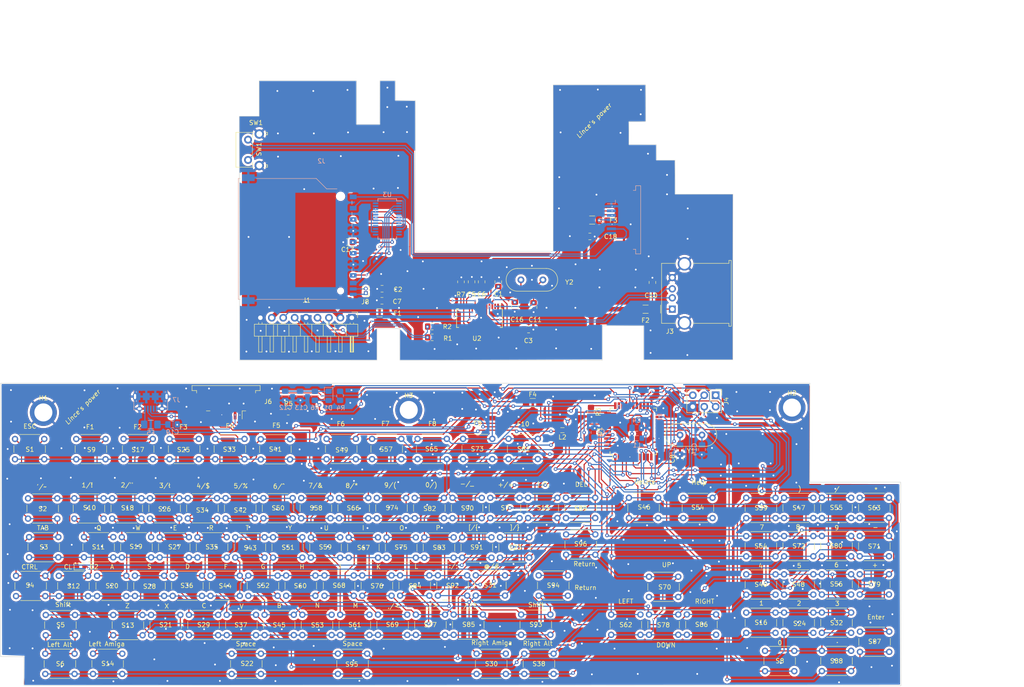
<source format=kicad_pcb>
(kicad_pcb (version 20221018) (generator pcbnew)
  (title_block (title "A500 Mini Functional Keyboard and SD card reader") (date "2022-09-09") (rev "Beta 0.1") (comment 1 "(Testing. Do not send to factory, wait for test result)"))
  (layers (0 "F.Cu" signal) (31 "B.Cu" signal) (34 "B.Paste" user) (35 "F.Paste" user) (36 "B.SilkS" user "B.Silkscreen") (37 "F.SilkS" user "F.Silkscreen") (38 "B.Mask" user) (39 "F.Mask" user) (44 "Edge.Cuts" user))
  (net 0 "")
  (net 1 "Net-(U2-VD18)")
  (net 2 "Net-(U2-BUSJ)")
  (net 3 "Net-(U1-UCAP)")
  (net 4 "Net-(U1-AREF)")
  (net 5 "Net-(J3-VBUS)")
  (net 6 "Net-(U2-XOUT)")
  (net 7 "Net-(U1-XTAL1)")
  (net 8 "GND")
  (net 9 "Net-(U1-XTAL2)")
  (net 10 "COL12")
  (net 11 "COL1")
  (net 12 "ROW2")
  (net 13 "ROW3")
  (net 14 "ROW4")
  (net 15 "ROW5")
  (net 16 "ROW6")
  (net 17 "ROW7")
  (net 18 "ROW8")
  (net 19 "COL2")
  (net 20 "Net-(U2-XIN)")
  (net 21 "COL3")
  (net 22 "COL4")
  (net 23 "COL5")
  (net 24 "COL6")
  (net 25 "Net-(J2-VDD)")
  (net 26 "COL7")
  (net 27 "COL8")
  (net 28 "COL9")
  (net 29 "COL10")
  (net 30 "COL11")
  (net 31 "Net-(J1-Pin_2)")
  (net 32 "Net-(J5-Pin_4)")
  (net 33 "Net-(J6-Pin_4)")
  (net 34 "Net-(J7-VBUS)")
  (net 35 "Net-(J2-CD{slash}DAT3)")
  (net 36 "Net-(J2-CMD)")
  (net 37 "Net-(J2-CLK)")
  (net 38 "Net-(J2-DAT0)")
  (net 39 "USBVCC")
  (net 40 "Net-(J2-DAT1)")
  (net 41 "Net-(J2-DAT2)")
  (net 42 "Net-(J3-D-)")
  (net 43 "LedCL")
  (net 44 "SCK")
  (net 45 "MOSI")
  (net 46 "MISO")
  (net 47 "RESET")
  (net 48 "Net-(J3-D+)")
  (net 49 "Net-(J5-Pin_6)")
  (net 50 "Net-(C4-Pad2)")
  (net 51 "Net-(J5-Pin_7)")
  (net 53 "Net-(U2-DPU)")
  (net 54 "Net-(U2-DMU)")
  (net 55 "USB3_KB_D-")
  (net 56 "USB3_KB_D+")
  (net 57 "USB2_SD_Card_D-")
  (net 58 "USB2_SD_Card_D+")
  (net 59 "USBA500Mini_D-")
  (net 60 "UsbA500Mini_D+")
  (net 61 "Net-(U1-~{HWB}{slash}PE2)")
  (net 62 "Net-(U1-D+)")
  (net 63 "Net-(U1-D-)")
  (net 64 "Net-(U2-REXT)")
  (net 65 "Net-(S89-COM_1)")
  (net 75 "Net-(U3-AVDD)")
  (net 78 "HubVCC")
  (net 79 "Net-(C19-Pad1)")
  (net 83 "HubImput_D+")
  (net 84 "HubImput_D-")
  (net 87 "USB_D+")
  (net 88 "USB_D-")
  (net 91 "11")
  (net 92 "10")
  (footprint "Capacitor_SMD:C_0805_2012Metric_Pad1.18x1.45mm_HandSolder" (layer "F.Cu") (at 135.9375 80.32 90)
    (fp_text reference "C11")
    (fp_text value "C")
  )
  (footprint "Library_mia:SW_PUSH_6mm_H7.3mm_mia" (layer "F.Cu") (at 183.181158 148.119114)
    (fp_text reference "S16")
    (fp_text value "430156070736")
  )
  (footprint "Library_mia:SW_PUSH_6mm_H7.3mm_mia" (layer "F.Cu") (at 206.481158 127.099114 180)
    (fp_text reference "S55")
    (fp_text value "430156070736")
  )
  (footprint "Library_mia:SW_PUSH_6mm_H7.3mm_mia" (layer "F.Cu") (at 96.460722 114.029114 180)
    (fp_text reference "S49")
    (fp_text value "430156070736")
  )
  (footprint "Library_mia:SW_PUSH_6mm_H7.3mm_mia" (layer "F.Cu") (at 116.030722 127.139114 180)
    (fp_text reference "S82")
    (fp_text value "430156070736")
  )
  (footprint "Library_mia:SW_PUSH_6mm_H7.3mm_mia" (layer "F.Cu") (at 33.930722 122.729114)
    (fp_text reference "S10")
    (fp_text value "430156070736")
  )
  (footprint "MountingHole:MountingHole_2.1mm" (layer "F.Cu") (at 193.340722 102.581114)
    (fp_text reference "H2")
    (fp_text value "GND")
  )
  (footprint "Library_mia:SW_PUSH_6mm_H7.3mm_mia" (layer "F.Cu") (at 114.690722 139.839114)
    (fp_text reference "S92")
    (fp_text value "430156070736")
  )
  (footprint "Connector_PinHeader_1.00mm:PinHeader_1x02_P1.00mm_Vertical" (layer "F.Cu") (at 98.675 77.15 180)
    (fp_text reference "J8")
    (fp_text value "Socket_01x02")
  )
  (footprint "Capacitor_SMD:C_0805_2012Metric_Pad1.18x1.45mm_HandSolder" (layer "F.Cu") (at 124.4075 74.6425 90)
    (fp_text reference "C6")
    (fp_text value "C")
  )
  (footprint "Connector_FFC-FPC:TE_84953-7_1x07-1MP_P1.0mm_Horizontal" (layer "F.Cu") (at 67.64 102.4 180)
    (fp_text reference "J6")
    (fp_text value "KB_To_Hub")
  )
  (footprint "Library_mia:SW_PUSH_6mm_H7.3mm_mia" (layer "F.Cu") (at 97.890722 139.859114)
    (fp_text reference "S76")
    (fp_text value "430156070736")
  )
  (footprint "Library_mia:SW_PUSH_6mm_H7.3mm_mia" (layer "F.Cu") (at 129.780722 161.739114 180)
    (fp_text reference "S30")
    (fp_text value "430156070736")
  )
  (footprint "Capacitor_SMD:C_0805_2012Metric_Pad1.18x1.45mm_HandSolder" (layer "F.Cu") (at 102.28 76.18)
    (fp_text reference "C2")
    (fp_text value "C")
  )
  (footprint "Library_mia:SW_PUSH_6mm_H7.3mm_mia" (layer "F.Cu") (at 199.981158 139.599114)
    (fp_text reference "S56")
    (fp_text value "430156070736")
  )
  (footprint "Fuse:Fuse_1206_3216Metric_Pad1.42x1.75mm_HandSolder" (layer "F.Cu") (at 148.95 60.92)
    (fp_text reference "F3")
    (fp_text value "Fuse_Small")
  )
  (footprint "Library_mia:SW_PUSH_6mm_H7.3mm_mia" (layer "F.Cu") (at 101.380722 135.909114 180)
    (fp_text reference "S67")
    (fp_text value "430156070736")
  )
  (footprint "Library_mia:SW_PUSH_6mm_H7.3mm_mia" (layer "F.Cu") (at 128.480722 131.389114)
    (fp_text reference "S23")
    (fp_text value "430156070736")
  )
  (footprint "Fuse:Fuse_1206_3216Metric_Pad1.42x1.75mm_HandSolder" (layer "F.Cu") (at 101.73 81.52)
    (fp_text reference "F1")
    (fp_text value "Fuse_Small")
  )
  (footprint "Package_QFP:TQFP-44_10x10mm_P0.8mm" (layer "F.Cu") (at 158.092722 107.851114 90)
    (fp_text reference "U1")
    (fp_text value "ATmega32U4RC-A")
  )
  (footprint "Library_mia:SW_PUSH_6mm_H7.3mm_mia" (layer "F.Cu") (at 61.575722 114.034114 180)
    (fp_text reference "S25")
    (fp_text value "430156070736" hide)
  )
  (footprint "Resistor_SMD:R_0805_2012Metric_Pad1.20x1.40mm_HandSolder" (layer "F.Cu") (at 113.4275 84.58)
    (fp_text reference "R2")
    (fp_text value "R_US")
  )
  (footprint "MountingHole:MountingHole_2.1mm" (layer "F.Cu") (at 108.210722 103.101114)
    (fp_text reference "H3")
    (fp_text value "GND")
  )
  (footprint "Library_mia:SW_PUSH_6mm_H7.3mm_mia" (layer "F.Cu") (at 136.880722 114.009114 180)
    (fp_text reference "S81")
    (fp_text value "430156070736")
  )
  (footprint "Library_mia:SW_PUSH_6mm_H7.3mm_mia" (layer "F.Cu") (at 72.580722 139.889114)
    (fp_text reference "S52")
    (fp_text value "430156070736")
  )
  (footprint "Library_mia:SW_PUSH_6mm_H7.3mm_mia" (layer "F.Cu") (at 187.354722 156.619114)
    (fp_text reference "S8")
    (fp_text value "430156070736")
  )
  (footprint "Library_mia:SW_PUSH_6mm_H7.3mm_mia" (layer "F.Cu") (at 27.580722 148.639114)
    (fp_text reference "S5")
    (fp_text value "430156070736")
  )
  (footprint "Library_mia:SW_PUSH_6mm_H7.3mm_mia" (layer "F.Cu") (at 140.380722 161.739114 180)
    (fp_text reference "S38")
    (fp_text value "430156070736")
  )
  (footprint "Library_mia:SW_PUSH_6mm_H7.3mm_mia" (layer "F.Cu") (at 116.280722 153.059114 180)
    (fp_text reference "S77")
    (fp_text value "430156070736")
  )
  (footprint "Library_mia:SW_PUSH_6mm_H7.3mm_mia" (layer "F.Cu") (at 91.080722 153.089114 180)
    (fp_text reference "S53")
    (fp_text value "430156070736")
  )
  (footprint "Library_mia:SW_PUSH_6mm_H7.3mm_mia" (layer "F.Cu") (at 99.480722 153.079114 180)
    (fp_text reference "S61")
    (fp_text value "430156070736")
  )
  (footprint "Package_SO:SSOP-28_3.9x9.9mm_P0.635mm" (layer "F.Cu") (at 123.915 82.7 -90)
    (fp_text reference "U2")
    (fp_text value "FE1.1s")
  )
  (footprint "Library_mia:SW_PUSH_6mm_H7.3mm_mia" (layer "F.Cu") (at 50.980722 148.629114)
    (fp_text reference "S21")
    (fp_text value "430156070736")
  )
  (footprint "Library_mia:SW_PUSH_6mm_H7.3mm_mia" (layer "F.Cu") (at 107.630722 127.149114 180)
    (fp_text reference "S74")
    (fp_text value "430156070736")
  )
  (footprint "Connector_USB:USB_A_Molex_67643_Horizontal" (layer "F.Cu") (at 166.75 80.7 90)
    (fp_text reference "J3")
    (fp_text value "USB_A")
  )
  (footprint "Library_mia:SW_PUSH_6mm_H7.3mm_mia" (layer "F.Cu") (at 124.680722 153.049114 180)
    (fp_text reference "S85")
    (fp_text value "430156070736")
  )
  (footprint "Library_mia:SW_PUSH_6mm_H7.3mm_mia" (layer "F.Cu") (at 208.381158 131.089114)
    (fp_text reference "S71")
    (fp_text value "430156070736")
  )
  (footprint "Fuse:Fuse_1206_3216Metric_Pad1.42x1.75mm_HandSolder" (layer "F.Cu") (at 160.82 80.72)
    (fp_text reference "F2")
    (fp_text value "Fuse_Small")
  )
  (footprint "Library_mia:SW_PUSH_6mm_H7.3mm_mia" (layer "F.Cu") (at 67.780722 135.869114 180)
    (fp_text reference "S35")
    (fp_text value "430156070736")
  )
  (footprint "Library_mia:SW_PUSH_6mm_H7.3mm_mia" (layer "F.Cu") (at 27.250722 114.049115 180)
    (fp_text reference "S1")
    (fp_text value "430156070736" hide)
  )
  (footprint "Library_mia:SW_PUSH_6mm_H7.3mm_mia" (layer "F.Cu") (at 36.980722 144.439114 180)
    (fp_text reference "S12")
    (fp_text value "430156070736")
  )
  (footprint "Capacitor_SMD:C_0805_2012Metric_Pad1.18x1.45mm_HandSolder" (layer "F.Cu") (at 128.0975 74.6325 90)
    (fp_text reference "C1")
    (fp_text value "C")
  )
  (footprint "Library_mia:SW_PUSH_6mm_H7.3mm_mia" (layer "F.Cu") (at 149.630722 127.099114 180)
    (fp_text reference "S89")
    (fp_text value "430156070736")
  )
  (footprint "Library_mia:SW_PUSH_6mm_H7.3mm_mia" (layer "F.Cu") (at 78.080722 131.389114)
    (fp_text reference "S51")
    (fp_text value "430156070736")
  )
  (footprint "Library_mia:SW_PUSH_6mm_H7.3mm_mia" (layer "F.Cu") (at 199.981158 148.099114)
    (fp_text reference "S32")
    (fp_text value "430156070736")
  )
  (footprint "Library_mia:SW_PUSH_6mm_H7.3mm_mia" (layer "F.Cu") (at 175.691158 127.109114 180)
    (fp_text reference "S54")
    (fp_text value "430156070736")
  )
  (footprint "Library_mia:SW_PUSH_6mm_H7.3mm_mia" (layer "F.Cu") (at 159.680722 153.049114 180)
    (fp_text reference "S62")
    (fp_text value "430156070736")
  )
  (footprint "Library_mia:SW_PUSH_6mm_H7.3mm_mia" (layer "F.Cu") (at 75.930722 122.679114)
    (fp_text reference "S50")
    (fp_text value "430156070736" hide)
  )
  (footprint "Library_mia:SW_PUSH_6mm_H7.3mm_mia" (layer "F.Cu") (at 214.881158 127.089114 180)
    (fp_text reference "S63")
    (fp_text value "430156070736")
  )
  (footprint "Library_mia:SW_PUSH_6mm_H7.3mm_mia" (layer "F.Cu") (at 71.735722 114.034114 180)
    (fp_text reference "S33")
    (fp_text value "430156070736" hide)
  )
  (footprint "Library_mia:SW_PUSH_6mm_H7.3mm_mia" (layer "F.Cu") (at 74.280722 153.109114 180)
    (fp_text reference "S37")
    (fp_text value "430156070736")
  )
  (footprint "Library_mia:SW_PUSH_6mm_H7.3mm_mia" (layer "F.Cu") (at 199.981158 131.099114)
    (fp_text reference "S80")
    (fp_text value "430156070736")
  )
  (footprint "Library_mia:SW_PUSH_6mm_H7.3mm_mia" (layer "F.Cu") (at 139.680722 153.049114 180)
    (fp_text reference "S93")
    (fp_text value "430156070736")
  )
  (footprint "Resistor_SMD:R_0805_2012Metric_Pad1.20x1.40mm_HandSolder" (layer "F.Cu") (at 113.4275 86.98)
    (fp_text reference "R1")
    (fp_text value "R_US")
  )
  (footprint "Resistor_SMD:R_0805_2012Metric_Pad1.20x1.40mm_HandSolder" (layer "F.Cu") (at 119.8075 74.65 -90)
    (fp_text reference "R7")
    (fp_text value "R_US")
  )
  (footprint "Library_mia:SW_PUSH_6mm_H7.3mm_mia" (layer "F.Cu") (at 109.780722 135.919114 180)
    (fp_text reference "S75")
    (fp_text value "430156070736")
  )
  (footprint "Crystal:Crystal_HC49-4H_Vertical" (layer "F.Cu") (at 133.1275 74.2)
    (fp_text reference "Y2")
    (fp_text value "12MHz")
  )
  (footprint "Library_mia:SW_PUSH_6mm_H7.3mm_mia" (layer "F.Cu") (at 116.670722 114.019114 180)
    (fp_text reference "S65")
    (fp_text value "430156070736")
  )
  (footprint "Library_mia:SW_PUSH_6mm_H7.3mm_mia" (layer "F.Cu") (at 51.360722 114.034114 180)
    (fp_text reference "S17")
    (fp_text value "430156070736" hide)
  )
  (footprint "Library_mia:SW_PUSH_6mm_H7.3mm_mia" (layer "F.Cu") (at 123.090722 139.829114)
    (fp_text reference "S31")
    (fp_text value "430156070736")
  )
  (footprint "Library_mia:SW_PUSH_6mm_H7.3mm_mia" (layer "F.Cu") (at 30.380722 135.839114 180)
    (fp_text reference "S3")
    (fp_text value "430156070736")
  )
  (footprint "Library_mia:SW_PUSH_6mm_H7.3mm_mia" (layer "F.Cu") (at 106.565722 114.024114 180)
    (fp_text reference "S57")
    (fp_text value "430156070736")
  )
  (footprint "Library_mia:SW_PUSH_6mm_H7.3mm_mia" (layer "F.Cu") (at 168.080722 153.039114 180)
    (fp_text reference "S78")
    (fp_text value "430156070736")
  )
  (footprint "Library_mia:SW_PUSH_6mm_H7.3mm_mia" (layer "F.Cu") (at 126.330722 122.619114)
    (fp_text reference "S7")
    (fp_text value "430156070736")
  )
  (footprint "Library_mia:SW_PUSH_6mm_H7.3mm_mia" (layer "F.Cu") (at 82.680722 153.099114 180)
    (fp_text reference "S45")
    (fp_text value "430156070736")
  )
  (footprint "Library_mia:SW_PUSH_6mm_H7.3mm_mia" (layer "F.Cu") (at 191.581158 139.609114)
    (fp_text reference "S48")
    (fp_text value "430156070736")
  )
  (footprint "Library_mia:SW_PUSH_6mm_H7.3mm_mia" (layer "F.Cu") (at 59.130722 122.699114)
    (fp_text reference "S34")
    (fp_text value "430156070736")
  )
  (footprint "Library_mia:SW_PUSH_6mm_H7.3mm_mia" (layer "F.Cu") (at 33.980722 161.739114 180)
    (fp_text reference "S6")
    (fp_text value "430156070736")
  )
  (footprint "Library_mia:SW_PUSH_6mm_H7.3mm_mia" (layer "F.Cu") (at 92.980722 135.899114 180)
    (fp_text reference "S59")
    (fp_text value "430156070736")
  )
  (footprint "Library_mia:SW_PUSH_6mm_H7.3mm_mia" (layer "F.Cu") (at 45.480722 144.429114 180)
    (fp_text reference "S20")
    (fp_text value "430156070736")
  )
  (footprint "Library_mia:SW_PUSH_6mm_H7.3mm_mia" (layer "F.Cu") (at 50.730722 122.709114)
    (fp_text reference "S26")
    (fp_text value "430156070736")
  )
  (footprint "Library_mia:SW_PUSH_6mm_H7.3mm_mia" (layer "F.Cu") (at 62.280722 144.409114 180)
    (fp_text reference "S36")
    (fp_text value "430156070736")
  )
  (footprint "Library_mia:SW_PUSH_6mm_H7.3mm_mia" (layer "F.Cu") (at 161.570722 140.139114)
    (fp_text reference "S70")
    (fp_text value "430156070736")
  )
  (footprint "Library_mia:SW_PUSH_6mm_H7.3mm_mia" (layer "F.Cu") (at 80.980722 139.879114)
    (fp_text reference "S60")
    (fp_text value "430156070736")
  )
  (footprint "Inductor_SMD:L_0805_2012Metric_Pad1.05x1.20mm_HandSolder" (layer "F.Cu") (at 142.344722 107.597114 180)
    (fp_text reference "L2")
    (fp_text value "L_Ferrite_Small")
  )
  (footprint "Library_mia:SW_PUSH_6mm_H7.3mm_mia" (layer "F.Cu") (at 134.730722 122.609114)
    (fp_text reference "S15")
    (fp_text value "430156070736")
  )
  (footprint "Library_mia:SW_PUSH_6mm_H7.3mm_mia" (layer "F.Cu") (at 126.775722 114.014114 180)
    (fp_text reference "S73")
    (fp_text value "430156070736")
  )
  (footprint "Library_mia:SW_PUSH_6mm_H7.3mm_mia" (layer "F.Cu") (at 50.980722 135.849114 180)
    (fp_text reference "S19")
    (fp_text value "430156070736")
  )
  (footprint "Library_mia:SW_PUSH_6mm_H7.3mm_mia" (layer "F.Cu") (at 124.430722 127.129114 180)
    (fp_text reference "S90")
    (fp_text value "430156070736")
  )
  (footprint "Button_Switch_THT:SW_Tactile_SPST_Angled_PTS645Vx83-2LFS" (layer "F.Cu") (at 72.52 47.57 90)
    (fp_text reference "SW1")
    (fp_text value "F12")
  )
  (footprint "Fuse:Fuse_1206_3216Metric_Pad1.42x1.75mm_HandSolder" (layer "F.Cu") (at 135.753222 101.471114)
    (fp_text reference "F4")
    (fp_text value "Fuse_Small")
  )
  (footprint "Capacitor_SMD:C_0805_2012Metric_Pad1.18x1.45mm_HandSolder" (layer "F.Cu") (at 148.44 64.56)
    (fp_text reference "C18")
    (fp_text value "C")
  )
  (footprint "Capacitor_SMD:C_0805_2012Metric_Pad1.18x1.45mm_HandSolder" (layer "F.Cu") (at 162.34 74.78 90)
    (fp_text reference "C10")
    (fp_text value "C")
  )
  (footprint "Library_mia:SW_PUSH_6mm_H7.3mm_mia" (layer "F.Cu") (at 42.330722 122.719114)
    (fp_text reference "S18")
    (fp_text value "430156070736")
  )
  (footprint "Library_mia:SW_PUSH_6mm_H7.3mm_mia" (layer "F.Cu") (at 42.580722 135.839114 180)
    (fp_text reference "S11")
    (fp_text value "430156070736")
  )
  (footprint "Library_mia:SW_PUSH_6mm_H7.3mm_mia" (layer "F.Cu") (at 81.840722 114.089113 180)
    (fp_text reference "S41")
    (fp_text value "430156070736")
  )
  (footprint "Library_mia:SW_PUSH_6mm_H7.3mm_mia" (layer "F.Cu") (at 183.181158 139.619114)
    (fp_text reference "S40")
    (fp_text value "430156070736")
  )
  (footprint "MountingHole:MountingHole_2.1mm" (layer "F.Cu") (at 27.05 103.65)
    (fp_text reference "H1")
    (fp_text value "GND")
  )
  (footprint "Library_mia:SW_PUSH_6mm_H7.3mm_mia" (layer "F.Cu") (at 70.680722 144.399114 180)
    (fp_text reference "S44")
    (fp_text value "430156070736")
  )
  (footprint "Library_mia:SW_PUSH_6mm_H7.3mm_mia" (layer "F.Cu") (at 199.981158 156.599114)
    (fp_text reference "S88")
    (fp_text value "430156070736")
  )
  (footprint "Library_mia:SW_PUSH_6mm_H7.3mm_mia" (layer "F.Cu") (at 90.830722 127.169114 180)
    (fp_text reference "S58")
    (fp_text value "430156070736")
  )
  (footprint "Resistor_SMD:R_0805_2012Metric_Pad1.20x1.40mm_HandSolder" (layer "F.Cu") (at 81.430722 103.481114 180)
    (fp_text reference "R5")
    (fp_text value "R_US")
  )
  (footprint "Library_mia:SW_PUSH_6mm_H7.3mm_mia" (layer "F.Cu") (at 191.581158 148.109114)
    (fp_text reference "S24")
    (fp_text value "430156070736")
  )
  (footprint "Library_mia:SW_PUSH_6mm_H7.3mm_mia" (layer "F.Cu") (at 163.620722 127.109114 180)
    (fp_text reference "S46")
    (fp_text value "430156070736")
  )
  (footprint "Library_mia:SW_PUSH_6mm_H7.3mm_mia" (layer "F.Cu") (at 198.081158 127.109114 180)
    (fp_text reference "S47")
    (fp_text value "430156070736")
  )
  (footprint "Library_mia:SW_PUSH_6mm_H7.3mm_mia" (layer "F.Cu") (at 89.490722 139.869114)
    (fp_text reference "S68")
    (fp_text value "430156070736")
  )
  (footprint "Library_mia:SW_PUSH_6mm_H7.3mm_mia" (layer "F.Cu") (at 99.230722 127.159114 180)
    (fp_text reference "S66")
    (fp_text value "430156070736")
  )
  (footprint "Library_mia:SW_PUSH_6mm_H7.3mm_mia" (layer "F.Cu") (at 27.480722 144.439114 180)
    (fp_text reference "S4")
    (fp_text value "430156070736")
  )
  (footprint "Library_mia:SW_PUSH_6mm_H7.3mm_mia" (layer "F.Cu") (at 75.380722 161.739114 180)
    (fp_text reference "S22")
    (fp_text value "430156070736")
  )
  (footprint "Library_mia:SW_PUSH_6mm_H7.3mm_mia" (layer "F.Cu") (at 137.062722 139.849114)
    (fp_text reference "S94")
    (fp_text value "430156070736")
  )
  (footprint "Library_mia:SW_PUSH_6mm_H7.3mm_mia" (layer "F.Cu") (at 44.580722 161.739114 180)
    (fp_text reference "S14")
    (fp_text value "430156070736")
  )
  (footprint "Library_mia:SW_PUSH_6mm_H7.3mm_mia" (layer "F.Cu") (at 183.181158 131.119114)
    (fp_text reference "S64")
    (fp_text value "430156070736")
  )
  (footprint "Library_mia:SW_PUSH_6mm_H7.3mm_mia" (layer "F.Cu") (at 59.380722 135.859114 180)
    (fp_text reference "S27")
    (fp_text value "430156070736")
  )
  (footprint "LED_SMD:LED_0603_1608Metric" (layer "F.Cu") (at 35.3625 137.9)
    (fp_text reference "D2")
    (fp_text value "CL")
  )
  (footprint "Library_mia:SW_PUSH_6mm_H7.3mm_mia" (layer "F.Cu") (at 191.581158 131.109114)
    (fp_text reference "S72")
    (fp_text value "430156070736")
  )
  (footprint "Library_mia:SW_PUSH_6mm_H7.3mm_mia" (layer "F.Cu") (at 65.880722 153.119114 180)
    (fp_text reference "S29")
    (fp_text value "430156070736")
  )
  (footprint "Library_mia:SW_PUSH_6mm_H7.3mm_mia" (layer "F.Cu") (at 42.580722 148.639114)
    (fp_text reference "S13")
    (fp_text value "430156070736")
  )
  (footprint "Capacitor_SMD:C_0805_2012Metric_Pad1.18x1.45mm_HandSolder" (layer "F.Cu") (at 94.6425 65.8 180)
    (fp_text reference "C17")
    (fp_text value "C")
  )
  (footprint "Library_mia:SW_PUSH_6mm_H7.3mm_mia" (layer "F.Cu") (at 118.180722 135.909114 180)
    (fp_text reference "S83")
    (fp_text value "430156070736")
  )
  (footprint "Library_mia:SW_PUSH_6mm_H7.3mm_mia" (layer "F.Cu") (at 208.381158 139.589114)
    (fp_text reference "S79")
    (fp_text value "430156070736")
  )
  (footprint "Library_mia:SW_PUSH_6mm_H7.3mm_mia" (layer "F.Cu") (at 106.290722 139.849114)
    (fp_text reference "S84")
    (fp_text value "430156070736")
  )
  (footprint "Resistor_SMD:R_0805_2012Metric_Pad1.20x1.40mm_HandSolder" (layer "F.Cu") (at 148.694722 103.533114 -90)
    (fp_text reference "R3")
    (fp_text value "R_US")
  )
  (footprint "Library_mia:SW_PUSH_6mm_H7.3mm_mia" (layer "F.Cu") (at 40.860722 114.049115 180)
    (fp_text reference "S9")
    (fp_text value "430156070736" hide)
  )
  (footprint "Library_mia:SW_PUSH_6mm_H7.3mm_mia" (layer "F.Cu") (at 143.158722 130.747114)
    (fp_text reference "S96")
    (fp_text value "430156070736")
  )
  (footprint "Library_mia:SW_PUSH_6mm_H7.3mm_mia" (layer "F.Cu") (at 126.580722 135.899114 180)
    (fp_text reference "S91")
    (fp_text value "430156070736")
  )
  (footprint "Crystal:Crystal_HC49-4H_Vertical" (layer "F.Cu") (at 173.34 108.66 180)
    (fp_text reference "Y1")
    (fp_text value "16MHz")
  )
  (footprint "Library_mia:SW_PUSH_6mm_H7.3mm_mia" (layer "F.Cu") (at 23.650722 122.739114)
    (fp_text reference "S2")
    (fp_text value "430156070736")
  )
  (footprint "Library_mia:SW_PUSH_6mm_H7.3mm_mia" (layer "F.Cu") (at 98.980722 161.739114 180)
    (fp_text reference "S95")
    (fp_text value "430156070736")
  )
  (footprint "Library_mia:SW_PUSH_6mm_H7.3mm_mia" (layer "F.Cu") (at 69.680722 131.379114)
    (fp_text reference "S43")
    (fp_text value "430156070736")
  )
  (footprint "Library_mia:SW_PUSH_6mm_H7.3mm_mia" (layer "F.Cu") (at 208.436722 152.337114)
    (fp_text reference "S87")
    (fp_text value "430156070736")
  )
  (footprint "Connector_PinHeader_2.54mm:PinHeader_1x09_P2.54mm_Horizontal" (layer "F.Cu") (at 95.57 82.62 -90)
    (fp_text reference "J1")
    (fp_text value "Conn_01x09_Male")
  )
  (footprint "Connector_PinHeader_2.54mm:PinHeader_2x03_P2.54mm_Vertical" (layer "F.Cu") (at 176.385722 99.836114 -90)
    (fp_text reference "J4")
    (fp_text value "ISCP")
  )
  (footprint "Capacitor_SMD:C_0805_2012Metric_Pad1.18x1.45mm_HandSolder" (layer "F.Cu") (at 134.8375 85.24 180)
    (fp_text reference "C3")
    (fp_text value "C")
  )
  (footprint "Library_mia:SW_PUSH_6mm_H7.3mm_mia" (layer "F.Cu") (at 67.530722 122.689114)
    (fp_text reference "S42")
    (fp_text value "430156070736")
  )
  (footprint "Capacitor_SMD:C_0805_2012Metric_Pad1.18x1.45mm_HandSolder" (layer "F.Cu") (at 102.2575 78.85 180)
    (fp_text reference "C7")
    (fp_text value "C")
  )
  (footprint "Library_mia:SW_PUSH_6mm_H7.3mm_mia" (layer "F.Cu") (at 107.880722 153.069114 180)
    (fp_text reference "S69")
    (fp_text value "430156070736")
  )
  (footprint "Library_mia:SW_PUSH_6mm_H7.3mm_mia" (layer "F.Cu") (at 176.480722 153.029114 180)
    (fp_text reference "S86")
    (fp_text value "430156070736")
  )
  (footprint "Capacitor_SMD:C_0805_2012Metric_Pad1.18x1.45mm_HandSolder" (layer "F.Cu") (at 122.1675 74.6425 90)
    (fp_text reference "C5")
    (fp_text value "C")
  )
  (footprint "Library_mia:SW_PUSH_6mm_H7.3mm_mia" (layer "F.Cu") (at 189.681158 127.119114 180)
    (fp_text reference "S39")
    (fp_text value "430156070736")
  )
  (footprint "Capacitor_SMD:C_0805_2012Metric_Pad1.18x1.45mm_HandSolder" (layer "F.Cu") (at 168.45 113.9625 90)
    (fp_text reference "C8")
    (fp_text value "C")
  )
  (footprint "Capacitor_SMD:C_0805_2012Metric_Pad1.18x1.45mm_HandSolder" (layer "F.Cu") (at 131.7775 80.22 90)
    (fp_text reference "C16")
    (fp_text value "C")
  )
  (footprint "Library_mia:SW_PUSH_6mm_H7.3mm_mia" (layer "F.Cu") (at 53.880722 144.419114 180)
    (fp_text reference "S28")
    (fp_text value "430156070736")
  )
  (footprint "Capacitor_SMD:C_0805_2012Metric_Pad1.18x1.45mm_HandSolder" (layer "B.Cu") (at 80.764222 99.968614 90)
    (fp_text reference "C12")
    (fp_text value "C")
  )
  (footprint "Package_SO:SSOP-24_3.9x8.7mm_P0.635mm" (layer "B.Cu") (at 103.44 60.6725 180)
    (fp_text reference "U3")
    (fp_text value "GL823")
  )
  (footprint "Resistor_SMD:R_0805_2012Metric_Pad1.20x1.40mm_HandSolder" (layer "B.Cu") (at 87.368222 99.968614 -90)
    (fp_text reference "R6")
    (fp_text value "R_US")
  )
  (footprint "Capacitor_SMD:C_0805_2012Metric_Pad1.18x1.45mm_HandSolder" (layer "B.Cu") (at 55.730722 106.327114)
    (fp_text reference "C19")
    (fp_text value "C")
  )
  (footprint "Capacitor_SMD:C_0805_2012Metric_Pad1.18x1.45mm_HandSolder" (layer "B.Cu") (at 173.35 111.88 -90)
    (fp_text reference "C14")
    (fp_text value "C")
  )
  (footprint "Connector_USB:USB_Micro-B_Amphenol_10118194_Horizontal" (layer "B.Cu") (at 50.904722 101.424114)
    (fp_text reference "J7")
    (fp_text value "USB_B_Micro")
  )
  (footprint "Capacitor_SMD:C_0805_2012Metric_Pad1.18x1.45mm_HandSolder" (layer "B.Cu") (at 84.066222 99.968614 90)
    (fp_text reference "C13")
    (fp_text value "C")
  )
  (footprint "Fuse:Fuse_1206_3216Metric_Pad1.42x1.75mm_HandSolder" (layer "B.Cu") (at 50.904722 106.327114)
    (fp_text reference "F5")
    (fp_text value "Fuse_Small")
  )
  (footprint "Capacitor_SMD:C_0805_2012Metric_Pad1.18x1.45mm_HandSolder" (layer "B.Cu") (at 149.456722 108.105114 90)
    (fp_text reference "C9")
    (fp_text value "C")
  )
  (footprint "Inductor_SMD:L_0805_2012Metric_Pad1.05x1.20mm_HandSolder" (layer "B.Cu") (at 158.854722 109.375114)
    (fp_text reference "L1")
    (fp_text value "L_Ferrite_Small")
  )
  (footprint "Connector_FFC-FPC:TE_84953-7_1x07-1MP_P1.0mm_Horizontal" (layer "B.Cu") (at 155.02 60.87 -90)
    (fp_text reference "J5")
    (fp_text value "From_KB")
  )
  (footprint "Diode_SMD:D_0805_2012Metric_Pad1.15x1.40mm_HandSolder" (layer "B.Cu") (at 90.416222 99.968614 -90)
    (fp_text reference "D1")
    (fp_text value "D")
  )
  (footprint "Connector_Card:SD_TE_2041021" (layer "B.Cu") (at 83.9 65.16 90)
    (fp_text reference "J2")
    (fp_text value "SD_Card")
  )
  (footprint "Resistor_SMD:R_0805_2012Metric_Pad1.20x1.40mm_HandSolder" (layer "B.Cu") (at 92.956222 99.968614 -90)
    (fp_text reference "R4")
    (fp_text value "R_US")
  )
  (footprint "Capacitor_SMD:C_0805_2012Metric_Pad1.18x1.45mm_HandSolder" (layer "B.Cu") (at 168.46 111.88 -90)
    (fp_text reference "C15")
    (fp_text value "C")
  )
  (footprint "Capacitor_SMD:C_0805_2012Metric_Pad1.18x1.45mm_HandSolder" (layer "B.Cu") (at 158.854722 107.089114 180)
    (fp_text reference "C4")
    (fp_text value "C")
  )
  (gr_poly (pts (xy 147.24 77.96) (xy 149.12 77.96) (xy 151.16 80) (xy 148.67 82.49) (xy 147.35 81.25) (xy 147.25 77.95)) (stroke (width 0.2)) (fill solid) (layer "F.Cu"))
  (gr_poly (pts (xy 197.310722 119.151114) (xy 217.490722 119.131114) (xy 217.550722 164.351114) (xy 22.720722 164.241114) (xy 22.720722 157.881114) (xy 17.530722 157.881114) (xy 17.570722 97.161114) (xy 197.330722 97.161114)) (stroke (width 0.1)) (fill none) (layer "Edge.Cuts"))
  (gr_poly (pts (xy 160.82 39.04) (xy 157.12 39.04) (xy 157.11 44.18) (xy 163.21 44.18) (xy 163.21 47.63) (xy 167.36 47.63) (xy 167.36 55.17) (xy 180.225 55.175) (xy 180.2 69.225) (xy 180.2 91.975) (xy 160.41 91.97) (xy 160.41 84.36) (xy 151.22 84.36) (xy 151.22 92.05) (xy 106.24 92.04) (xy 106.25 85.03) (xy 101.15 85.04) (xy 101.15 92.03) (xy 70.61 92.03) (xy 70.59 37.86) (xy 74.97 37.85) (xy 74.97 29.99) (xy 96.59 29.99) (xy 96.59 39.7) (xy 101.81 39.7) (xy 101.82 29.98) (xy 103.8 29.98) (xy 105.2 29.98) (xy 105.2 32.65) (xy 105.2 34.37) (xy 109.68 34.37) (xy 109.7 67.87) (xy 140.28 67.86) (xy 140.3 39.27) (xy 140.28 30.9) (xy 160.81 30.89)) (stroke (width 0.1)) (fill none) (layer "Edge.Cuts"))
  (gr_text "Lince's power" (at 35.790722 102.471114 45) (layer "F.SilkS") (effects (font (size 1 1) (thickness 0.15) italic)))
  (gr_text "Lince's power" (at 149.375 38.85 45) (layer "F.SilkS") (effects (font (size 1 1) (thickness 0.15) italic)))
  (segment (start 128.5675 78.11) (end 130.0475 79.59) (width 0.25) (layer "F.Cu") (net 1))
  (segment (start 130.0475 79.59) (end 130.0475 85) (width 0.25) (layer "F.Cu") (net 1))
  (segment (start 130.3975 85.35) (end 133.69 85.35) (width 0.25) (layer "F.Cu") (net 1))
  (segment (start 128.5675 76.14) (end 128.5675 78.11) (width 0.25) (layer "F.Cu") (net 1))
  (segment (start 130.0475 85) (end 130.3975 85.35) (width 0.25) (layer "F.Cu") (net 1))
  (segment (start 121.82 77.73) (end 121.0575 78.4925) (width 0.25) (layer "F.Cu") (net 1))
  (segment (start 128.0425 85.3) (end 129.7475 85.3) (width 0.25) (layer "F.Cu") (net 1))
  (segment (start 121.0575 78.4925) (end 121.0575 80.1) (width 0.25) (layer "F.Cu") (net 1))
  (segment (start 129.7475 85.3) (end 130.0475 85) (width 0.25) (layer "F.Cu") (net 1))
  (segment (start 133.69 85.35) (end 133.8 85.24) (width 0.25) (layer "F.Cu") (net 1))
  (segment (start 128.0975 75.67) (end 128.5675 76.14) (width 0.25) (layer "F.Cu") (net 1))
  (via (at 128.0975 75.67) (size 0.8) (drill 0.4) (layers "F.Cu" "B.Cu") (net 1))
  (via (at 121.82 77.73) (size 0.8) (drill 0.4) (layers "F.Cu" "B.Cu") (net 1))
  (segment (start 128.0975 75.67) (end 126.0375 77.73) (width 0.25) (layer "B.Cu") (net 1))
  (segment (start 126.0375 77.73) (end 121.82 77.73) (width 0.25) (layer "B.Cu") (net 1))
  (segment (start 126.7725 84.485) (end 126.7725 85.3) (width 0.25) (layer "F.Cu") (net 2))
  (segment (start 121.0575 84.485) (end 121.0575 85.3) (width 0.25) (layer "F.Cu") (net 2))
  (segment (start 120.4225 83.85) (end 121.0575 84.485) (width 0.25) (layer "F.Cu") (net 2))
  (segment (start 120.4225 80.1) (end 120.4225 83.85) (width 0.25) (layer "F.Cu") (net 2))
  (segment (start 125.01 75.6375) (end 125.0275 75.62) (width 0.25) (layer "F.Cu") (net 2))
  (segment (start 126.6625 84.375) (end 126.7725 84.485) (width 0.25) (layer "F.Cu") (net 2))
  (segment (start 124.4075 75.68) (end 122.1675 75.68) (width 0.25) (layer "F.Cu") (net 2))
  (segment (start 123.4875 84.375) (end 123.5975 84.485) (width 0.25) (layer "F.Cu") (net 2))
  (segment (start 122.3275 85.3) (end 122.3275 84.45) (width 0.25) (layer "F.Cu") (net 2))
  (segment (start 123.5975 84.485) (end 123.5975 85.3) (width 0.25) (layer "F.Cu") (net 2))
  (segment (start 121.0575 85.3) (end 122.3275 85.3) (width 0.25) (layer "F.Cu") (net 2))
  (segment (start 122.4025 84.375) (end 123.4875 84.375) (width 0.25) (layer "F.Cu") (net 2))
  (segment (start 120.4225 77.425) (end 120.4225 80.1) (width 0.25) (layer "F.Cu") (net 2))
  (segment (start 123.4875 84.375) (end 126.6625 84.375) (width 0.25) (layer "F.Cu") (net 2))
  (segment (start 122.1675 75.68) (end 120.4225 77.425) (width 0.25) (layer "F.Cu") (net 2))
  (segment (start 122.3275 84.45) (end 122.4025 84.375) (width 0.25) (layer "F.Cu") (net 2))
  (segment (start 164.500614 114.975) (end 163.475 116.000614) (width 0.25) (layer "F.Cu") (net 3))
  (segment (start 158.092722 115.454474) (end 158.638862 116.000614) (width 0.25) (layer "F.Cu") (net 3))
  (segment (start 168.425 114.975) (end 164.500614 114.975) (width 0.25) (layer "F.Cu") (net 3))
  (segment (start 168.45 115) (end 168.425 114.975) (width 0.25) (layer "F.Cu") (net 3))
  (segment (start 158.638862 116.000614) (end 163.475 116.000614) (width 0.25) (layer "F.Cu") (net 3))
  (segment (start 158.092722 113.551114) (end 158.092722 115.454474) (width 0.25) (layer "F.Cu") (net 3))
  (segment (start 152.392722 110.251114) (end 152.446608 110.305) (width 0.25) (layer "F.Cu") (net 4))
  (segment (start 152.446608 110.305) (end 155.830305 110.305) (width 0.25) (layer "F.Cu") (net 4))
  (segment (start 156.314722 109.820583) (end 156.314722 109.75) (width 0.25) (layer "F.Cu") (net 4))
  (segment (start 155.830305 110.305) (end 156.314722 109.820583) (width 0.25) (layer "F.Cu") (net 4))
  (via micro (at 156.314722 109.75) (size 0.4) (drill 0.2) (layers "F.Cu" "B.Cu") (net 4))
  (segment (start 154.536722 107.343114) (end 156.314722 109.121114) (width 0.25) (layer "B.Cu") (net 4))
  (segment (start 149.456722 109.142614) (end 151.467222 109.142614) (width 0.25) (layer "B.Cu") (net 4))
  (segment (start 156.314722 109.121114) (end 156.314722 109.75) (width 0.25) (layer "B.Cu") (net 4))
  (segment (start 153.266722 107.343114) (end 154.536722 107.343114) (width 0.25) (layer "B.Cu") (net 4))
  (segment (start 151.467222 109.142614) (end 153.266722 107.343114) (width 0.25) (layer "B.Cu") (net 4))
  (segment (start 162.3275 80.7) (end 166.75 80.7) (width 0.25) (layer "F.Cu") (net 5))
  (segment (start 162.3075 80.72) (end 162.3275 80.7) (width 0.25) (layer "F.Cu") (net 5))
  (segment (start 162.34 75.8175) (end 162.34 80.6875) (width 0.25) (layer "F.Cu") (net 5))
  (segment (start 162.34 80.6875) (end 162.3075 80.72) (width 0.25) (layer "F.Cu") (net 5))
  (segment (start 127.4075 80.1025) (end 127.4 80.11) (width 0.25) (layer "F.Cu") (net 6))
  (segment (start 135.9375 79.2825) (end 135.9375 76.27) (width 0.25) (layer "F.Cu") (net 6))
  (segment (start 135.9375 76.27) (end 138.0075 74.2) (width 0.25) (layer "F.Cu") (net 6))
  (segment (start 127.4075 80.1) (end 127.4075 80.1025) (width 0.25) (layer "F.Cu") (net 6))
  (via (at 135.9375 79.2825) (size 0.8) (drill 0.4) (layers "F.Cu" "B.Cu") (net 6))
  (via micro (at 127.4 80.11) (size 0.4) (drill 0.2) (layers "F.Cu" "B.Cu") (net 6))
  (segment (start 127.4 80.11) (end 135.11 80.11) (width 0.25) (layer "B.Cu") (net 6))
  (segment (start 135.11 80.11) (end 135.9375 79.2825) (width 0.25) (layer "B.Cu") (net 6))
  (segment (start 167.748606 107.851114) (end 168.01472 107.585) (width 0.25) (layer "F.Cu") (net 7))
  (segment (start 163.792722 107.851114) (end 167.748606 107.851114) (width 0.25) (layer "F.Cu") (net 7))
  (segment (start 170.025 107.585) (end 171.1 108.66) (width 0.25) (layer "F.Cu") (net 7))
  (segment (start 171.1 108.66) (end 173.34 108.66) (width 0.25) (layer "F.Cu") (net 7))
  (segment (start 168.01472 107.585) (end 170.025 107.585) (width 0.25) (layer "F.Cu") (net 7))
  (segment (start 173.34 110.8325) (end 173.35 110.8425) (width 0.25) (layer "B.Cu") (net 7))
  (segment (start 173.34 108.66) (end 173.34 110.8325) (width 0.25) (layer "B.Cu") (net 7))
  (segment (start 32.905722 118.364278) (end 33.14 118.13) (width 0.25) (layer "F.Cu") (net 8))
  (segment (start 32.905722 132.605722) (end 32.905722 118.364278) (width 0.25) (layer "F.Cu") (net 8))
  (segment (start 128.347222 100.421114) (end 128.320722 100.447614) (width 0.25) (layer "F.Cu") (net 8))
  (segment (start 148.812722 104.651114) (end 152.392722 104.651114) (width 0.25) (layer "F.Cu") (net 8))
  (segment (start 157.328886 113.551114) (end 157.33 113.55) (width 0.25) (layer "F.Cu") (net 8))
  (segment (start 128.0425 81.7175) (end 127.98 81.78) (width 0.25) (layer "F.Cu") (net 8))
  (segment (start 162.092722 102.137278) (end 162.1 102.13) (width 0.25) (layer "F.Cu") (net 8))
  (segment (start 148.694722 104.533114) (end 145.978722 104.533114) (width 0.25) (layer "F.Cu") (net 8))
  (segment (start 148.694722 104.533114) (end 148.812722 104.651114) (width 0.25) (layer "F.Cu") (net 8))
  (segment (start 163.89 98.26) (end 162.1 100.05) (width 0.25) (layer "F.Cu") (net 8))
  (segment (start 66.64 104.2) (end 66.66 104.2) (width 0.25) (layer "F.Cu") (net 8))
  (segment (start 28.446114 103.171114) (end 28.95 103.675) (width 0.25) (layer "F.Cu") (net 8))
  (segment (start 164.06 98.26) (end 163.89 98.26) (width 0.25) (layer "F.Cu") (net 8))
  (segment (start 162.1 102.13) (end 162.1 100.05) (width 0.25) (layer "F.Cu") (net 8))
  (segment (start 162.092722 102.151114) (end 162.092722 102.137278) (width 0.25) (layer "F.Cu") (net 8))
  (segment (start 66.66 104.2) (end 66.68 104.18) (width 0.25) (layer "F.Cu") (net 8))
  (segment (start 70.64 104.2) (end 70.67 104.2) (width 0.25) (layer "F.Cu") (net 8))
  (segment (start 70.67 104.2) (end 70.71 104.24) (width 0.25) (layer "F.Cu") (net 8))
  (segment (start 141.810722 99.840114) (end 141.690722 99.720114) (width 0.25) (layer "F.Cu") (net 8))
  (segment (start 122.43 73.575) (end 122.2275 73.56) (width 0.25) (layer "F.Cu") (net 8))
  (segment (start 32.905722 136.230722) (end 34.575 137.9) (width 0.25) (layer "F.Cu") (net 8))
  (segment (start 33.35 133.05) (end 32.905722 132.605722) (width 0.25) (layer "F.Cu") (net 8))
  (segment (start 148.678722 104.549114) (end 148.694722 104.533114) (width 0.25) (layer "F.Cu") (net 8))
  (segment (start 157.292722 113.551114) (end 157.328886 113.551114) (width 0.25) (layer "F.Cu") (net 8))
  (segment (start 33.35 133.05) (end 32.905722 133.494278) (width 0.25) (layer "F.Cu") (net 8))
  (segment (start 163.792722 109.437278) (end 163.8 109.43) (width 0.25) (layer "F.Cu") (net 8))
  (segment (start 163.792722 109.451114) (end 163.792722 109.437278) (width 0.25) (layer "F.Cu") (net 8))
  (segment (start 122.2275 73.56) (end 122.4175 73.5625) (width 0.25) (layer "F.Cu") (net 8))
  (segment (start 128.0425 80.1) (end 128.0425 81.7175) (width 0.25) (layer "F.Cu") (net 8))
  (segment (start 26.560722 103.171114) (end 28.446114 103.171114) (width 0.25) (layer "F.Cu") (net 8))
  (segment (start 152.392722 111.051114) (end 154.638722 111.051114) (width 0.25) (layer "F.Cu") (net 8))
  (segment (start 145.978722 104.533114) (end 145.330722 105.181114) (width 0.25) (layer "F.Cu") (net 8))
  (segment (start 32.905722 133.494278) (end 32.905722 136.230722) (width 0.25) (layer "F.Cu") (net 8))
  (via (at 38.62 129.31) (size 0.8) (drill 0.4) (layers "F.Cu" "B.Cu") (net 8))
  (via (at 118.58 77.73) (size 0.8) (drill 0.4) (layers "F.Cu" "B.Cu") (net 8))
  (via (at 145.330722 105.181114) (size 0.8) (drill 0.4) (layers "F.Cu" "B.Cu") (net 8))
  (via (at 58.57 111.97) (size 0.8) (drill 0.4) (layers "F.Cu" "B.Cu") (net 8))
  (via (at 170.77 143.56) (size 0.8) (drill 0.4) (layers "F.Cu" "B.Cu") (net 8))
  (via (at 199.1 128.625) (size 0.8) (drill 0.4) (layers "F.Cu" "B.Cu") (net 8))
  (via (at 103.87 124.7) (size 0.8) (drill 0.4) (layers "F.Cu" "B.Cu") (net 8))
  (via (at 94.605 32.02) (size 0.8) (drill 0.4) (layers "F.Cu" "B.Cu") (net 8))
  (via (at 84.01 142.23) (size 0.8) (drill 0.4) (layers "F.Cu" "B.Cu") (net 8))
  (via (at 181.51 114.97) (size 0.8) (drill 0.4) (layers "F.Cu" "B.Cu") (net 8))
  (via (at 176.31 108.42) (size 0.8) (drill 0.4) (layers "F.Cu" "B.Cu") (net 8))
  (via (at 158.64 71.93) (size 0.8) (drill 0.4) (layers "F.Cu" "B.Cu") (net 8))
  (via (at 103.475 31.5) (size 0.8) (drill 0.4) (layers "F.Cu" "B.Cu") (net 8))
  (via (at 165.58 55.2) (size 0.8) (drill 0.4) (layers "F.Cu" "B.Cu") (net 8))
  (via (at 72.81 129.11) (size 0.8) (drill 0.4) (layers "F.Cu" "B.Cu") (net 8))
  (via (at 63.46 125.43) (size 0.8) (drill 0.4) (layers "F.Cu" "B.Cu") (net 8))
  (via (at 43.53 98.3) (size 0.8) (drill 0.4) (layers "F.Cu" "B.Cu") (net 8))
  (via (at 63.58 129.29) (size 0.8) (drill 0.4) (layers "F.Cu" "B.Cu") (net 8))
  (via (at 95.91 158.72) (size 0.8) (drill 0.4) (layers "F.Cu" "B.Cu") (net 8))
  (via (at 188.59 114.97) (size 0.8) (drill 0.4) (layers "F.Cu" "B.Cu") (net 8))
  (via (at 71.53 101.69) (size 0.8) (drill 0.4) (layers "F.Cu" "B.Cu") (net 8))
  (via (at 23.88 141.9) (size 0.8) (drill 0.4) (layers "F.Cu" "B.Cu") (net 8))
  (via (at 95.88 63.33) (size 0.8) (drill 0.4) (layers "F.Cu" "B.Cu") (net 8))
  (via (at 158.55 75.88) (size 0.8) (drill 0.4) (layers "F.Cu" "B.Cu") (net 8))
  (via (at 207.42 124.71) (size 0.8) (drill 0.4) (layers "F.Cu" "B.Cu") (net 8))
  (via (at 97.88 116.31) (size 0.8) (drill 0.4) (layers "F.Cu" "B.Cu") (net 8))
  (via (at 168.4 112.95) (size 0.8) (drill 0.4) (layers "F.Cu" "B.Cu") (net 8))
  (via micro (at 153.39 57.88) (size 0.4) (drill 0.2) (layers "F.Cu" "B.Cu") (net 8))
  (via (at 94.725 41.45) (size 0.8) (drill 0.4) (layers "F.Cu" "B.Cu") (net 8))
  (via (at 116.25 155.74) (size 0.8) (drill 0.4) (layers "F.Cu" "B.Cu") (net 8))
  (via (at 26.63 124.67) (size 0.8) (drill 0.4) (layers "F.Cu" "B.Cu") (net 8))
  (via (at 132.41 110.6) (size 0.8) (drill 0.4) (layers "F.Cu" "B.Cu") (net 8))
  (via (at 196.7 159.02) (size 0.8) (drill 0.4) (layers "F.Cu" "B.Cu") (net 8))
  (via (at 119.03 141.7) (size 0.8) (drill 0.4) (layers "F.Cu" "B.Cu") (net 8))
  (via (at 175.57 111.54) (size 0.8) (drill 0.4) (layers "F.Cu" "B.Cu") (net 8))
  (via (at 213.64 137.54) (size 0.8) (drill 0.4) (layers "F.Cu" "B.Cu") (net 8))
  (via (at 90.9 116.14) (size 0.8) (drill 0.4) (layers "F.Cu" "B.Cu") (net 8))
  (via (at 95.23 101.53) (size 0.8) (drill 0.4) (layers "F.Cu" "B.Cu") (net 8))
  (via (at 45.84 151.29) (size 0.8) (drill 0.4) (layers "F.Cu" "B.Cu") (net 8))
  (via (at 125.43 104.68) (size 0.8) (drill 0.4) (layers "F.Cu" "B.Cu") (net 8))
  (via (at 79.15 41.68) (size 0.8) (drill 0.4) (layers "F.Cu" "B.Cu") (net 8))
  (via (at 148.812722 104.651114) (size 0.8) (drill 0.4) (layers "F.Cu" "B.Cu") (net 8))
  (via (at 161.35 46.19) (size 0.8) (drill 0.4) (layers "F.Cu" "B.Cu") (net 8))
  (via (at 190.85 159.33) (size 0.8) (drill 0.4) (layers "F.Cu" "B.Cu") (net 8))
  (via (at 212.65 133.57) (size 0.8) (drill 0.4) (layers "F.Cu" "B.Cu") (net 8))
  (via micro (at 157.33 113.55) (size 0.4) (drill 0.2) (layers "F.Cu" "B.Cu") (net 8))
  (via (at 42.61 163.39) (size 0.8) (drill 0.4) (layers "F.Cu" "B.Cu") (net 8))
  (via (at 113.3 110.72) (size 0.8) (drill 0.4) (layers "F.Cu" "B.Cu") (net 8))
  (via (at 41.525 146.4) (size 0.8) (drill 0.4) (layers "F.Cu" "B.Cu") (net 8))
  (via (at 53.16 111.54) (size 0.8) (drill 0.4) (layers "F.Cu" "B.Cu") (net 8))
  (via (at 176.62 156.12) (size 0.8) (drill 0.4) (layers "F.Cu" "B.Cu") (net 8))
  (via (at 161.15 128.73) (size 0.8) (drill 0.4) (layers "F.Cu" "B.Cu") (net 8))
  (via (at 105.81 53.79) (size 0.8) (drill 0.4) (layers "F.Cu" "B.Cu") (net 8))
  (via (at 142.82 152.16) (size 0.8) (drill 0.4) (layers "F.Cu" "B.Cu") (net 8))
  (via (at 138.81 80.4) (size 0.8) (drill 0.4) (layers "F.Cu" "B.Cu") (net 8))
  (via (at 105.54 99.31) (size 0.8) (drill 0.4) (layers "F.Cu" "B.Cu") (net 8))
  (via (at 156.98 137.35) (size 0.8) (drill 0.4) (layers "F.Cu" "B.Cu") (net 8))
  (via (at 95.67 105.1) (size 0.8) (drill 0.4) (layers "F.Cu" "B.Cu") (net 8))
  (via (at 164.06 98.26) (size 0.8) (drill 0.4) (layers "F.Cu" "B.Cu") (net 8))
  (via (at 71.65 154.88) (size 0.8) (drill 0.4) (layers "F.Cu" "B.Cu") (net 8))
  (via (at 149.51 64.58) (size 0.8) (drill 0.4) (layers "F.Cu" "B.Cu") (net 8))
  (via (at 98.21 133.72) (size 0.8) (drill 0.4) (layers "F.Cu" "B.Cu") (net 8))
  (via (at 131.48 137.31) (size 0.8) (drill 0.4) (layers "F.Cu" "B.Cu") (net 8))
  (via (at 127.310722 99.161114) (size 0.8) (drill 0.4) (layers "F.Cu" "B.Cu") (net 8))
  (via (at 73.68 111.69) (size 0.8) (drill 0.4) (layers "F.Cu" "B.Cu") (net 8))
  (via (at 19.03 118.37) (size 0.8) (drill 0.4) (layers "F.Cu" "B.Cu") (net 8))
  (via (at 124.1 150.9) (size 0.8) (drill 0.4) (layers "F.Cu" "B.Cu") (net 8))
  (via (at 156.69 149.56) (size 0.8) (drill 0.4) (layers "F.Cu" "B.Cu") (net 8))
  (via (at 111.5 76.2) (size 0.8) (drill 0.4) (layers "F.Cu" "B.Cu") (net 8))
  (via (at 79.03 32.25) (size 0.8) (drill 0.4) (layers "F.Cu" "B.Cu") (net 8))
  (via (at 51.7 158.5) (size 0.8) (drill 0.4) (layers "F.Cu" "B.Cu") (net 8))
  (via (at 121.5 124.42) (size 0.8) (drill 0.4) (layers "F.Cu" "B.Cu") (net 8))
  (via (at 123.83 129.17) (size 0.8) (drill 0.4) (layers "F.Cu" "B.Cu") (net 8))
  (via (at 112.31 124.17) (size 0.8) (drill 0.4) (layers "F.Cu" "B.Cu") (net 8))
  (via (at 124.38 70.09) (size 0.8) (drill 0.4) (layers "F.Cu" "B.Cu") (net 8))
  (via (at 199.55 141.67) (size 0.8) (drill 0.4) (layers "F.Cu" "B.Cu") (net 8))
  (via (at 106.05 80.43) (size 0.8) (drill 0.4) (layers "F.Cu" "B.Cu") (net 8))
  (via (at 91.94 90.06) (size 0.8) (drill 0.4) (layers "F.Cu" "B.Cu") (net 8))
  (via (at 27.01 133.66) (size 0.8) (drill 0.4) (layers "F.Cu" "B.Cu") (net 8))
  (via (at 138.85 128.63) (size 0.8) (drill 0.4) (layers "F.Cu" "B.Cu") (net 8))
  (via (at 150.205 31.935) (size 0.8) (drill 0.4) (layers "F.Cu" "B.Cu") (net 8))
  (via (at 148.89 161.83) (size 0.8) (drill 0.4) (layers "F.Cu" "B.Cu") (net 8))
  (via (at 102.625 41.4) (size 0.8) (drill 0.4) (layers "F.Cu" "B.Cu") (net 8))
  (via (at 68.02 142.12) (size 0.8) (drill 0.4) (layers "F.Cu" "B.Cu") (net 8))
  (via (at 72.625 64.675) (size 0.8) (drill 0.4) (layers "F.Cu" "B.Cu") (net 8))
  (via (at 200.01 137.63) (size 0.8) (drill 0.4) (layers "F.Cu" "B.Cu") (net 8))
  (via (at 135.8975 85.25) (size 0.8) (drill 0.4) (layers "F.Cu" "B.Cu") (net 8))
  (via (at 107.77 35.74) (size 0.8) (drill 0.4) (layers "F.Cu" "B.Cu") (net 8))
  (via (at 194.67 150.28) (size 0.8) (drill 0.4) (layers "F.Cu" "B.Cu") (net 8))
  (via (at 83.97 111.86) (size 0.8) (drill 0.4) (layers "F.Cu" "B.Cu") (net 8))
  (via (at 77.61 103.94) (size 0.8) (drill 0.4) (layers "F.Cu" "B.Cu") (net 8))
  (via (at 181.16 103.41) (size 0.8) (drill 0.4) (layers "F.Cu" "B.Cu") (net 8))
  (via (at 124.275 82.625) (size 0.8) (drill 0.4) (layers "F.Cu" "B.Cu") (net 8))
  (via (at 146.54 132.07) (size 0.8) (drill 0.4) (layers "F.Cu" "B.Cu") (net 8))
  (via (at 157.075 143.3) (size 0.8) (drill 0.4) (layers "F.Cu" "B.Cu") (net 8))
  (via (at 154.638722 111.051114) (size 0.8) (drill 0.4) (layers "F.Cu" "B.Cu") (net 8))
  (via (at 203.68 128.17) (size 0.8) (drill 0.4) (layers "F.Cu" "B.Cu") (net 8))
  (via (at 188.43 103.14) (size 0.8) (drill 0.4) (layers "F.Cu" "B.Cu") (net 8))
  (via (at 97.4 124.97) (size 0.8) (drill 0.4) (layers "F.Cu" "B.Cu") (net 8))
  (via micro (at 100.86 58.44) (size 0.4) (drill 0.2) (layers "F.Cu" "B.Cu") (net 8))
  (via (at 71 151.84) (size 0.8) (drill 0.4) (layers "F.Cu" "B.Cu") (net 8))
  (via (at 141.82 32.02) (size 0.8) (drill 0.4) (layers "F.Cu" "B.Cu") (net 8))
  (via (at 78.68 159.8) (size 0.8) (drill 0.4) (layers "F.Cu" "B.Cu") (net 8))
  (via (at 216.62 130.06) (size 0.8) (drill 0.4) (layers "F.Cu" "B.Cu") (net 8))
  (via (at 106.38 133.67) (size 0.8) (drill 0.4) (layers "F.Cu" "B.Cu") (net 8))
  (via (at 80.01 151.81) (size 0.8) (drill 0.4) (layers "F.Cu" "B.Cu") (net 8))
  (via (at 117.45 150.75) (size 0.8) (drill 0.4) (layers "F.Cu" "B.Cu") (net 8))
  (via (at 180.6 149.28) (size 0.8) (drill 0.4) (layers "F.Cu" "B.Cu") (net 8))
  (via (at 70.42 147.26) (size 0.8) (drill 0.4) (layers "F.Cu" "B.Cu") (net 8))
  (via (at 81.24 133.45) (size 0.8) (drill 0.4) (layers "F.Cu" "B.Cu") (net 8))
  (via (at 26.51 118.28) (size 0.8) (drill 0.4) (layers "F.Cu" "B.Cu") (net 8))
  (via (at 66.26 163.29) (size 0.8) (drill 0.4) (layers "F.Cu" "B.Cu") (net 8))
  (via micro (at 70.71 104.24) (size 0.4) (drill 0.2) (layers "F.Cu" "B.Cu") (net 8))
  (via (at 88.8 129.35) (size 0.8) (drill 0.4) (layers "F.Cu" "B.Cu") (net 8))
  (via (at 140.04 75.5) (size 0.8) (drill 0.4) (layers "F.Cu" "B.Cu") (net 8))
  (via (at 176.7 144.375) (size 0.8) (drill 0.4) (layers "F.Cu" "B.Cu") (net 8))
  (via (at 98.38 83.3) (size 0.8) (drill 0.4) (layers "F.Cu" "B.Cu") (net 8))
  (via (at 127.58 133.53) (size 0.8) (drill 0.4) (layers "F.Cu" "B.Cu") (net 8))
  (via (at 130.22 103.49) (size 0.8) (drill 0.4) (layers "F.Cu" "B.Cu") (net 8))
  (via (at 186.22 132.88) (size 0.8) (drill 0.4) (layers "F.Cu" "B.Cu") (net 8))
  (via (at 131.7475 81.27) (size 0.8) (drill 0.4) (layers "F.Cu" "B.Cu") (net 8))
  (via (at 191.57 141.3) (size 0.8) (drill 0.4) (layers "F.Cu" "B.Cu") (net 8))
  (via (at 161.37 98.26) (size 0.8) (drill 0.4) (layers "F.Cu" "B.Cu") (net 8))
  (via (at 73.725 118.55) (size 0.8) (drill 0.4) (layers "F.Cu" "B.Cu") (net 8))
  (via (at 75.32 85.52) (size 0.8) (drill 0.4) (layers "F.Cu" "B.Cu") (net 8))
  (via (at 135.57 71.07) (size 0.8) (drill 0.4) (layers "F.Cu" "B.Cu") (net 8))
  (via (at 30.43 151.55) (size 0.8) (drill 0.4) (layers "F.Cu" "B.Cu") (net 8))
  (via (at 148.74 89.53) (size 0.8) (drill 0.4) (layers "F.Cu" "B.Cu") (net 8))
  (via (at 124.12 137.1) (size 0.8) (drill 0.4) (layers "F.Cu" "B.Cu") (net 8))
  (via (at 107.925 72.275) (size 0.8) (drill 0.4) (layers "F.Cu" "B.Cu") (net 8))
  (via (at 119.8975 73.65) (size 0.8) (drill 0.4) (layers "F.Cu" "B.Cu") (net 8))
  (via (at 215.55 159.91) (size 0.8) (drill 0.4) (layers "F.Cu" "B.Cu") (net 8))
  (via (at 81.625 64.675) (size 0.8) (drill 0.4) (layers "F.Cu" "B.Cu") (net 8))
  (via (at 56.97 133.19) (size 0.8) (drill 0.4) (layers "F.Cu" "B.Cu") (net 8))
  (via (at 32.55 146.52) (size 0.8) (drill 0.4) (layers "F.Cu" "B.Cu") (net 8))
  (via (at 135.88 106.11) (size 0.8) (drill 0.4) (layers "F.Cu" "B.Cu") (net 8))
  (via (at 123.51 112.93) (size 0.8) (drill 0.4) (layers "F.Cu" "B.Cu") (net 8))
  (via (at 154.56 127.81) (size 0.8) (drill 0.4) (layers "F.Cu" "B.Cu") (net 8))
  (via (at 194.31 119.24) (size 0.8) (drill 0.4) (layers "F.Cu" "B.Cu") (net 8))
  (via (at 150.13 151.9) (size 0.8) (drill 0.4) (layers "F.Cu" "B.Cu") (net 8))
  (via (at 65.47 133.56) (size 0.8) (drill 0.4) (layers "F.Cu" "B.Cu") (net 8))
  (via (at 107.6 129.28) (size 0.8) (drill 0.4) (layers "F.Cu" "B.Cu") (net 8))
  (via (at 128.320722 100.447614) (size 0.8) (drill 0.4) (layers "F.Cu" "B.Cu") (net 8))
  (via (at 36.16 106.98) (size 0.8) (drill 0.4) (layers "F.Cu" "B.Cu") (net 8))
  (via (at 128.47 151.18) (size 0.8) (drill 0.4) (layers "F.Cu" "B.Cu") (net 8))
  (via (at 120.12 99.27) (size 0.8) (drill 0.4) (layers "F.Cu" "B.Cu") (net 8))
  (via (at 65.18 159.65) (size 0.8) (drill 0.4) (layers "F.Cu" "B.Cu") (net 8))
  (via (at 97.25 163.27) (size 0.8) (drill 0.4) (layers "F.Cu" "B.Cu") (net 8))
  (via (at 172.84 125.06) (size 0.8) (drill 0.4) (layers "F.Cu" "B.Cu") (net 8))
  (via (at 54.13 149.41) (size 0.8) (drill 0.4) (layers "F.Cu" "B.Cu") (net 8))
  (via (at 54.61 163.29) (size 0.8) (drill 0.4) (layers "F.Cu" "B.Cu") (net 8))
  (via (at 99.25 90.06) (size 0.8) (drill 0.4) (layers "F.Cu" "B.Cu") (net 8))
  (via (at 137.74 130.96) (size 0.8) (drill 0.4) (layers "F.Cu" "B.Cu") (net 8))
  (via (at 159.362722 105.311114) (size 0.8) (drill 0.4) (layers "F.Cu" "B.Cu") (net 8))
  (via (at 74.06 105.67) (size 0.8) (drill 0.4) (layers "F.Cu" "B.Cu") (net 8))
  (via (at 172.29 161.74) (size 0.8) (drill 0.4) (layers "F.Cu" "B.Cu") (net 8))
  (via (at 91.07 105.1) (size 0.8) (drill 0.4) (layers "F.Cu" "B.Cu") (net 8))
  (via (at 192.64 128.88) (size 0.8) (drill 0.4) (layers "F.Cu" "B.Cu") (net 8))
  (via (at 161.51 68.98) (size 0.8) (drill 0.4) (layers "F.Cu" "B.Cu") (net 8))
  (via (at 123.19 89.47) (size 0.8) (drill 0.4) (layers "F.Cu" "B.Cu") (net 8))
  (via (at 88.25 151.95) (size 0.8) (drill 0.4) (layers "F.Cu" "B.Cu") (net 8))
  (via (at 130.75 77) (size 0.8) (drill 0.4) (layers "F.Cu" "B.Cu") (net 8))
  (via (at 161.93 90.43) (size 0.8) (drill 0.4) (layers "F.Cu" "B.Cu") (net 8))
  (via (at 110.48 141.53) (size 0.8) (drill 0.4) (layers "F.Cu" "B.Cu") (net 8))
  (via (at 165.54 149.42) (size 0.8) (drill 0.4) (layers "F.Cu" "B.Cu") (net 8))
  (via (at 146.82 148.53) (size 0.8) (drill 0.4) (layers "F.Cu" "B.Cu") (net 8))
  (via (at 132.52 139.78) (size 0.8) (drill 0.4) (layers "F.Cu" "B.Cu") (net 8))
  (via (at 105.875 119.125) (size 0.8) (drill 0.4) (layers "F.Cu" "B.Cu") (net 8))
  (via (at 93.67 65.83) (size 0.8) (drill 0.4) (layers "F.Cu" "B.Cu") (net 8))
  (via (at 107.92 163.32) (size 0.8) (drill 0.4) (layers "F.Cu" "B.Cu") (net 8))
  (via (at 210.99 160.22) (size 0.8) (drill 0.4) (layers "F.Cu" "B.Cu") (net 8))
  (via (at 171.02 138.82) (size 0.8) (drill 0.4) (layers "F.Cu" "B.Cu") (net 8))
  (via (at 175.26 120.29) (size 0.8) (drill 0.4) (layers "F.Cu" "B.Cu") (net 8))
  (via (at 124.3675 73.59) (size 0.8) (drill 0.4) (layers "F.Cu" "B.Cu") (net 8))
  (via (at 87.09 155.52) (size 0.8) (drill 0.4) (layers "F.Cu" "B.Cu") (net 8))
  (via (at 159.725 37.425) (size 0.8) (drill 0.4) (layers "F.Cu" "B.Cu") (net 8))
  (via (at 113.95 89.56) (size 0.8) (drill 0.4) (layers "F.Cu" "B.Cu") (net 8))
  (via (at 189.22 117.65) (size 0.8) (drill 0.4) (layers "F.Cu" "B.Cu") (net 8))
  (via (at 31.07 111.6) (size 0.8) (drill 0.4) (layers "F.Cu" "B.Cu") (net 8))
  (via (at 161.08 124.56) (size 0.8) (drill 0.4) (layers "F.Cu" "B.Cu") (net 8))
  (via (at 212.09 124.85) (size 0.8) (drill 0.4) (layers "F.Cu" "B.Cu") (net 8))
  (via (at 146.67 155.01) (size 0.8) (drill 0.4) (layers "F.Cu" "B.Cu") (net 8))
  (via (at 84.45 115.08) (size 0.8) (drill 0.4) (layers "F.Cu" "B.Cu") (net 8))
  (via (at 93.57 111.64) (size 0.8) (drill 0.4) (layers "F.Cu" "B.Cu") (net 8))
  (via (at 80.67 100.91) (size 0.8) (drill 0.4) (layers "F.Cu" "B.Cu") (net 8))
  (via micro (at 163.8 109.43) (size 0.4) (drill 0.2) (layers "F.Cu" "B.Cu") (net 8))
  (via (at 123.14 103.02) (size 0.8) (drill 0.4) (layers "F.Cu" "B.Cu") (net 8))
  (via (at 41.55 159.6) (size 0.8) (drill 0.4) (layers "F.Cu" "B.Cu") (net 8))
  (via (at 19.12 111.77) (size 0.8) (drill 0.4) (layers "F.Cu" "B.Cu") (net 8))
  (via (at 50.88 141.97) (size 0.8) (drill 0.4) (layers "F.Cu" "B.Cu") (net 8))
  (via (at 117.09 140.62) (size 0.8) (drill 0.4) (layers "F.Cu" "B.Cu") (net 8))
  (via (at 19.27 141.54) (size 0.8) (drill 0.4) (layers "F.Cu" "B.Cu") (net 8))
  (via (at 132.12 89.43) (size 0.8) (drill 0.4) (layers "F.Cu" "B.Cu") (net 8))
  (via (at 84.91 118.82) (size 0.8) (drill 0.4) (layers "F.Cu" "B.Cu") (net 8))
  (via (at 113.83 105.18) (size 0.8) (drill 0.4) (layers "F.Cu" "B.Cu") (net 8))
  (via (at 81.17 106.02) (size 0.8) (drill 0.4) (layers "F.Cu" "B.Cu") (net 8))
  (via (at 19.87 105.7) (size 0.8) (drill 0.4) (layers "F.Cu" "B.Cu") (net 8))
  (via (at 53.64 124.88) (size 0.8) (drill 0.4) (layers "F.Cu" "B.Cu") (net 8))
  (via (at 56.79 106.39) (size 0.8) (drill 0.4) (layers "F.Cu" "B.Cu") (net 8))
  (via (at 134.24 118.64) (size 0.8) (drill 0.4) (layers "F.Cu" "B.Cu") (net 8))
  (via (at 170.18 58.34) (size 0.8) (drill 0.4) (layers "F.Cu" "B.Cu") (net 8))
  (via (at 31.11 160.1) (size 0.8) (drill 0.4) (layers "F.Cu" "B.Cu") (net 8))
  (via (at 111.34 70.1) (size 0.8) (drill 0.4) (layers "F.Cu" "B.Cu") (net 8))
  (via (at 47.1 129.35) (size 0.8) (drill 0.4) (layers "F.Cu" "B.Cu") (net 8))
  (via (at 140 136.72) (size 0.8) (drill 0.4) (layers "F.Cu" "B.Cu") (net 8))
  (via (at 170.1 90.9) (size 0.8) (drill 0.4) (layers "F.Cu" "B.Cu") (net 8))
  (via (at 203.79 163.6) (size 0.8) (drill 0.4) (layers "F.Cu" "B.Cu") (net 8))
  (via (at 108.51 116.2) (size 0.8) (drill 0.4) (layers "F.Cu" "B.Cu") (net 8))
  (via (at 140.275 100.125) (size 0.8) (drill 0.4) (layers "F.Cu" "B.Cu") (net 8))
  (via (at 113.53 112.98) (size 0.8) (drill 0.4) (layers "F.Cu" "B.Cu") (net 8))
  (via (at 55.45 129.23) (size 0.8) (drill 0.4) (layers "F.Cu" "B.Cu") (net 8))
  (via (at 188.47 99.11) (size 0.8) (drill 0.4) (layers "F.Cu" "B.Cu") (net 8))
  (via (at 59.39 129.17) (size 0.8) (drill 0.4) (layers "F.Cu" "B.Cu") (net 8))
  (via (at 168.47 104.62) (size 0.8) (drill 0.4) (layers "F.Cu" "B.Cu") (net 8))
  (via (at 33.14 118.13) (size 0.8) (drill 0.4) (layers "F.Cu" "B.Cu") (net 8))
  (via (at 210.77 150.33) (size 0.8) (drill 0.4) (layers "F.Cu" "B.Cu") (net 8))
  (via (at 153.92 156.12) (size 0.8) (drill 0.4) (layers "F.Cu" "B.Cu") (net 8))
  (via (at 132.140722 100.421114) (size 0.8) (drill 0.4) (layers "F.Cu" "B.Cu") (net 8))
  (via (at 165.59 155.95) (size 0.8) (drill 0.4) (layers "F.Cu" "B.Cu") (net 8))
  (via (at 76.61 90.11) (size 0.8) (drill 0.4) (layers "F.Cu" "B.Cu") (net 8))
  (via (at 120.09 102.87) (size 0.8) (drill 0.4) (layers "F.Cu" "B.Cu") (net 8))
  (via (at 159.8 32) (size 0.8) (drill 0.4) (layers "F.Cu" "B.Cu") (net 8))
  (via (at 145.22 80.41) (size 0.8) (drill 0.4) (layers "F.Cu" "B.Cu") (net 8))
  (via (at 96.04 118.86) (size 0.8) (drill 0.4) (layers "F.Cu" "B.Cu") (net 8))
  (via (at 134.65 129.2) (size 0.8) (drill 0.4) (layers "F.Cu" "B.Cu") (net 8))
  (via (at 87.13 41.68) (size 0.8) (drill 0.4) (layers "F.Cu" "B.Cu") (net 8))
  (via (at 110.3 82.475) (size 0.8) (drill 0.4) (layers "F.Cu" "B.Cu") (net 8))
  (via (at 141.810722 104.121114) (size 0.8) (drill 0.4) (layers "F.Cu" "B.Cu") (net 8))
  (via (at 102.08 72.9) (size 0.8) (drill 0.4) (layers "F.Cu" "B.Cu") (net 8))
  (via (at 129.17 118.73) (size 0.8) (drill 0.4) (layers "F.Cu" "B.Cu") (net 8))
  (via (at 77.83 98.37) (size 0.8) (drill 0.4) (layers "F.Cu" "B.Cu") (net 8))
  (via (at 195.15 132.88) (size 0.8) (drill 0.4) (layers "F.Cu" "B.Cu") (net 8))
  (via (at 115.23 133.72) (size 0.8) (drill 0.4) (layers "F.Cu" "B.Cu") (net 8))
  (via (at 177.24 132.17) (size 0.8) (drill 0.4) (layers "F.Cu" "B.Cu") (net 8))
  (via (at 159.08 161.74) (size 0.8) (drill 0.4) (layers "F.Cu" "B.Cu") (net 8))
  (via (at 42.5 129.25) (size 0.8) (drill 0.4) (layers "F.Cu" "B.Cu") (net 8))
  (via (at 101.12 78.7525) (size 0.8) (drill 0.4) (layers "F.Cu" "B.Cu") (net 8))
  (via (at 161.67 107.04) (size 0.8) (drill 0.4) (layers "F.Cu" "B.Cu") (net 8))
  (via (at 155.53 109.58) (size 0.8) (drill 0.4) (layers "F.Cu" "B.Cu") (net 8))
  (via (at 195.72 142.87) (size 0.8) (drill 0.4) (layers "F.Cu" "B.Cu") (net 8))
  (via (at 141.575 58.325) (size 0.8) (drill 0.4) (layers "F.Cu" "B.Cu") (net 8))
  (via (at 54.27 151.73) (size 0.8) (drill 0.4) (layers "F.Cu" "B.Cu") (net 8))
  (via (at 176.68 104.85) (size 0.8) (drill 0.4) (layers "F.Cu" "B.Cu") (net 8))
  (via (at 178.75 108.44) (size 0.8) (drill 0.4) (layers "F.Cu" "B.Cu") (net 8))
  (via (at 47.96 133.34) (size 0.8) (drill 0.4) (layers "F.Cu" "B.Cu") (net 8))
  (via (at 98.07 70.02) (size 0.8) (drill 0.4) (layers "F.Cu" "B.Cu") (net 8))
  (via (at 102.48 141.99) (size 0.8) (drill 0.4) (layers "F.Cu" "B.Cu") (net 8))
  (via (at 100.74 105.1) (size 0.8) (drill 0.4) (layers "F.Cu" "B.Cu") (net 8))
  (via (at 149.91 55.28) (size 0.8) (drill 0.4) (layers "F.Cu" "B.Cu") (net 8))
  (via (at 68.61 111.69) (size 0.8) (drill 0.4) (layers "F.Cu" "B.Cu") (net 8))
  (via (at 59.09 142.02) (size 0.8) (drill 0.4) (layers "F.Cu" "B.Cu") (net 8))
  (via (at 19.12 135.13) (size 0.8) (drill 0.4) (layers "F.Cu" "B.Cu") (net 8))
  (via (at 145.96 119.34) (size 0.8) (drill 0.4) (layers "F.Cu" "B.Cu") (net 8))
  (via (at 150.57 75.88) (size 0.8) (drill 0.4) (layers "F.Cu" "B.Cu") (net 8))
  (via (at 85.375 79.125) (size 0.8) (drill 0.4) (layers "F.Cu" "B.Cu") (net 8))
  (via (at 27.13 129.41) (size 0.8) (drill 0.4) (layers "F.Cu" "B.Cu") (net 8))
  (via (at 128.66 142.16) (size 0.8) (drill 0.4) (layers "F.Cu" "B.Cu") (net 8))
  (via (at 135.9475 81.37) (size 0.8) (drill 0.4) (layers "F.Cu" "B.Cu") (net 8))
  (via (at 134.01 143.29) (size 0.8) (drill 0.4) (layers "F.Cu" "B.Cu") (net 8))
  (via (at 62.04 105.8) (size 0.8) (drill 0.4) (layers "F.Cu" "B.Cu") (net 8))
  (via (at 61.53 118.14) (size 0.8) (drill 0.4) (layers "F.Cu" "B.Cu") (net 8))
  (via (at 202.97 120.61) (size 0.8) (drill 0.4) (layers "F.Cu" "B.Cu") (net 8))
  (via (at 70.99 124.91) (size 0.8) (drill 0.4) (layers "F.Cu" "B.Cu") (net 8))
  (via (at 78.59 163.33) (size 0.8) (drill 0.4) (layers "F.Cu" "B.Cu") (net 8))
  (via (at 126.22 115.84) (size 0.8) (drill 0.4) (layers "F.Cu" "B.Cu") (net 8))
  (via (at 84.15 100.96) (size 0.8) (drill 0.4) (layers "F.Cu" "B.Cu") (net 8))
  (via (at 210.56 146.74) (size 0.8) (drill 0.4) (layers "F.Cu" "B.Cu") (net 8))
  (via (at 78.82 111.61) (size 0.8) (drill 0.4) (layers "F.Cu" "B.Cu") (net 8))
  (via (at 141.94 41.45) (size 0.8) (drill 0.4) (layers "F.Cu" "B.Cu") (net 8))
  (via (at 98.930722 99.771114) (size 0.8) (drill 0.4) (layers "F.Cu" "B.Cu") (net 8))
  (via (at 215.64 148.48) (size 0.8) (drill 0.4) (layers "F.Cu" "B.Cu") (net 8))
  (via (at 81.6 90.16) (size 0.8) (drill 0.4) (layers "F.Cu" "B.Cu") (net 8))
  (via (at 183.16 119.97) (size 0.8) (drill 0.4) (layers "F.Cu" "B.Cu") (net 8))
  (via (at 186.81 108.46) (size 0.8) (drill 0.4) (layers "F.Cu" "B.Cu") (net 8))
  (via (at 113.38 118.75) (size 0.8) (drill 0.4) (layers "F.Cu" "B.Cu") (net 8))
  (via (at 149.77 144.84) (size 0.8) (drill 0.4) (layers "F.Cu" "B.Cu") (net 8))
  (via (at 115.59 129.28) (size 0.8) (drill 0.4) (layers "F.Cu" "B.Cu") (net 8))
  (via (at 165.58 50.89) (size 0.8) (drill 0.4) (layers "F.Cu" "B.Cu") (net 8))
  (via (at 123.83 132.62) (size 0.8) (drill 0.4) (layers "F.Cu" "B.Cu") (net 8))
  (via (at 140.95 85.25) (size 0.8) (drill 0.4) (layers "F.Cu" "B.Cu") (net 8))
  (via (at 204.46 132.45) (size 0.8) (drill 0.4) (layers "F.Cu" "B.Cu") (net 8))
  (via (at 113.92 141.86) (size 0.8) (drill 0.4) (layers "F.Cu" "B.Cu") (net 8))
  (via (at 140.3 142.06) (size 0.8) (drill 0.4) (layers "F.Cu" "B.Cu") (net 8))
  (via (at 104.09 102.44) (size 0.8) (drill 0.4) (layers "F.Cu" "B.Cu") (net 8))
  (via (at 42.56 111.62) (size 0.8) (drill 0.4) (layers "F.Cu" "B.Cu") (net 8))
  (via (at 177.11 136.79) (size 0.8) (drill 0.4) (layers "F.Cu" "B.Cu") (net 8))
  (via (at 149.51 107.15) (size 0.8) (drill 0.4) (layers "F.Cu" "B.Cu") (net 8))
  (via (at 119.17 163.03) (size 0.8) (drill 0.4) (layers "F.Cu" "B.Cu") (net 8))
  (via (at 140.95 89.42) (size 0.8) (drill 0.4) (layers "F.Cu" "B.Cu") (net 8))
  (via (at 190.7 146.125) (size 0.8) (drill 0.4) (layers "F.Cu" "B.Cu") (net 8))
  (via (at 19.63 147.49) (size 0.8) (drill 0.4) (layers "F.Cu" "B.Cu") (net 8))
  (via (at 174.34 139.93) (size 0.8) (drill 0.4) (layers "F.Cu" "B.Cu") (net 8))
  (via micro (at 162.1 102.13) (size 0.4) (drill 0.2) (layers "F.Cu" "B.Cu") (net 8))
  (via (at 132.6 104.62) (size 0.8) (drill 0.4) (layers "F.Cu" "B.Cu") (net 8))
  (via (at 141.65 51.4) (size 0.8) (drill 0.4) (layers "F.Cu" "B.Cu") (net 8))
  (via (at 96.37 151.7) (size 0.8) (drill 0.4) (layers "F.Cu" "B.Cu") (net 8))
  (via (at 19.57 156.01) (size 0.8) (drill 0.4) (layers "F.Cu" "B.Cu") (net 8))
  (via (at 184.72 117.68) (size 0.8) (drill 0.4) (layers "F.Cu" "B.Cu") (net 8))
  (via (at 211.64 154.54) (size 0.8) (drill 0.4) (layers "F.Cu" "B.Cu") (net 8))
  (via (at 105.91 46.65) (size 0.8) (drill 0.4) (layers "F.Cu" "B.Cu") (net 8))
  (via (at 101.85 111.81) (size 0.8) (drill 0.4) (layers "F.Cu" "B.Cu") (net 8))
  (via (at 63.51 111.71) (size 0.8) (drill 0.4) (layers "F.Cu" "B.Cu") (net 8))
  (via (at 62.75 151.8) (size 0.8) (drill 0.4) (layers "F.Cu" "B.Cu") (net 8))
  (via (at 93.12 46.72) (size 0.8) (drill 0.4) (layers "F.Cu" "B.Cu") (net 8))
  (via (at 155.25 41.55) (size 0.8) (drill 0.4) (layers "F.Cu" "B.Cu") (net 8))
  (via (at 87.02 124.7) (size 0.8) (drill 0.4) (layers "F.Cu" "B.Cu") (net 8))
  (via (at 161.92 85.44) (size 0.8) (drill 0.4) (layers "F.Cu" "B.Cu") (net 8))
  (via (at 19.56 128.48) (size 0.8) (drill 0.4) (layers "F.Cu" "B.Cu") (net 8))
  (via (at 121.09 115.7) (size 0.8) (drill 0.4) (layers "F.Cu" "B.Cu") (net 8))
  (via micro (at 153.38 61.9) (size 0.4) (drill 0.2) (layers "F.Cu" "B.Cu") (net 8))
  (via (at 99.05 129.34) (size 0.8) (drill 0.4) (layers "F.Cu" "B.Cu") (net 8))
  (via (at 144 64.5) (size 0.8) (drill 0.4) (layers "F.Cu" "B.Cu") (net 8))
  (via (at 79.175 46.83) (size 0.8) (drill 0.4) (layers "F.Cu" "B.Cu") (net 8))
  (via (at 173.29 113.01) (size 0.8) (drill 0.4) (layers "F.Cu" "B.Cu") (net 8))
  (via (at 67.77 129.35) (size 0.8) (drill 0.4) (layers "F.Cu" "B.Cu") (net 8))
  (via (at 62.61 149.45) (size 0.8) (drill 0.4) (layers "F.Cu" "B.Cu") (net 8))
  (via (at 63.84 98.35) (size 0.8) (drill 0.4) (layers "F.Cu" "B.Cu") (net 8))
  (via (at 86.67 90.08) (size 0.8) (drill 0.4) (layers "F.Cu" "B.Cu") (net 8))
  (via (at 103.45 35.825) (size 0.8) (drill 0.4) (layers "F.Cu" "B.Cu") (net 8))
  (via (at 36.19 98.74) (size 0.8) (drill 0.4) (layers "F.Cu" "B.Cu") (net 8))
  (via (at 173.48 150.62) (size 0.8) (drill 0.4) (layers "F.Cu" "B.Cu") (net 8))
  (via (at 106.4 67.575) (size 0.8) (drill 0.4) (layers "F.Cu" "B.Cu") (net 8))
  (via (at 24.65 147.59) (size 0.8) (drill 0.4) (layers "F.Cu" "B.Cu") (net 8))
  (via (at 68.3 101.675) (size 0.8) (drill 0.4) (layers "F.Cu" "B.Cu") (net 8))
  (via (at 77.22 80.32) (size 0.8) (drill 0.4) (layers "F.Cu" "B.Cu") (net 8))
  (via (at 78.9 125.17) (size 0.8) (drill 0.4) (layers "F.Cu" "B.Cu") (net 8))
  (via (at 130.74 155.02) (size 0.8) (drill 0.4) (layers "F.Cu" "B.Cu") (net 8))
  (via (at 24.65 156.06) (size 0.8) (drill 0.4) (layers "F.Cu" "B.Cu") (net 8))
  (via (at 164.775 102.725) (size 0.8) (drill 0.4) (layers "F.Cu" "B.Cu") (net 8))
  (via (at 122.2275 73.56) (size 0.8) (drill 0.4) (layers "F.Cu" "B.Cu") (net 8))
  (via (at 165.11 132.11) (size 0.8) (drill 0.4) (layers "F.Cu" "B.Cu") (net 8))
  (via (at 52.6 146.5) (size 0.8) (drill 0.4) (layers "F.Cu" "B.Cu") (net 8))
  (via (at 136.35 151.24) (size 0.8) (drill 0.4) (layers "F.Cu" "B.Cu") (net 8))
  (via (at 101.075 69.5) (size 0.8) (drill 0.4) (layers "F.Cu" "B.Cu") (net 8))
  (via (at 149.84 138.12) (size 0.8) (drill 0.4) (layers "F.Cu" "B.Cu") (net 8))
  (via (at 193.72 137.73) (size 0.8) (drill 0.4) (layers "F.Cu" "B.Cu") (net 8))
  (via (at 96.925 142.2) (size 0.8) (drill 0.4) (layers "F.Cu" "B.Cu") (net 8))
  (via (at 32.97 141.85) (size 0.8) (drill 0.4) (layers "F.Cu" "B.Cu") (net 8))
  (via (at 205.51 137.63) (size 0.8) (drill 0.4) (layers "F.Cu" "B.Cu") (net 8))
  (via (at 44 107.05) (size 0.8) (drill 0.4) (layers "F.Cu" "B.Cu") (net 8))
  (via (at 72.15 90.13) (size 0.8) (drill 0.4) (layers "F.Cu" "B.Cu") (net 8))
  (via (at 150.66 71.93) (size 0.8) (drill 0.4) (layers "F.Cu" "B.Cu") (net 8))
  (via (at 194.69 124.65) (size 0.8) (drill 0.4) (layers "F.Cu" "B.Cu") (net 8))
  (via (at 95.49 98.7) (size 0.8) (drill 0.4) (layers "F.Cu" "B.Cu") (net 8))
  (via (at 142.67 119.47) (size 0.8) (drill 0.4) (layers "F.Cu" "B.Cu") (net 8))
  (via (at 81.13 129.11) (size 0.8) (drill 0.4) (layers "F.Cu" "B.Cu") (net 8))
  (via (at 202.8 149.48) (size 0.8) (drill 0.4) (layers "F.Cu" "B.Cu") (net 8))
  (via (at 75.56 142.02) (size 0.8) (drill 0.4) (layers "F.Cu" "B.Cu") (net 8))
  (via (at 161.65 104.95) (size 0.8) (drill 0.4) (layers "F.Cu" "B.Cu") (net 8))
  (via (at 37.375 152.375) (size 0.8) (drill 0.4) (layers "F.Cu" "B.Cu") (net 8))
  (via (at 194.34 110.69) (size 0.8) (drill 0.4) (layers "F.Cu" "B.Cu") (net 8))
  (via (at 42.93 118.18) (size 0.8) (drill 0.4) (layers "F.Cu" "B.Cu") (net 8))
  (via (at 203.78 141.84) (size 0.8) (drill 0.4) (layers "F.Cu" "B.Cu") (net 8))
  (via (at 70.67 98.35) (size 0.8) (drill 0.4) (layers "F.Cu" "B.Cu") (net 8))
  (via (at 145.26 70.75) (size 0.8) (drill 0.4) (layers "F.Cu" "B.Cu") (net 8))
  (via (at 177.52 117.68) (size 0.8) (drill 0.4) (layers "F.Cu" "B.Cu") (net 8))
  (via (at 159.03 98.27) (size 0.8) (drill 0.4) (layers "F.Cu" "B.Cu") (net 8))
  (via (at 72.2 83.09) (size 0.8) (drill 0.4) (layers "F.Cu" "B.Cu") (net 8))
  (via (at 195.49 107.23) (size 0.8) (drill 0.4) (layers "F.Cu" "B.Cu") (net 8))
  (via (at 85.77 103.32) (size 0.8) (drill 0.4) (layers "F.Cu" "B.Cu") (net 8))
  (via (at 181 99.11) (size 0.8) (drill 0.4) (layers "F.Cu" "B.Cu") (net 8))
  (via (at 87.94 85.45) (size 0.8) (drill 0.4) (layers "F.Cu" "B.Cu") (net 8))
  (via (at 170.15 65.08) (size 0.8) (drill 0.4) (layers "F.Cu" "B.Cu") (net 8))
  (via (at 166.89 137.16) (size 0.8) (drill 0.4) (layers "F.Cu" "B.Cu") (net 8))
  (via (at 133.63 116.11) (size 0.8) (drill 0.4) (layers "F.Cu" "B.Cu") (net 8))
  (via (at 159.88 107.08) (size 0.8) (drill 0.4) (layers "F.Cu" "B.Cu") (net 8))
  (via (at 90.23 133.42) (size 0.8) (drill 0.4) (layers "F.Cu" "B.Cu") (net 8))
  (via (at 78.22 155.85) (size 0.8) (drill 0.4) (layers "F.Cu" "B.Cu") (net 8))
  (via (at 135.5775 74.2) (size 0.8) (drill 0.4) (layers "F.Cu" "B.Cu") (net 8))
  (via (at 128.38 129.2) (size 0.8) (drill 0.4) (layers "F.Cu" "B.Cu") (net 8))
  (via (at 95.91 70.81) (size 0.8) (drill 0.4) (layers "F.Cu" "B.Cu") (net 8))
  (via (at 84.99 54.05) (size 0.8) (drill 0.4) (layers "F.Cu" "B.Cu") (net 8))
  (via (at 58.84 102.4) (size 0.8) (drill 0.4) (layers "F.Cu" "B.Cu") (net 8))
  (via (at 64.25 146.55) (size 0.8) (drill 0.4) (layers "F.Cu" "B.Cu") (net 8))
  (via (at 40.04 133.44) (size 0.8) (drill 0.4) (layers "F.Cu" "B.Cu") (net 8))
  (via (at 213.95 120.29) (size 0.8) (drill 0.4) (layers "F.Cu" "B.Cu") (net 8))
  (via (at 118.975 88.525) (size 0.8) (drill 0.4) (layers "F.Cu" "B.Cu") (net 8))
  (via (at 104.71 149.51) (size 0.8) (drill 0.4) (layers "F.Cu" "B.Cu") (net 8))
  (via (at 80.59 85.55) (size 0.8) (drill 0.4) (layers "F.Cu" "B.Cu") (net 8))
  (via (at 128.18 87.02) (size 0.8) (drill 0.4) (layers "F.Cu" "B.Cu") (net 8))
  (via (at 114.49 80.45) (size 0.8) (drill 0.4) (layers "F.Cu" "B.Cu") (net 8))
  (via (at 36.86 124.88) (size 0.8) (drill 0.4) (layers "F.Cu" "B.Cu") (net 8))
  (via (at 202.74 158.59) (size 0.8) (drill 0.4) (layers "F.Cu" "B.Cu") (net 8))
  (via micro (at 66.68 104.18) (size 0.4) (drill 0.2) (layers "F.Cu" "B.Cu") (net 8))
  (via (at 172.84 128.55) (size 0.8) (drill 0.4) (layers "F.Cu" "B.Cu") (net 8))
  (via (at 105.3 76.3) (size 0.8) (drill 0.4) (layers "F.Cu" "B.Cu") (net 8))
  (via (at 162.34 73.73) (size 0.8) (drill 0.4) (layers "F.Cu" "B.Cu") (net 8))
  (via (at 33.35 133.05) (size 0.8) (drill 0.4) (layers "F.Cu" "B.Cu") (net 8))
  (via (at 107.52 112.41) (size 0.8) (drill 0.4) (layers "F.Cu" "B.Cu") (net 8))
  (via (at 157.5 61.87) (size 0.8) (drill 0.4) (layers "F.Cu" "B.Cu") (net 8))
  (via (at 87.22 158.61) (size 0.8) (drill 0.4) (layers "F.Cu" "B.Cu") (net 8))
  (via (at 186.36 150.28) (size 0.8) (drill 0.4) (layers "F.Cu" "B.Cu") (net 8))
  (via (at 171.33 132.11) (size 0.8) (drill 0.4) (layers "F.Cu" "B.Cu") (net 8))
  (via (at 36.24 111.56) (size 0.8) (drill 0.4) (layers "F.Cu" "B.Cu") (net 8))
  (via (at 42.05 142.05) (size 0.8) (drill 0.4) (layers "F.Cu" "B.Cu") (net 8))
  (via (at 129.98 71.39) (size 0.8) (drill 0.4) (layers "F.Cu" "B.Cu") (net 8))
  (via (at 88.14 111.69) (size 0.8) (drill 0.4) (layers "F.Cu" "B.Cu") (net 8))
  (via (at 203.54 125.06) (size 0.8) (drill 0.4) (layers "F.Cu" "B.Cu") (net 8))
  (via (at 177.575 115.225) (size 0.8) (drill 0.4) (layers "F.Cu" "B.Cu") (net 8))
  (via (at 125.35 124.7) (size 0.8) (drill 0.4) (layers "F.Cu" "B.Cu") (net 8))
  (via (at 168.46 120.32) (size 0.8) (drill 0.4) (layers "F.Cu" "B.Cu") (net 8))
  (via (at 128.2675 73.65) (size 0.8) (drill 0.4) (layers "F.Cu" "B.Cu") (net 8))
  (via (at 62.87 154.88) (size 0.8) (drill 0.4) (layers "F.Cu" "B.Cu") (net 8))
  (via (at 137.9 163.49) (size 0.8) (drill 0.4) (layers "F.Cu" "B.Cu") (net 8))
  (via (at 155.93 131.93) (size 0.8) (drill 0.4) (layers "F.Cu" "B.Cu") (net 8))
  (via (at 134.56 112.95) (size 0.8) (drill 0.4) (layers "F.Cu" "B.Cu") (net 8))
  (via (at 100.4 53.925) (size 0.8) (drill 0.4) (layers "F.Cu" "B.Cu") (net 8))
  (via (at 87.01 32.25) (size 0.8) (drill 0.4) (layers "F.Cu" "B.Cu") (net 8))
  (via (at 45.69 124.88) (size 0.8) (drill 0.4) (layers "F.Cu" "B.Cu") (net 8))
  (via (at 19.85 98.69) (size 0.8) (drill 0.4) (layers "F.Cu" "B.Cu") (net 8))
  (via (at 149.51 99.88) (size 0.8) (drill 0.4) (layers "F.Cu" "B.Cu") (net 8))
  (via (at 210.5 128.45) (size 0.8) (drill 0.4) (layers "F.Cu" "B.Cu") (net 8))
  (via (at 183.38 155.98) (size 0.8) (drill 0.4) (layers "F.Cu" "B.Cu") (net 8))
  (via (at 51.99 118.22) (size 0.8) (drill 0.4) (layers "F.Cu" "B.Cu") (net 8))
  (via (at 113.83 99.27) (size 0.8) (drill 0.4) (layers "F.Cu" "B.Cu") (net 8))
  (via (at 101.2 76.2125) (size 0.8) (drill 0.4) (layers "F.Cu" "B.Cu") (net 8))
  (via (at 155.17 105.91) (size 0.8) (drill 0.4) (layers "F.Cu" "B.Cu") (net 8))
  (via (at 98.725 79.3) (size 0.8) (drill 0.4) (layers "F.Cu" "B.Cu") (net 8))
  (via (at 47.34 111.44) (size 0.8) (drill 0.4) (layers "F.Cu" "B.Cu") (net 8))
  (via (at 123.96 99.62) (size 0.8) (drill 0.4) (layers "F.Cu" "B.Cu") (net 8))
  (via (at 72.39 133.66) (size 0.8) (drill 0.4) (layers "F.Cu" "B.Cu") (net 8))
  (via (at 58.76 98.33) (size 0.8) (drill 0.4) (layers "F.Cu" "B.Cu") (net 8))
  (via (at 163.88 113.96) (size 0.8) (drill 0.4) (layers "F.Cu" "B.Cu") (net 8))
  (via (at 127.98 81.78) (size 0.8) (drill 0.4) (layers "F.Cu" "B.Cu") (net 8))
  (via (at 102.65 156.1) (size 0.8) (drill 0.4) (layers "F.Cu" "B.Cu") (net 8))
  (via (at 107.825 41.375) (size 0.8) (drill 0.4) (layers "F.Cu" "B.Cu") (net 8))
  (via (at 24.8 163.24) (size 0.8) (drill 0.4) (layers "F.Cu" "B.Cu") (net 8))
  (segment (start 48.024114 100.124114) (end 48.35 100.45) (width 0.25) (layer "B.Cu") (net 8))
  (segment (start 168.876514 102.376114) (end 164.7704 98.27) (width 0.25) (layer "B.Cu") (net 8))
  (segment (start 49.8 100.09) (end 49.834114 100.124114) (width 0.25) (layer "B.Cu") (net 8))
  (segment (start 100.85 58.45) (end 100.86 58.44) (width 0.25) (layer "B.Cu") (net 8))
  (segment (start 152.19 61.9) (end 153.38 61.9) (width 0.25) (layer "B.Cu") (net 8))
  (segment (start 49.765886 100.124114) (end 49.8 100.09) (width 0.25) (layer "B.Cu") (net 8))
  (segment (start 100.84 58.45) (end 100.85 58.45) (width 0.25) (layer "B.Cu") (net 8))
  (segment (start 131.2375 81.78) (end 131.7475 81.27) (width 0.25) (layer "B.Cu") (net 8))
  (segment (start 47.404722 100.124114) (end 48.024114 100.124114) (width 0.25) (layer "B.Cu") (net 8))
  (segment (start 149.51 64.58) (end 152.19 61.9) (width 0.25) (layer "B.Cu") (net 8))
  (segment (start 164.7704 98.27) (end 159.03 98.27) (width 0.25) (layer "B.Cu") (net 8))
  (segment (start 128.320722 100.447614) (end 128.320722 100.171114) (width 0.25) (layer "B.Cu") (net 8))
  (segment (start 171.305722 102.376114) (end 168.876514 102.376114) (width 0.25) (layer "B.Cu") (net 8))
  (segment (start 127.98 81.78) (end 131.2375 81.78) (width 0.25) (layer "B.Cu") (net 8))
  (segment (start 51.805886 100.124114) (end 51.85 100.08) (width 0.25) (layer "B.Cu") (net 8))
  (segment (start 168.451114 108.651114) (end 168.46 108.66) (width 0.25) (layer "F.Cu") (net 9))
  (segment (start 163.792722 108.651114) (end 168.451114 108.651114) (width 0.25) (layer "F.Cu") (net 9))
  (segment (start 168.46 108.66) (end 168.46 110.8425) (width 0.25) (layer "B.Cu") (net 9))
  (segment (start 120.080722 131.399114) (end 116.182722 135.297114) (width 0.25) (layer "F.Cu") (net 10))
  (segment (start 66.425 108.625) (end 64.64 106.84) (width 0.25) (layer "F.Cu") (net 10))
  (segment (start 148.605722 126.378114) (end 149.630722 125.353114) (width 0.25) (layer "F.Cu") (net 10))
  (segment (start 149.630722 122.599114) (end 149.630722 116.407114) (width 0.25) (layer "F.Cu") (net 10))
  (segment (start 71.735722 114.034114) (end 70.208722 112.507114) (width 0.25) (layer "F.Cu") (net 10))
  (segment (start 69.712608 108.625) (end 66.425 108.625) (width 0.25) (layer "F.Cu") (net 10))
  (segment (start 70.208722 109.121114) (end 69.712608 108.625) (width 0.25) (layer "F.Cu") (net 10))
  (segment (start 121.190722 144.339114) (end 124.375722 147.524114) (width 0.25) (layer "F.Cu") (net 10))
  (segment (start 64.64 106.84) (end 64.64 104.2) (width 0.25) (layer "F.Cu") (net 10))
  (segment (start 149.630722 125.353114) (end 149.630722 122.599114) (width 0.25) (layer "F.Cu") (net 10))
  (segment (start 139.680722 146.967114) (end 139.680722 148.549114) (width 0.25) (layer "F.Cu") (net 10))
  (segment (start 116.182722 142.847114) (end 114.690722 144.339114) (width 0.25) (layer "F.Cu") (net 10))
  (segment (start 137.062722 144.349114) (end 139.680722 146.967114) (width 0.25) (layer "F.Cu") (net 10))
  (segment (start 159.692723 103.190556) (end 159.692722 102.151114) (width 0.25) (layer "F.Cu") (net 10))
  (segment (start 117.930722 122.629114) (end 120.080722 124.779114) (width 0.25) (layer "F.Cu") (net 10))
  (segment (start 116.182722 135.297114) (end 116.182722 142.847114) (width 0.25) (layer "F.Cu") (net 10))
  (segment (start 149.630722 116.407114) (end 148.440722 115.217114) (width 0.25) (layer "F.Cu") (net 10))
  (segment (start 162.410722 111.915114) (end 163.728722 111.915114) (width 0.25) (layer "F.Cu") (net 10))
  (segment (start 148.605722 129.694114) (end 148.605722 126.378114) (width 0.25) (layer "F.Cu") (net 10))
  (segment (start 120.080722 124.779114) (end 120.080722 131.399114) (width 0.25) (layer "F.Cu") (net 10))
  (segment (start 163.728722 111.915114) (end 163.792722 111.851114) (width 0.25) (layer "F.Cu") (net 10))
  (segment (start 132.155722 147.524114) (end 133.180722 148.549114) (width 0.25) (layer "F.Cu") (net 10))
  (segment (start 124.375722 147.524114) (end 132.155722 147.524114) (width 0.25) (layer "F.Cu") (net 10))
  (segment (start 70.208722 112.507114) (end 70.208722 109.121114) (width 0.25) (layer "F.Cu") (net 10))
  (segment (start 149.658722 130.747114) (end 148.605722 129.694114) (width 0.25) (layer "F.Cu") (net 10))
  (via (at 162.410722 111.915114) (size 0.8) (drill 0.4) (layers "F.Cu" "B.Cu") (net 10))
  (via (at 159.692723 103.190556) (size 0.8) (drill 0.4) (layers "F.Cu" "B.Cu") (net 10))
  (via (at 148.440722 115.217114) (size 0.8) (drill 0.4) (layers "F.Cu" "B.Cu") (net 10))
  (segment (start 51.360722 114.034114) (end 55.075722 114.034114) (width 0.25) (layer "B.Cu") (net 10))
  (segment (start 120.080722 131.399114) (end 126.580722 131.399114) (width 0.25) (layer "B.Cu") (net 10))
  (segment (start 161.441027 103.062114) (end 159.821165 103.062114) (width 0.25) (layer "B.Cu") (net 10))
  (segment (start 44.860722 114.034114) (end 51.360722 114.034114) (width 0.25) (layer "B.Cu") (net 10))
  (segment (start 162.955722 118.482114) (end 162.955722 112.460114) (width 0.25) (layer "B.Cu") (net 10))
  (segment (start 162.808498 118.629335) (end 162.808499 118.629336) (width 0.25) (layer "B.Cu") (net 10))
  (segment (start 61.575722 114.034114) (end 136.855722 114.034114) (width 0.25) (layer "B.Cu") (net 10))
  (segment (start 143.158722 130.747114) (end 149.658722 130.747114) (width 0.25) (layer "B.Cu") (net 10))
  (segment (start 161.606419 119.265733) (end 161.606418 119.265734) (width 0.25) (layer "B.Cu") (net 10))
  (segment (start 162.843854 119.088955) (end 162.808498 119.053599) (width 0.25) (layer "B.Cu") (net 10))
  (segment (start 137.062722 144.349114) (end 143.562722 144.349114) (width 0.25) (layer "B.Cu") (net 10))
  (segment (start 44.845721 114.049115) (end 44.860722 114.034114) (width 0.25) (layer "B.Cu") (net 10))
  (segment (start 162.030683 119.124312) (end 162.030683 119.124313) (width 0.25) (layer "B.Cu") (net 10))
  (segment (start 162.808499 118.629336) (end 162.955722 118.482114) (width 0.25) (layer "B.Cu") (net 10))
  (segment (start 162.410722 111.915114) (end 162.410722 104.031809) (width 0.25) (layer "B.Cu") (net 10))
  (segment (start 162.955722 112.460114) (end 162.410722 111.915114) (width 0.25) (layer "B.Cu") (net 10))
  (segment (start 34.360722 114.049115) (end 40.860722 114.049115) (width 0.25) (layer "B.Cu") (net 10))
  (segment (start 148.440722 115.217114) (end 150.726722 115.217114) (width 0.25) (layer "B.Cu") (net 10))
  (segment (start 161.606418 119.265734) (end 161.747841 119.124312) (width 0.25) (layer "B.Cu") (net 10))
  (segment (start 116.670722 121.369114) (end 117.930722 122.629114) (width 0.25) (layer "B.Cu") (net 10))
  (segment (start 159.821165 103.062114) (end 159.692723 103.190556) (width 0.25) (layer "B.Cu") (net 10))
  (segment (start 20.750722 114.049115) (end 27.250722 114.049115) (width 0.25) (layer "B.Cu") (net 10))
  (segment (start 160.632722 120.805114) (end 161.606418 119.831418) (width 0.25) (layer "B.Cu") (net 10))
  (segment (start 150.726722 115.217114) (end 156.314722 120.805114) (width 0.25) (layer "B.Cu") (net 10))
  (segment (start 55.075722 114.034114) (end 62.247722 114.034114) (width 0.25) (layer "B.Cu") (net 10))
  (segment (start 114.690722 144.339114) (end 121.190722 144.339114) (width 0.25) (layer "B.Cu") (net 10))
  (segment (start 147.232722 114.009114) (end 148.440722 115.217114) (width 0.25) (layer "B.Cu") (net 10))
  (segment (start 162.410722 104.031809) (end 161.441027 103.062114) (width 0.25) (layer "B.Cu") (net 10))
  (segment (start 136.855722 114.034114) (end 136.880722 114.009114) (width 0.25) (layer "B.Cu") (net 10))
  (segment (start 156.314722 120.805114) (end 160.632722 120.805114) (width 0.25) (layer "B.Cu") (net 10))
  (segment (start 162.843854 119.088954) (end 162.843854 119.088955) (width 0.25) (layer "B.Cu") (net 10))
  (segment (start 143.130722 122.599114) (end 149.630722 122.599114) (width 0.25) (layer "B.Cu") (net 10))
  (segment (start 40.860722 114.049115) (end 44.845721 114.049115) (width 0.25) (layer "B.Cu") (net 10))
  (segment (start 162.030683 119.124313) (end 162.41959 119.51322) (width 0.25) (layer "B.Cu") (net 10))
  (segment (start 133.180722 148.549114) (end 139.680722 148.549114) (width 0.25) (layer "B.Cu") (net 10))
  (segment (start 116.670722 114.019114) (end 116.670722 121.369114) (width 0.25) (layer "B.Cu") (net 10))
  (segment (start 136.880722 114.009114) (end 147.232722 114.009114) (width 0.25) (layer "B.Cu") (net 10))
  (segment (start 27.250722 114.049115) (end 34.360722 114.049115) (width 0.25) (layer "B.Cu") (net 10))
  (segment (start 117.930722 122.629114) (end 124.430722 122.629114) (width 0.25) (layer "B.Cu") (net 10))
  (arc (start 162.843854 119.51322) (mid 162.931722 119.301087) (end 162.843854 119.088954) (width 0.25) (layer "B.Cu") (net 10))
  (arc (start 161.747841 119.124312) (mid 161.889261 119.065735) (end 162.030683 119.124312) (width 0.25) (layer "B.Cu") (net 10))
  (arc (start 161.606418 119.548576) (mid 161.54784 119.407154) (end 161.606419 119.265733) (width 0.25) (layer "B.Cu") (net 10))
  (arc (start 161.606418 119.831418) (mid 161.664997 119.689996) (end 161.606418 119.548576) (width 0.25) (layer "B.Cu") (net 10))
  (arc (start 162.808498 119.053599) (mid 162.72063 118.841467) (end 162.808498 118.629335) (width 0.25) (layer "B.Cu") (net 10))
  (arc (start 162.41959 119.51322) (mid 162.631722 119.601088) (end 162.843854 119.51322) (width 0.25) (layer "B.Cu") (net 10))
  (segment (start 27.580722 153.139114) (end 34.080722 153.139114) (width 0.25) (layer "F.Cu") (net 11))
  (segment (start 27.580722 153.139114) (end 27.580722 157.139114) (width 0.25) (layer "F.Cu") (net 11))
  (segment (start 27.480722 157.239114) (end 33.980722 157.239114) (width 0.25) (layer "F.Cu") (net 11))
  (segment (start 34.080722 153.139114) (end 34.080722 157.139114) (width 0.25) (layer "F.Cu") (net 11))
  (segment (start 22.202722 125.791114) (end 23.650722 127.239114) (width 0.25) (layer "F.Cu") (net 11))
  (segment (start 30.150722 127.239114) (end 30.150722 131.109114) (width 0.25) (layer "F.Cu") (net 11))
  (segment (start 179.370722 132.547114) (end 179.370722 121.997114) (width 0.25) (layer "F.Cu") (net 11))
  (segment (start 20.750722 109.549115) (end 22.202722 111.001115) (width 0.25) (layer "F.Cu") (net 11))
  (segment (start 179.370722 156.307114) (end 179.370722 132.547114) (width 0.25) (layer "F.Cu") (net 11))
  (segment (start 30.150722 131.109114) (end 30.380722 131.339114) (width 0.25) (layer "F.Cu") (net 11))
  (segment (start 184.182722 161.119114) (end 179.370722 156.307114) (width 0.25) (layer "F.Cu") (net 11))
  (segment (start 27.480722 139.939114) (end 28.505722 140.964114) (width 0.25) (layer "F.Cu") (net 11))
  (segment (start 124.677121 128.772715) (end 126.330722 127.119114) (width 0.25) (layer "F.Cu") (net 11))
  (segment (start 28.505722 147.564114) (end 34.080722 153.139114) (width 0.25) (layer "F.Cu") (net 11))
  (segment (start 23.880722 131.339114) (end 20.980722 134.239114) (width 0.25) (layer "F.Cu") (net 11))
  (segment (start 20.980722 134.239114) (end 20.980722 139.939114) (width 0.25) (layer "F.Cu") (net 11))
  (segment (start 25.798722 111.001115) (end 22.202722 111.001115) (width 0.25) (layer "F.Cu") (net 11))
  (segment (start 124.677121 132.884715) (end 124.677121 128.772715) (width 0.25) (layer "F.Cu") (net 11))
  (segment (start 119.992722 137.569114) (end 124.677121 132.884715) (width 0.25) (layer "F.Cu") (net 11))
  (segment (start 163.792722 105.451114) (end 171.751114 105.451114) (width 0.25) (layer "F.Cu") (net 11))
  (segment (start 28.505722 140.964114) (end 28.505722 147.564114) (width 0.25) (layer "F.Cu") (net 11))
  (segment (start 179.37 121.996392) (end 179.370722 121.997114) (width 0.25) (layer "F.Cu") (net 11))
  (segment (start 132.830722 127.119114) (end 131.168722 128.781114) (width 0.25) (layer "F.Cu") (net 11))
  (segment (start 187.354722 161.119114) (end 184.182722 161.119114) (width 0.25) (layer "F.Cu") (net 11))
  (segment (start 20.980722 139.939114) (end 27.480722 139.939114) (width 0.25) (layer "F.Cu") (net 11))
  (segment (start 34.080722 157.139114) (end 33.980722 157.239114) (width 0.25) (layer "F.Cu") (net 11))
  (segment (start 27.250722 109.549115) (end 25.798722 111.001115) (width 0.25) (layer "F.Cu") (net 11))
  (segment (start 171.751114 105.451114) (end 172.73 106.43) (width 0.25) (layer "F.Cu") (net 11))
  (segment (start 27.580722 157.139114) (end 27.480722 157.239114) (width 0.25) (layer "F.Cu") (net 11))
  (segment (start 179.37 115.87) (end 179.37 121.996392) (width 0.25) (layer "F.Cu") (net 11))
  (segment (start 22.202722 111.001115) (end 22.202722 125.791114) (width 0.25) (layer "F.Cu") (net 11))
  (segment (start 131.168722 128.781114) (end 131.168722 133.505114) (width 0.25) (layer "F.Cu") (net 11))
  (via micro (at 179.37 115.87) (size 0.4) (drill 0.2) (layers "F.Cu" "B.Cu") (net 11))
  (via micro (at 172.73 106.43) (size 0.4) (drill 0.2) (layers "F.Cu" "B.Cu") (net 11))
  (via (at 131.168722 133.505114) (size 0.8) (drill 0.4) (layers "F.Cu" "B.Cu") (net 11))
  (via (at 179.370722 132.547114) (size 0.8) (drill 0.4) (layers "F.Cu" "B.Cu") (net 11))
  (via (at 119.992722 137.569114) (size 0.8) (drill 0.4) (layers "F.Cu" "B.Cu") (net 11))
  (segment (start 178.412722 133.505114) (end 179.370722 132.547114) (width 0.25) (layer "B.Cu") (net 11))
  (segment (start 23.650722 127.239114) (end 30.150722 127.239114) (width 0.25) (layer "B.Cu") (net 11))
  (segment (start 27.480722 139.939114) (end 29.850722 137.569114) (width 0.25) (layer "B.Cu") (net 11))
  (segment (start 179.37 113.07) (end 179.37 115.87) (width 0.25) (layer "B.Cu") (net 11))
  (segment (start 187.354722 161.119114) (end 193.854722 161.119114) (width 0.25) (layer "B.Cu") (net 11))
  (segment (start 131.168722 133.505114) (end 178.412722 133.505114) (width 0.25) (layer "B.Cu") (net 11))
  (segment (start 29.850722 137.569114) (end 119.992722 137.569114) (width 0.25) (layer "B.Cu") (net 11))
  (segment (start 23.880722 131.339114) (end 30.380722 131.339114) (width 0.25) (layer "B.Cu") (net 11))
  (segment (start 172.73 106.43) (end 179.37 113.07) (width 0.25) (layer "B.Cu") (net 11))
  (segment (start 126.330722 127.119114) (end 132.830722 127.119114) (width 0.25) (layer "B.Cu") (net 11))
  (segment (start 138.788722 119.789114) (end 138.534722 119.789114) (width 0.25) (layer "F.Cu") (net 12))
  (segment (start 147.170722 108.105114) (end 147.170722 111.407114) (width 0.25) (layer "F.Cu") (net 12))
  (segment (start 131.676722 119.883114) (end 124.430722 127.129114) (width 0.25) (layer "F.Cu") (net 12))
  (segment (start 147.170722 111.407114) (end 138.788722 119.789114) (width 0.25) (layer "F.Cu") (net 12))
  (segment (start 131.676722 119.789114) (end 131.676722 119.883114) (width 0.25) (layer "F.Cu") (net 12))
  (via (at 147.170722 108.105114) (size 0.8) (drill 0.4) (layers "F.Cu" "B.Cu") (net 12))
  (via (at 138.534722 119.789114) (size 0.8) (drill 0.4) (layers "F.Cu" "B.Cu") (net 12))
  (via micro (at 154.892722 102.151114) (size 0.4) (drill 0.2) (layers "F.Cu" "B.Cu") (net 12))
  (via (at 131.676722 119.789114) (size 0.8) (drill 0.4) (layers "F.Cu" "B.Cu") (net 12))
  (segment (start 154.892722 102.151114) (end 154.892722 102.682859) (width 0.25) (layer "B.Cu") (net 12))
  (segment (start 82.370722 122.739114) (end 82.430722 122.679114) (width 0.25) (layer "B.Cu") (net 12))
  (segment (start 147.170722 103.787114) (end 147.170722 108.105114) (width 0.25) (layer "B.Cu") (net 12))
  (segment (start 82.430722 122.679114) (end 82.430722 125.269114) (width 0.25) (layer "B.Cu") (net 12))
  (segment (start 90.830722 127.169114) (end 83.695722 127.169114) (width 0.25) (layer "B.Cu") (net 12))
  (segment (start 90.870722 127.129114) (end 90.830722 127.169114) (width 0.25) (layer "B.Cu") (net 12))
  (segment (start 138.534722 119.789114) (end 131.676722 119.789114) (width 0.25) (layer "B.Cu") (net 12))
  (segment (start 82.430722 125.269114) (end 84.330722 127.169114) (width 0.25) (layer "B.Cu") (net 12))
  (segment (start 154.892722 102.682859) (end 154.275 103.300581) (width 0.25) (layer "B.Cu") (net 12))
  (segment (start 147.657255 103.300581) (end 154.275 103.300581) (width 0.25) (layer "B.Cu") (net 12))
  (segment (start 23.650722 122.739114) (end 82.370722 122.739114) (width 0.25) (layer "B.Cu") (net 12))
  (segment (start 147.170722 103.787114) (end 147.657255 103.300581) (width 0.25) (layer "B.Cu") (net 12))
  (segment (start 124.430722 127.129114) (end 90.870722 127.129114) (width 0.25) (layer "B.Cu") (net 12))
  (segment (start 151.602722 105.451114) (end 152.392722 105.451114) (width 0.25) (layer "F.Cu") (net 13))
  (segment (start 120.080722 135.899114) (end 122.977121 133.002715) (width 0.25) (layer "F.Cu") (net 13))
  (segment (start 147.415417 105.565114) (end 151.488722 105.565114) (width 0.25) (layer "F.Cu") (net 13))
  (segment (start 151.488722 105.565114) (end 151.602722 105.451114) (width 0.25) (layer "F.Cu") (net 13))
  (segment (start 144.458417 108.522114) (end 147.415417 105.565114) (width 0.25) (layer "F.Cu") (net 13))
  (segment (start 129.860291 115.979114) (end 134.470722 111.368683) (width 0.25) (layer "F.Cu") (net 13))
  (segment (start 134.470722 111.368683) (end 134.470722 110.899114) (width 0.25) (layer "F.Cu") (net 13))
  (segment (start 129.390722 115.979114) (end 129.860291 115.979114) (width 0.25) (layer "F.Cu") (net 13))
  (segment (start 122.977121 122.392715) (end 129.390722 115.979114) (width 0.25) (layer "F.Cu") (net 13))
  (segment (start 122.977121 133.002715) (end 122.977121 122.392715) (width 0.25) (layer "F.Cu") (net 13))
  (segment (start 139.804722 110.899114) (end 142.181722 108.522114) (width 0.25) (layer "F.Cu") (net 13))
  (segment (start 142.181722 108.522114) (end 144.458417 108.522114) (width 0.25) (layer "F.Cu") (net 13))
  (via (at 139.804722 110.899114) (size 0.8) (drill 0.4) (layers "F.Cu" "B.Cu") (net 13))
  (via (at 134.470722 110.899114) (size 0.8) (drill 0.4) (layers "F.Cu" "B.Cu") (net 13))
  (segment (start 84.580722 131.389114) (end 84.580722 133.999114) (width 0.25) (layer "B.Cu") (net 13))
  (segment (start 92.980722 135.899114) (end 94.870722 135.899114) (width 0.25) (layer "B.Cu") (net 13))
  (segment (start 94.870722 135.899114) (end 94.880722 135.909114) (width 0.25) (layer "B.Cu") (net 13))
  (segment (start 134.470722 110.899114) (end 139.804722 110.899114) (width 0.25) (layer "B.Cu") (net 13))
  (segment (start 94.880722 135.909114) (end 126.570722 135.909114) (width 0.25) (layer "B.Cu") (net 13))
  (segment (start 67.750722 135.839114) (end 67.780722 135.869114) (width 0.25) (layer "B.Cu") (net 13))
  (segment (start 76.180722 131.379114) (end 84.570722 131.379114) (width 0.25) (layer "B.Cu") (net 13))
  (segment (start 23.880722 135.839114) (end 67.750722 135.839114) (width 0.25) (layer "B.Cu") (net 13))
  (segment (start 67.780722 135.869114) (end 69.680722 133.969114) (width 0.25) (layer "B.Cu") (net 13))
  (segment (start 69.680722 131.379114) (end 76.180722 131.379114) (width 0.25) (layer "B.Cu") (net 13))
  (segment (start 69.680722 133.969114) (end 69.680722 131.379114) (width 0.25) (layer "B.Cu") (net 13))
  (segment (start 84.580722 133.999114) (end 86.480722 135.899114) (width 0.25) (layer "B.Cu") (net 13))
  (segment (start 126.570722 135.909114) (end 126.580722 135.899114) (width 0.25) (layer "B.Cu") (net 13))
  (segment (start 84.570722 131.379114) (end 84.580722 131.389114) (width 0.25) (layer "B.Cu") (net 13))
  (segment (start 86.480722 135.899114) (end 92.980722 135.899114) (width 0.25) (layer "B.Cu") (net 13))
  (segment (start 129.934323 136.009513) (end 124.056722 141.887114) (width 0.25) (layer "F.Cu") (net 14))
  (segment (start 143.106722 112.677114) (end 143.106722 110.899114) (width 0.25) (layer "F.Cu") (net 14))
  (segment (start 20.980722 144.439114) (end 27.480722 144.439114) (width 0.25) (layer "F.Cu") (net 14))
  (segment (start 147.754722 106.251114) (end 143.106722 110.899114) (width 0.25) (layer "F.Cu") (net 14))
  (segment (start 134.690323 125.665513) (end 132.035721 125.665513) (width 0.25) (layer "F.Cu") (net 14))
  (segment (start 129.934323 127.766911) (end 129.934323 136.009513) (width 0.25) (layer "F.Cu") (net 14))
  (segment (start 136.248722 124.107114) (end 134.690323 125.665513) (width 0.25) (layer "F.Cu") (net 14))
  (segment (start 152.392722 106.251114) (end 147.754722 106.251114) (width 0.25) (layer "F.Cu") (net 14))
  (segment (start 136.248722 119.535114) (end 136.248722 124.107114) (width 0.25) (layer "F.Cu") (net 14))
  (segment (start 136.248722 119.535114) (end 143.106722 112.677114) (width 0.25) (layer "F.Cu") (net 14))
  (segment (start 132.035721 125.665513) (end 129.934323 127.766911) (width 0.25) (layer "F.Cu") (net 14))
  (via (at 124.056722 141.887114) (size 0.8) (drill 0.4) (layers "F.Cu" "B.Cu") (net 14))
  (segment (start 27.480722 144.439114) (end 30.480722 144.439114) (width 0.25) (layer "B.Cu") (net 14))
  (segment (start 121.140722 139.889114) (end 121.190722 139.839114) (width 0.25) (layer "B.Cu") (net 14))
  (segment (start 123.238722 141.887114) (end 121.190722 139.839114) (width 0.25) (layer "B.Cu") (net 14))
  (segment (start 70.680722 141.789114) (end 72.580722 139.889114) (width 0.25) (layer "B.Cu") (net 14))
  (segment (start 124.056722 141.887114) (end 123.238722 141.887114) (width 0.25) (layer "B.Cu") (net 14))
  (segment (start 72.580722 139.889114) (end 121.140722 139.889114) (width 0.25) (layer "B.Cu") (net 14))
  (segment (start 70.680722 144.399114) (end 70.680722 141.789114) (width 0.25) (layer "B.Cu") (net 14))
  (segment (start 70.640722 144.439114) (end 70.680722 144.399114) (width 0.25) (layer "B.Cu") (net 14))
  (segment (start 30.480722 144.439114) (end 70.640722 144.439114) (width 0.25) (layer "B.Cu") (net 14))
  (segment (start 57.480722 151.219114) (end 59.380722 153.119114) (width 0.25) (layer "F.Cu") (net 15))
  (segment (start 146.662722 135.994512) (end 146.662722 146.067114) (width 0.25) (layer "F.Cu") (net 15))
  (segment (start 150.472722 119.027114) (end 151.084323 119.638715) (width 0.25) (layer "F.Cu") (net 15))
  (segment (start 146.662722 146.067114) (end 139.680722 153.049114) (width 0.25) (layer "F.Cu") (net 15))
  (segment (start 57.480722 148.629114) (end 57.480722 151.219114) (width 0.25) (layer "F.Cu") (net 15))
  (segment (start 151.392722 107.051114) (end 150.472722 107.971114) (width 0.25) (layer "F.Cu") (net 15))
  (segment (start 151.084323 119.638715) (end 151.084323 131.572911) (width 0.25) (layer "F.Cu") (net 15))
  (segment (start 151.084323 131.572911) (end 146.662722 135.994512) (width 0.25) (layer "F.Cu") (net 15))
  (segment (start 150.472722 107.971114) (end 150.472722 119.027114) (width 0.25) (layer "F.Cu") (net 15))
  (segment (start 152.392722 107.051114) (end 151.392722 107.051114) (width 0.25) (layer "F.Cu") (net 15))
  (segment (start 27.580722 148.639114) (end 57.470722 148.639114) (width 0.25) (layer "B.Cu") (net 15))
  (segment (start 57.470722 148.639114) (end 57.480722 148.629114) (width 0.25) (layer "B.Cu") (net 15))
  (segment (start 59.380722 153.119114) (end 124.610722 153.119114) (width 0.25) (layer "B.Cu") (net 15))
  (segment (start 124.680722 153.049114) (end 139.680722 153.049114) (width 0.25) (layer "B.Cu") (net 15))
  (segment (start 124.610722 153.119114) (end 124.680722 153.049114) (width 0.25) (layer "B.Cu") (net 15))
  (segment (start 157.120722 124.659114) (end 157.120722 127.109114) (width 0.25) (layer "F.Cu") (net 16))
  (segment (start 149.658722 135.247114) (end 157.120722 127.785114) (width 0.25) (layer "F.Cu") (net 16))
  (segment (start 164.638722 147.586278) (end 162.55 149.675) (width 0.25) (layer "F.Cu") (net 16))
  (segment (start 168.070722 140.139114) (end 164.638722 143.571114) (width 0.25) (layer "F.Cu") (net 16))
  (segment (start 143.158722 139.445114) (end 143.562722 139.849114) (width 0.25) (layer "F.Cu") (net 16))
  (segment (start 151.392722 107.851114) (end 150.980722 108.263114) (width 0.25) (layer "F.Cu") (net 16))
  (segment (start 157.120722 127.785114) (end 157.120722 127.109114) (width 0.25) (layer "F.Cu") (net 16))
  (segment (start 143.158722 135.247114) (end 143.158722 139.445114) (width 0.25) (layer "F.Cu") (net 16))
  (segment (start 164.638722 143.571114) (end 164.638722 147.586278) (width 0.25) (layer "F.Cu") (net 16))
  (segment (start 144.707722 161.522114) (end 153.180722 153.049114) (width 0.25) (layer "F.Cu") (net 16))
  (segment (start 152.392722 107.851114) (end 151.392722 107.851114) (width 0.25) (layer "F.Cu") (net 16))
  (segment (start 150.980722 118.519114) (end 157.120722 124.659114) (width 0.25) (layer "F.Cu") (net 16))
  (segment (start 150.980722 108.263114) (end 150.980722 118.519114) (width 0.25) (layer "F.Cu") (net 16))
  (via (at 144.707722 161.522114) (size 0.8) (drill 0.4) (layers "F.Cu" "B.Cu") (net 16))
  (via micro (at 162.55 149.675) (size 0.5) (drill 0.3) (layers "F.Cu" "B.Cu") (net 16))
  (segment (start 162.55 149.675) (end 162.55 152.069836) (width 0.25) (layer "B.Cu") (net 16))
  (segment (start 176.460722 153.049114) (end 176.480722 153.029114) (width 0.25) (layer "B.Cu") (net 16))
  (segment (start 149.658722 135.247114) (end 154.550722 140.139114) (width 0.25) (layer "B.Cu") (net 16))
  (segment (start 159.680722 153.049114) (end 176.460722 153.049114) (width 0.25) (layer "B.Cu") (net 16))
  (segment (start 144.490722 161.739114) (end 144.707722 161.522114) (width 0.25) (layer "B.Cu") (net 16))
  (segment (start 153.180722 153.049114) (end 159.680722 153.049114) (width 0.25) (layer "B.Cu") (net 16))
  (segment (start 137.062722 139.849114) (end 143.562722 139.849114) (width 0.25) (layer "B.Cu") (net 16))
  (segment (start 27.480722 161.739114) (end 144.490722 161.739114) (width 0.25) (layer "B.Cu") (net 16))
  (segment (start 162.55 152.069836) (end 161.580722 153.039114) (width 0.25) (layer "B.Cu") (net 16))
  (segment (start 154.550722 140.139114) (end 161.570722 140.139114) (width 0.25) (layer "B.Cu") (net 16))
  (segment (start 143.158722 135.247114) (end 149.658722 135.247114) (width 0.25) (layer "B.Cu") (net 16))
  (segment (start 161.570722 140.139114) (end 168.070722 140.139114) (width 0.25) (layer "B.Cu") (net 16))
  (segment (start 157.120722 127.109114) (end 175.691158 127.109114) (width 0.25) (layer "B.Cu") (net 16))
  (segment (start 143.868722 121.567114) (end 142.272722 121.567114) (width 0.25) (layer "F.Cu") (net 17))
  (segment (start 214.881158 131.089114) (end 214.881158 127.089114) (width 0.25) (layer "F.Cu") (net 17))
  (segment (start 133.200722 137.569114) (end 133.200722 133.169114) (width 0.25) (layer "F.Cu") (net 17))
  (segment (start 149.715135 110.3953) (end 149.715135 111.402701) (width 0.25) (layer "F.Cu") (net 17))
  (segment (start 130.940722 139.829114) (end 133.200722 137.569114) (width 0.25) (layer "F.Cu") (net 17))
  (segment (start 215.906158 138.564114) (end 215.906158 132.114114) (width 0.25) (layer "F.Cu") (net 17))
  (segment (start 142.272722 121.567114) (end 141.230722 122.609114) (width 0.25) (layer "F.Cu") (net 17))
  (segment (start 134.980722 131.389114) (end 136.184323 130.185513) (width 0.25) (layer "F.Cu") (net 17))
  (segment (start 214.881158 139.589114) (end 213.856158 140.614114) (width 0.25) (layer "F.Cu") (net 17))
  (segment (start 214.881158 139.589114) (end 215.906158 138.564114) (width 0.25) (layer "F.Cu") (net 17))
  (segment (start 129.590722 139.829114) (end 130.940722 139.829114) (width 0.25) (layer "F.Cu") (net 17))
  (segment (start 136.184323 127.655513) (end 141.230722 122.609114) (width 0.25) (layer "F.Cu") (net 17))
  (segment (start 213.856158 140.614114) (end 213.856158 151.25655) (width 0.25) (layer "F.Cu") (net 17))
  (segment (start 149.715135 111.402701) (end 144.884722 116.233114) (width 0.25) (layer "F.Cu") (net 17))
  (segment (start 215.906158 132.114114) (end 214.881158 131.089114) (width 0.25) (layer "F.Cu") (net 17))
  (segment (start 133.200722 133.169114) (end 134.980722 131.389114) (width 0.25) (layer "F.Cu") (net 17))
  (segment (start 144.884722 116.233114) (end 144.884722 120.551114) (width 0.25) (layer "F.Cu") (net 17))
  (segment (start 153.497891 108.609081) (end 152.434755 108.609081) (width 0.25) (layer "F.Cu") (net 17))
  (segment (start 144.884722 120.551114) (end 143.868722 121.567114) (width 0.25) (layer "F.Cu") (net 17))
  (segment (start 152.434755 108.609081) (end 152.392722 108.651114) (width 0.25) (layer "F.Cu") (net 17))
  (segment (start 213.856158 151.25655) (end 214.936722 152.337114) (width 0.25) (layer "F.Cu") (net 17))
  (segment (start 136.184323 130.185513) (end 136.184323 127.655513) (width 0.25) (layer "F.Cu") (net 17))
  (via (at 153.497891 108.609081) (size 0.8) (drill 0.4) (layers "F.Cu" "B.Cu") (net 17))
  (via (at 149.715135 110.3953) (size 0.8) (drill 0.4) (layers "F.Cu" "B.Cu") (net 17))
  (segment (start 208.381158 139.589114) (end 214.881158 139.589114) (width 0.25) (layer "B.Cu") (net 17))
  (segment (start 183.181158 127.119114) (end 214.851158 127.119114) (width 0.25) (layer "B.Cu") (net 17))
  (segment (start 208.436722 152.337114) (end 214.936722 152.337114) (width 0.25) (layer "B.Cu") (net 17))
  (segment (start 123.090722 139.829114) (end 129.590722 139.829114) (width 0.25) (layer "B.Cu") (net 17))
  (segment (start 151.711672 110.3953) (end 153.497891 108.609081) (width 0.25) (layer "B.Cu") (net 17))
  (segment (start 149.715135 110.3953) (end 151.711672 110.3953) (width 0.25) (layer "B.Cu") (net 17))
  (segment (start 136.674722 129.695114) (end 180.605158 129.695114) (width 0.25) (layer "B.Cu") (net 17))
  (segment (start 208.381158 131.089114) (end 214.881158 131.089114) (width 0.25) (layer "B.Cu") (net 17))
  (segment (start 214.851158 127.119114) (end 214.881158 127.089114) (width 0.25) (layer "B.Cu") (net 17))
  (segment (start 180.605158 129.695114) (end 183.181158 127.119114) (width 0.25) (layer "B.Cu") (net 17))
  (segment (start 126.330722 122.619114) (end 141.220722 122.619114) (width 0.25) (layer "B.Cu") (net 17))
  (segment (start 128.480722 131.389114) (end 134.980722 131.389114) (width 0.25) (layer "B.Cu") (net 17))
  (segment (start 134.980722 131.389114) (end 136.674722 129.695114) (width 0.25) (layer "B.Cu") (net 17))
  (segment (start 141.220722 122.619114) (end 141.230722 122.609114) (width 0.25) (layer "B.Cu") (net 17))
  (segment (start 199.981158 156.599114) (end 199.981158 154.599114) (width 0.25) (layer "F.Cu") (net 18))
  (segment (start 187.354722 156.619114) (end 193.854722 156.619114) (width 0.25) (layer "F.Cu") (net 18))
  (segment (start 68.475 106.925) (end 66.425 106.925) (width 0.25) (layer "F.Cu") (net 18))
  (segment (start 145.075 114.963114) (end 148.125 111.913114) (width 0.25) (layer "F.Cu") (net 18))
  (segment (start 69.14 107.59) (end 68.475 106.925) (width 0.25) (layer "F.Cu") (net 18))
  (segment (start 86.217836 107.59) (end 69.14 107.59) (width 0.25) (layer "F.Cu") (net 18))
  (segment (start 66.425 106.925) (end 65.64 106.14) (width 0.25) (layer "F.Cu") (net 18))
  (segment (start 148.125 111.913114) (end 148.125 111.2) (width 0.25) (layer "F.Cu") (net 18))
  (segment (start 86.210722 115.217114) (end 86.210722 107.597114) (width 0.25) (layer "F.Cu") (net 18))
  (segment (start 119.230722 117.249114) (end 115.166722 117.249114) (width 0.25) (layer "F.Cu") (net 18))
  (segment (start 210.924722 135.542678) (end 210.924722 141.887114) (width 0.25) (layer "F.Cu") (net 18))
  (segment (start 206.481158 131.099114) (end 210.924722 135.542678) (width 0.25) (layer "F.Cu") (net 18))
  (segment (start 152.250722 130.965114) (end 152.250722 121.821114) (width 0.25) (layer "F.Cu") (net 18))
  (segment (start 206.481158 148.099114) (end 202.306722 143.924678) (width 0.25) (layer "F.Cu") (net 18))
  (segment (start 202.306722 143.924678) (end 202.306722 139.619114) (width 0.25) (layer "F.Cu") (net 18))
  (segment (start 65.64 106.14) (end 65.64 104.2) (width 0.25) (layer "F.Cu") (net 18))
  (segment (start 154.1 109.45) (end 152.393836 109.45) (width 0.25) (layer "F.Cu") (net 18))
  (segment (start 199.981158 154.599114) (end 206.481158 148.099114) (width 0.25) (layer "F.Cu") (net 18))
  (segment (start 152.393836 109.45) (end 152.392722 109.451114) (width 0.25) (layer "F.Cu") (net 18))
  (via (at 202.306722 139.619114) (size 0.8) (drill 0.4) (layers "F.Cu" "B.Cu") (net 18))
  (via (at 115.166722 117.249114) (size 0.8) (drill 0.4) (layers "F.Cu" "B.Cu") (net 18))
  (via (at 210.924722 141.887114) (size 0.8) (drill 0.4) (layers "F.Cu" "B.Cu") (net 18))
  (via (at 152.250722 130.965114) (size 0.8) (drill 0.4) (layers "F.Cu" "B.Cu") (net 18))
  (via (at 145.075 114.963114) (size 0.8) (drill 0.4) (layers "F.Cu" "B.Cu") (net 18))
  (via micro (at 148.125 111.2) (size 0.4) (drill 0.2) (layers "F.Cu" "B.Cu") (net 18))
  (via (at 86.210722 115.217114) (size 0.8) (drill 0.4) (layers "F.Cu" "B.Cu") (net 18))
  (via (at 119.230722 117.249114) (size 0.8) (drill 0.4) (layers "F.Cu" "B.Cu") (net 18))
  (via micro (at 154.1 109.45) (size 0.4) (drill 0.2) (layers "F.Cu" "B.Cu") (net 18))
  (via (at 152.250722 121.821114) (size 0.8) (drill 0.4) (layers "F.Cu" "B.Cu") (net 18))
  (segment (start 183.181158 148.119114) (end 199.961158 148.119114) (width 0.25) (layer "B.Cu") (net 18))
  (segment (start 145.392722 114.963114) (end 139.042722 114.963114) (width 0.25) (layer "B.Cu") (net 18))
  (segment (start 88.242722 117.249114) (end 86.210722 115.217114) (width 0.25) (layer "B.Cu") (net 18))
  (segment (start 136.756722 117.249114) (end 119.230722 117.249114) (width 0.25) (layer "B.Cu") (net 18))
  (segment (start 183.181158 131.119114) (end 152.404722 131.119114) (width 0.25) (layer "B.Cu") (net 18))
  (segment (start 199.961158 148.119114) (end 199.981158 148.099114) (width 0.25) (layer "B.Cu") (net 18))
  (segment (start 199.961158 156.619114) (end 199.981158 156.599114) (width 0.25) (layer "B.Cu") (net 18))
  (segment (start 199.981158 148.099114) (end 206.481158 148.099114) (width 0.25) (layer "B.Cu") (net 18))
  (segment (start 202.306722 139.619114) (end 206.461158 139.619114) (width 0.25) (layer "B.Cu") (net 18))
  (segment (start 193.854722 156.619114) (end 199.961158 156.619114) (width 0.25) (layer "B.Cu") (net 18))
  (segment (start 115.166722 117.249114) (end 88.242722 117.249114) (width 0.25) (layer "B.Cu") (net 18))
  (segment (start 152.35 111.2) (end 154.1 109.45) (width 0.25) (layer "B.Cu") (net 18))
  (segment (start 183.181158 139.619114) (end 202.306722 139.619114) (width 0.25) (layer "B.Cu") (net 18))
  (segment (start 208.769158 141.887114) (end 206.481158 139.599114) (width 0.25) (layer "B.Cu") (net 18))
  (segment (start 206.461158 131.119114) (end 206.481158 131.099114) (width 0.25) (layer "B.Cu") (net 18))
  (segment (start 152.250722 121.821114) (end 145.392722 114.963114) (width 0.25) (layer "B.Cu") (net 18))
  (segment (start 152.404722 131.119114) (end 152.250722 130.965114) (width 0.25) (layer "B.Cu") (net 18))
  (segment (start 183.181158 131.119114) (end 206.461158 131.119114) (width 0.25) (layer "B.Cu") (net 18))
  (segment (start 139.042722 114.963114) (end 136.756722 117.249114) (width 0.25) (layer "B.Cu") (net 18))
  (segment (start 210.924722 141.887114) (end 208.769158 141.887114) (width 0.25) (layer "B.Cu") (net 18))
  (segment (start 206.461158 139.619114) (end 206.481158 139.599114) (width 0.25) (layer "B.Cu") (net 18))
  (segment (start 199.981158 156.599114) (end 206.481158 156.599114) (width 0.25) (layer "B.Cu") (net 18))
  (segment (start 148.125 111.2) (end 152.35 111.2) (width 0.25) (layer "B.Cu") (net 18))
  (segment (start 38.080722 157.239114) (end 42.180722 153.139114) (width 0.25) (layer "F.Cu") (net 19))
  (segment (start 37.680722 132.939114) (end 37.680722 139.239114) (width 0.25) (layer "F.Cu") (net 19))
  (segment (start 134.776752 143.512713) (end 137.6 146.335961) (width 0.25) (layer "F.Cu") (net 19))
  (segment (start 42.180722 153.139114) (end 42.580722 153.139114) (width 0.25) (layer "F.Cu") (net 19))
  (segment (start 127.104722 141.125114) (end 127.104722 139.513716) (width 0.25) (layer "F.Cu") (net 19))
  (segment (start 38.977121 111.432716) (end 38.977121 125.775513) (width 0.25) (layer "F.Cu") (net 19))
  (segment (start 140.507039 155.325) (end 144.625 155.325) (width 0.25) (layer "F.Cu") (net 19))
  (segment (start 141.54892 128.176385) (end 138.033585 131.69172) (width 0.25) (layer "F.Cu") (net 19))
  (segment (start 138.033585 131.69172) (end 137.728547 131.69172) (width 0.25) (layer "F.Cu") (net 19))
  (segment (start 112.626722 146.459114) (end 109.070722 142.903114) (width 0.25) (layer "F.Cu") (net 19))
  (segment (start 36.080722 131.339114) (end 37.680722 132.939114) (width 0.25) (layer "F.Cu") (net 19))
  (segment (start 112.626722 150.523114) (end 112.626722 146.459114) (width 0.25) (layer "F.Cu") (net 19))
  (segment (start 38.080722 157.239114) (end 44.580722 157.239114) (width 0.25) (layer "F.Cu") (net 19))
  (segment (start 132.692722 129.147114) (end 134.730722 127.109114) (width 0.25) (layer "F.Cu") (net 19))
  (segment (start 42.580722 153.139114) (end 49.080722 153.139114) (width 0.25) (layer "F.Cu") (net 19))
  (segment (start 133.955722 135.464545) (end 133.955722 138.40397) (width 0.25) (layer "F.Cu") (net 19))
  (segment (start 127.104722 139.513716) (end 132.692722 133.925716) (width 0.25) (layer "F.Cu") (net 19))
  (segment (start 132.692722 133.925716) (end 132.692722 129.147114) (width 0.25) (layer "F.Cu") (net 19))
  (segment (start 36.080722 129.379114) (end 33.930722 127.229114) (width 0.25) (layer "F.Cu") (net 19))
  (segment (start 30.480722 139.939114) (end 36.980722 139.939114) (width 0.25) (layer "F.Cu") (net 19))
  (segment (start 141.230722 127.109114) (end 141.54892 127.427312) (width 0.25) (layer "F.Cu") (net 19))
  (segment (start 137.728547 131.69172) (end 133.955722 135.464545) (width 0.25) (layer "F.Cu") (net 19))
  (segment (start 147.170722 121.169114) (end 147.170722 115.217114) (width 0.25) (layer "F.Cu") (net 19))
  (segment (start 163.680722 117.249114) (end 157.330722 117.249114) (width 0.25) (layer "F.Cu") (net 19))
  (segment (start 33.930722 127.229114) (end 37.52352 127.229114) (width 0.25) (layer "F.Cu") (net 19))
  (segment (start 34.648722 142.271114) (end 36.980722 139.939114) (width 0.25) (layer "F.Cu") (net 19))
  (segment (start 133.955722 138.40397) (end 134.776752 139.225) (width 0.25) (layer "F.Cu") (net 19))
  (segment (start 38.977121 125.775513) (end 40.430722 127.229114) (width 0.25) (layer "F.Cu") (net 19))
  (segment (start 163.792722 104.651114) (end 163.818886 104.651114) (width 0.25) (layer "F.Cu") (net 19))
  (segment (start 141.54892 127.427312) (end 141.54892 128.176385) (width 0.25) (layer "F.Cu") (net 19))
  (segment (start 137.6 152.417961) (end 140.507039 155.325) (width 0.25) (layer "F.Cu") (net 19))
  (segment (start 163.818886 104.651114) (end 163.82 104.65) (width 0.25) (layer "F.Cu") (net 19))
  (segment (start 147.170722 121.169114) (end 141.230722 127.109114) (width 0.25) (layer "F.Cu") (net 19))
  (segment (start 37.52352 127.229114) (end 38.977121 125.775513) (width 0.25) (layer "F.Cu") (net 19))
  (segment (start 40.860722 109.549115) (end 38.977121 111.432716) (width 0.25) (layer "F.Cu") (net 19))
  (segment (start 34.648722 145.207114) (end 34.648722 142.271114) (width 0.25) (layer "F.Cu") (net 19))
  (segment (start 36.080722 131.339114) (end 36.080722 129.379114) (width 0.25) (layer "F.Cu") (net 19))
  (segment (start 42.580722 153.139114) (end 34.648722 145.207114) (width 0.25) (layer "F.Cu") (net 19))
  (segment (start 149.456722 112.931114) (end 147.170722 115.217114) (width 0.25) (layer "F.Cu") (net 19))
  (segment (start 37.680722 139.239114) (end 36.980722 139.939114) (width 0.25) (layer "F.Cu") (net 19))
  (segment (start 134.776752 139.225) (end 134.776752 143.512713) (width 0.25) (layer "F.Cu") (net 19))
  (segment (start 36.080722 131.339114) (end 42.580722 131.339114) (width 0.25) (layer "F.Cu") (net 19))
  (segment (start 137.6 146.335961) (end 137.6 152.417961) (width 0.25) (layer "F.Cu") (net 19))
  (via (at 163.680722 117.249114) (size 0.8) (drill 0.4) (layers "F.Cu" "B.Cu") (net 19))
  (via (at 112.626722 150.523114) (size 0.8) (drill 0.4) (layers "F.Cu" "B.Cu") (net 19))
  (via (at 157.330722 117.249114) (size 0.8) (drill 0.4) (layers "F.Cu" "B.Cu") (net 19))
  (via (at 144.625 155.325) (size 0.8) (drill 0.4) (layers "F.Cu" "B.Cu") (net 19))
  (via (at 149.456722 112.931114) (size 0.8) (drill 0.4) (layers "F.Cu" "B.Cu") (net 19))
  (via (at 109.070722 142.903114) (size 0.8) (drill 0.4) (layers "F.Cu" "B.Cu") (net 19))
  (via micro (at 163.82 104.65) (size 0.4) (drill 0.2) (layers "F.Cu" "B.Cu") (net 19))
  (via (at 127.104722 141.125114) (size 0.8) (drill 0.4) (layers "F.Cu" "B.Cu") (net 19))
  (segment (start 181.600272 154.2) (end 145.75 154.2) (width 0.25) (layer "B.Cu") (net 19))
  (segment (start 165.53 105.32) (end 165.53 114.35) (width 0.25) (layer "B.Cu") (net 19))
  (segment (start 149.964722 112.931114) (end 153.774722 116.741114) (width 0.25) (layer "B.Cu") (net 19))
  (segment (start 34.360722 109.549115) (end 40.860722 109.549115) (width 0.25) (layer "B.Cu") (net 19))
  (segment (start 183.181158 152.619114) (end 189.681158 152.619114) (width 0.25) (layer "B.Cu") (net 19))
  (segment (start 149.456722 112.931114) (end 149.964722 112.931114) (width 0.25) (layer "B.Cu") (net 19))
  (segment (start 163.680722 117.249114) (end 163.680722 116.199278) (width 0.25) (layer "B.Cu") (net 19))
  (segment (start 49.080722 153.139114) (end 51.696722 150.523114) (width 0.25) (layer "B.Cu") (net 19))
  (segment (start 51.696722 150.523114) (end 112.626722 150.523114) (width 0.25) (layer "B.Cu") (net 19))
  (segment (start 183.181158 152.619114) (end 181.600272 154.2) (width 0.25) (layer "B.Cu") (net 19))
  (segment (start 163.82 104.65) (end 164.86 104.65) (width 0.25) (layer "B.Cu") (net 19))
  (segment (start 163.680722 116.199278) (end 165.53 114.35) (width 0.25) (layer "B.Cu") (net 19))
  (segment (start 145.75 154.2) (end 144.625 155.325) (width 0.25) (layer "B.Cu") (net 19))
  (segment (start 109.070722 142.903114) (end 125.326722 142.903114) (width 0.25) (layer "B.Cu") (net 19))
  (segment (start 134.730722 127.109114) (end 141.230722 127.109114) (width 0.25) (layer "B.Cu") (net 19))
  (segment (start 153.774722 116.741114) (end 156.822722 116.741114) (width 0.25) (layer "B.Cu") (net 19))
  (segment (start 156.822722 116.741114) (end 157.330722 117.249114) (width 0.25) (layer "B.Cu") (net 19))
  (segment (start 164.86 104.65) (end 165.53 105.32) (width 0.25) (layer "B.Cu") (net 19))
  (segment (start 125.326722 142.903114) (end 127.104722 141.125114) (width 0.25) (layer "B.Cu") (net 19))
  (segment (start 126.7725 80.1) (end 126.7725 79.0025) (width 0.25) (layer "F.Cu") (net 20))
  (segment (start 126.7725 79.0025) (end 127.175 78.6) (width 0.25) (layer "F.Cu") (net 20))
  (segment (start 133.1275 74.2) (end 133.1275 77.8325) (width 0.25) (layer "F.Cu") (net 20))
  (segment (start 133.1275 77.8325) (end 131.7775 79.1825) (width 0.25) (layer "F.Cu") (net 20))
  (via (at 131.7775 79.1825) (size 0.8) (drill 0.4) (layers "F.Cu" "B.Cu") (net 20))
  (via micro (at 127.175 78.6) (size 0.4) (drill 0.2) (layers "F.Cu" "B.Cu") (net 20))
  (segment (start 127.175 78.6) (end 131.195 78.6) (width 0.25) (layer "B.Cu") (net 20))
  (segment (start 131.195 78.6) (end 131.7775 79.1825) (width 0.25) (layer "B.Cu") (net 20))
  (segment (start 119.230722 144.849545) (end 119.230722 158.131114) (width 0.25) (layer "F.Cu") (net 21))
  (segment (start 47.377121 113.517715) (end 47.377121 125.765513) (width 0.25) (layer "F.Cu") (net 21))
  (segment (start 148.186722 124.291716) (end 148.186722 116.233114) (width 0.25) (layer "F.Cu") (net 21))
  (segment (start 57.480722 153.129114) (end 57.480722 155.067114) (width 0.25) (layer "F.Cu") (net 21))
  (segment (start 45.570722 132.439114) (end 45.570722 139.839114) (width 0.25) (layer "F.Cu") (net 21))
  (segment (start 44.480722 131.349114) (end 45.570722 132.439114) (width 0.25) (layer "F.Cu") (net 21))
  (segment (start 138.126722 132.743114) (end 138.380722 132.489114) (width 0.25) (layer "F.Cu") (net 21))
  (segment (start 51.360722 109.534114) (end 47.377121 113.517715) (width 0.25) (layer "F.Cu") (net 21))
  (segment (start 121.431153 142.649114) (end 119.230722 144.849545) (width 0.25) (layer "F.Cu") (net 21))
  (segment (start 45.480722 139.929114) (end 38.980722 139.929114) (width 0.25) (layer "F.Cu") (net 21))
  (segment (start 128.480722 135.889114) (end 121.720722 142.649114) (width 0.25) (layer "F.Cu") (net 21))
  (segment (start 47.377121 125.765513) (end 48.830722 127.219114) (width 0.25) (layer "F.Cu") (net 21))
  (segment (start 42.330722 127.219114) (end 44.480722 129.369114) (width 0.25) (layer "F.Cu") (net 21))
  (segment (start 47.856722 150.005114) (end 50.980722 153.129114) (width 0.25) (layer "F.Cu") (net 21))
  (segment (start 59.652722 157.239114) (end 68.880722 157.239114) (width 0.25) (layer "F.Cu") (net 21))
  (segment (start 134.980722 135.889114) (end 138.126722 132.743114) (width 0.25) (layer "F.Cu") (net 21))
  (segment (start 119.230722 158.131114) (end 119.097722 158.264114) (width 0.25) (layer "F.Cu") (net 21))
  (segment (start 48.656153 143.104545) (end 48.656153 147.614114) (width 0.25) (layer "F.Cu") (net 21))
  (segment (start 169.123886 106.251114) (end 169.125 106.25) (width 0.25) (layer "F.Cu") (net 21))
  (segment (start 138.380722 132.489114) (end 141.147722 129.722114) (width 0.25) (layer "F.Cu") (net 21))
  (segment (start 142.756324 129.722114) (end 148.186722 124.291716) (width 0.25) (layer "F.Cu") (net 21))
  (segment (start 163.792722 106.251114) (end 169.123886 106.251114) (width 0.25) (layer "F.Cu") (net 21))
  (segment (start 47.856722 148.413545) (end 47.856722 150.005114) (width 0.25) (layer "F.Cu") (net 21))
  (segment (start 45.480722 139.929114) (end 48.656153 143.104545) (width 0.25) (layer "F.Cu") (net 21))
  (segment (start 44.480722 129.369114) (end 44.480722 131.349114) (width 0.25) (layer "F.Cu") (net 21))
  (segment (start 141.147722 129.722114) (end 142.756324 129.722114) (width 0.25) (layer "F.Cu") (net 21))
  (segment (start 45.570722 139.839114) (end 45.480722 139.929114) (width 0.25) (layer "F.Cu") (net 21))
  (segment (start 50.980722 129.369114) (end 50.980722 131.349114) (width 0.25) (layer "F.Cu") (net 21))
  (segment (start 48.656153 147.614114) (end 47.856722 148.413545) (width 0.25) (layer "F.Cu") (net 21))
  (segment (start 121.720722 142.649114) (end 121.431153 142.649114) (width 0.25) (layer "F.Cu") (net 21))
  (segment (start 57.480722 155.067114) (end 59.652722 157.239114) (width 0.25) (layer "F.Cu") (net 21))
  (segment (start 48.830722 127.219114) (end 50.980722 129.369114) (width 0.25) (layer "F.Cu") (net 21))
  (via (at 148.186722 116.233114) (size 0.8) (drill 0.4) (layers "F.Cu" "B.Cu") (net 21))
  (via (at 119.097722 158.264114) (size 0.8) (drill 0.4) (layers "F.Cu" "B.Cu") (net 21))
  (via micro (at 169.125 106.25) (size 0.4) (drill 0.2) (layers "F.Cu" "B.Cu") (net 21))
  (segment (start 100.005722 158.264114) (end 119.097722 158.264114) (width 0.25) (layer "B.Cu") (net 21))
  (segment (start 156.060722 121.313114) (end 150.980722 116.233114) (width 0.25) (layer "B.Cu") (net 21))
  (segment (start 50.980722 153.129114) (end 57.480722 153.129114) (width 0.25) (layer "B.Cu") (net 21))
  (segment (start 191.581158 152.609114) (end 198.081158 152.609114) (width 0.25) (layer "B.Cu") (net 21))
  (segment (start 191.581158 156.658678) (end 191.581158 152.609114) (width 0.25) (layer "B.Cu") (net 21))
  (segment (start 170.572222 107.697222) (end 169.125 106.25) (width 0.25) (layer "B.Cu") (net 21))
  (segment (start 128.480722 135.889114) (end 134.980722 135.889114) (width 0.25) (layer "B.Cu") (net 21))
  (segment (start 164.696722 121.313114) (end 156.060722 121.313114) (width 0.25) (layer "B.Cu") (net 21))
  (segment (start 170.572222 115.437614) (end 164.696722 121.313114) (width 0.25) (layer "B.Cu") (net 21))
  (segment (start 42.330722 127.219114) (end 48.830722 127.219114) (width 0.25) (layer "B.Cu") (net 21))
  (segment (start 98.980722 157.239114) (end 100.005722 158.264114) (width 0.25) (layer "B.Cu") (net 21))
  (segment (start 44.860722 109.534114) (end 51.360722 109.534114) (width 0.25) (layer "B.Cu") (net 21))
  (segment (start 68.880722 157.239114) (end 98.980722 157.239114) (width 0.25) (layer "B.Cu") (net 21))
  (segment (start 150.980722 116.233114) (end 148.186722 116.233114) (width 0.25) (layer "B.Cu") (net 21))
  (segment (start 119.097722 158.264114) (end 189.975722 158.264114) (width 0.25) (layer "B.Cu") (net 21))
  (segment (start 170.572222 115.437614) (end 170.572222 107.697222) (width 0.25) (layer "B.Cu") (net 21))
  (segment (start 189.975722 158.264114) (end 191.581158 156.658678) (width 0.25) (layer "B.Cu") (net 21))
  (segment (start 193.89 107.45) (end 173.87 107.45) (width 0.25) (layer "F.Cu") (net 22))
  (segment (start 56.529323 110.987715) (end 56.529323 121.914113) (width 0.25) (layer "F.Cu") (net 22))
  (segment (start 201.434759 151.145513) (end 201.434759 132.905151) (width 0.25) (layer "F.Cu") (net 22))
  (segment (start 121.619722 155.578114) (end 123.280722 157.239114) (width 0.25) (layer "F.Cu") (net 22))
  (segment (start 56.529323 121.914113) (end 55.984722 122.458714) (width 0.25) (layer "F.Cu") (net 22))
  (segment (start 121.619722 145.800114) (end 121.619722 155.578114) (width 0.25) (layer "F.Cu") (net 22))
  (segment (start 201.434759 121.475151) (end 199.615722 119.656114) (width 0.25) (layer "F.Cu") (net 22))
  (segment (start 55.984722 122.458714) (end 55.984722 125.963114) (width 0.25) (layer "F.Cu") (net 22))
  (segment (start 53.880722 139.919114) (end 59.380722 145.419114) (width 0.25) (layer "F.Cu") (net 22))
  (segment (start 55.984722 125.963114) (end 57.230722 127.209114) (width 0.25) (layer "F.Cu") (net 22))
  (segment (start 50.730722 127.209114) (end 52.880722 129.359114) (width 0.25) (layer "F.Cu") (net 22))
  (segment (start 199.981158 152.599114) (end 201.434759 151.145513) (width 0.25) (layer "F.Cu") (net 22))
  (segment (start 59.380722 145.419114) (end 59.380722 148.619114) (width 0.25) (layer "F.Cu") (net 22))
  (segment (start 173.87 107.45) (end 173.471114 107.051114) (width 0.25) (layer "F.Cu") (net 22))
  (segment (start 57.230722 129.209114) (end 59.380722 131.359114) (width 0.25) (layer "F.Cu") (net 22))
  (segment (start 201.434759 132.905151) (end 201.434759 121.475151) (width 0.25) (layer "F.Cu") (net 22))
  (segment (start 54.580722 133.059114) (end 54.580722 139.219114) (width 0.25) (layer "F.Cu") (net 22))
  (segment (start 52.880722 129.359114) (end 52.880722 131.359114) (width 0.25) (layer "F.Cu") (net 22))
  (segment (start 52.880722 131.359114) (end 54.580722 133.059114) (width 0.25) (layer "F.Cu") (net 22))
  (segment (start 195.93 109.46) (end 195.9 109.46) (width 0.25) (layer "F.Cu") (net 22))
  (segment (start 196.746114 119.656114) (end 195.93 118.84) (width 0.25) (layer "F.Cu") (net 22))
  (segment (start 195.9 109.46) (end 193.89 107.45) (width 0.25) (layer "F.Cu") (net 22))
  (segment (start 57.230722 127.209114) (end 57.230722 129.209114) (width 0.25) (layer "F.Cu") (net 22))
  (segment (start 54.580722 139.219114) (end 53.880722 139.919114) (width 0.25) (layer "F.Cu") (net 22))
  (segment (start 199.615722 119.656114) (end 196.746114 119.656114) (width 0.25) (layer "F.Cu") (net 22))
  (segment (start 55.075722 109.534114) (end 56.529323 110.987715) (width 0.25) (layer "F.Cu") (net 22))
  (segment (start 173.471114 107.051114) (end 163.792722 107.051114) (width 0.25) (layer "F.Cu") (net 22))
  (segment (start 195.93 118.84) (end 195.93 109.46) (width 0.25) (layer "F.Cu") (net 22))
  (via (at 121.619722 145.800114) (size 0.8) (drill 0.4) (layers "F.Cu" "B.Cu") (net 22))
  (via (at 201.434759 132.905151) (size 0.8) (drill 0.4) (layers "F.Cu" "B.Cu") (net 22))
  (segment (start 65.880722 148.619114) (end 68.647121 145.852715) (width 0.25) (layer "B.Cu") (net 22))
  (segment (start 55.075722 109.534114) (end 61.575722 109.534114) (width 0.25) (layer "B.Cu") (net 22))
  (segment (start 59.380722 148.619114) (end 65.880722 148.619114) (width 0.25) (layer "B.Cu") (net 22))
  (segment (start 50.730722 127.209114) (end 57.230722 127.209114) (width 0.25) (layer "B.Cu") (net 22))
  (segment (start 47.380722 139.919114) (end 53.880722 139.919114) (width 0.25) (layer "B.Cu") (net 22))
  (segment (start 129.590722 144.329114) (end 139.697722 134.222114) (width 0.25) (layer "B.Cu") (net 22))
  (segment (start 121.619722 145.800114) (end 123.090722 144.329114) (width 0.25) (layer "B.Cu") (net 22))
  (segment (start 68.647121 145.852715) (end 121.567121 145.852715) (width 0.25) (layer "B.Cu") (net 22))
  (segment (start 199.981158 152.599114) (end 206.481158 152.599114) (width 0.25) (layer "B.Cu") (net 22))
  (segment (start 123.090722 144.329114) (end 129.590722 144.329114) (width 0.25) (layer "B.Cu") (net 22))
  (segment (start 196.237722 133.804114) (end 197.136685 132.905151) (width 0.25) (layer "B.Cu") (net 22))
  (segment (start 197.136685 132.905151) (end 201.434759 132.905151) (width 0.25) (layer "B.Cu") (net 22))
  (segment (start 196.237722 134.222114) (end 196.237722 133.804114) (width 0.25) (layer "B.Cu") (net 22))
  (segment (start 121.567121 145.852715) (end 121.619722 145.800114) (width 0.25) (layer "B.Cu") (net 22))
  (segment (start 139.697722 134.222114) (end 196.237722 134.222114) (width 0.25) (layer "B.Cu") (net 22))
  (segment (start 123.280722 157.239114) (end 129.780722 157.239114) (width 0.25) (layer "B.Cu") (net 22))
  (segment (start 52.880722 131.359114) (end 59.380722 131.359114) (width 0.25) (layer "B.Cu") (net 22))
  (segment (start 176.771309 101.1) (end 170.1 101.1) (width 0.25) (layer "F.Cu") (net 23))
  (segment (start 188.400722 105.181114) (end 188.670722 105.451114) (width 0.25) (layer "F.Cu") (net 23))
  (segment (start 62.980722 139.209114) (end 62.280722 139.909114) (width 0.25) (layer "F.Cu") (net 23))
  (segment (start 181.206722 124.59355) (end 181.206722 142.144678) (width 0.25) (layer "F.Cu") (net 23))
  (segment (start 65.630722 127.199114) (end 65.630722 129.219114) (width 0.25) (layer "F.Cu") (net 23))
  (segment (start 61.280722 131.369114) (end 62.980722 133.069114) (width 0.25) (layer "F.Cu") (net 23))
  (segment (start 189.670722 122.608678) (end 189.681158 122.619114) (width 0.25) (layer "F.Cu") (net 23))
  (segment (start 179.180722 103.509413) (end 176.771309 101.1) (width 0.25) (layer "F.Cu") (net 23))
  (segment (start 179.180722 104.261114) (end 180.100722 105.181114) (width 0.25) (layer "F.Cu") (net 23))
  (segment (start 189.670722 120.381114) (end 189.670722 122.608678) (width 0.25) (layer "F.Cu") (net 23))
  (segment (start 61.280722 131.369114) (end 67.780722 131.369114) (width 0.25) (layer "F.Cu") (net 23))
  (segment (start 62.280722 139.909114) (end 67.780722 145.409114) (width 0.25) (layer "F.Cu") (net 23))
  (segment (start 181.206722 142.144678) (end 183.181158 144.119114) (width 0.25) (layer "F.Cu") (net 23))
  (segment (start 165.525 98.125) (end 164.475 99.175) (width 0.25) (layer "F.Cu") (net 23))
  (segment (start 66.260722 120.069114) (end 59.130722 127.199114) (width 0.25) (layer "F.Cu") (net 23))
  (segment (start 162.167836 98.95) (end 162.175 98.95) (width 0.25) (layer "F.Cu") (net 23))
  (segment (start 74.280722 148.609114) (end 82.146722 156.475114) (width 0.25) (layer "F.Cu") (net 23))
  (segment (start 165.725 98.125) (end 165.525 98.125) (width 0.25) (layer "F.Cu") (net 23))
  (segment (start 65.630722 129.219114) (end 67.780722 131.369114) (width 0.25) (layer "F.Cu") (net 23))
  (segment (start 132.184722 158.935114) (end 133.880722 157.239114) (width 0.25) (layer "F.Cu") (net 23))
  (segment (start 132.184722 159.159114) (end 132.184722 158.935114) (width 0.25) (layer "F.Cu") (net 23))
  (segment (start 55.780722 139.909114) (end 62.280722 139.909114) (width 0.25) (layer "F.Cu") (net 23))
  (segment (start 160.492722 100.625114) (end 162.167836 98.95) (width 0.25) (layer "F.Cu") (net 23))
  (segment (start 59.130722 127.199114) (end 61.280722 129.349114) (width 0.25) (layer "F.Cu") (net 23))
  (segment (start 66.260722 110.559114) (end 66.260722 120.069114) (width 0.25) (layer "F.Cu") (net 23))
  (segment (start 183.181158 122.619114) (end 181.206722 124.59355) (width 0.25) (layer "F.Cu") (net 23))
  (segment (start 179.180722 104.261114) (end 179.180722 103.509413) (width 0.25) (layer "F.Cu") (net 23))
  (segment (start 67.780722 145.409114) (end 67.780722 148.609114) (width 0.25) (layer "F.Cu") (net 23))
  (segment (start 160.492722 102.151114) (end 160.492722 100.625114) (width 0.25) (layer "F.Cu") (net 23))
  (segment (start 61.280722 129.349114) (end 61.280722 131.369114) (width 0.25) (layer "F.Cu") (net 23))
  (segment (start 65.630722 127.199114) (end 59.130722 127.199114) (width 0.25) (layer "F.Cu") (net 23))
  (segment (start 65.235722 109.534114) (end 66.260722 110.559114) (width 0.25) (layer "F.Cu") (net 23))
  (segment (start 180.100722 105.181114) (end 188.400722 105.181114) (width 0.25) (layer "F.Cu") (net 23))
  (segment (start 82.146722 156.475114) (end 82.146722 160.175114) (width 0.25) (layer "F.Cu") (net 23))
  (segment (start 62.980722 133.069114) (end 62.980722 139.209114) (width 0.25) (layer "F.Cu") (net 23))
  (via micro (at 170.1 101.1) (size 0.4) (drill 0.2) (layers "F.Cu" "B.Cu") (net 23))
  (via (at 132.184722 159.159114) (size 0.8) (drill 0.4) (layers "F.Cu" "B.Cu") (net 23))
  (via (at 82.146722 160.175114) (size 0.8) (drill 0.4) (layers "F.Cu" "B.Cu") (net 23))
  (via (at 188.670722 105.451114) (size 0.8) (drill 0.4) (layers "F.Cu" "B.Cu") (net 23))
  (via (at 189.670722 120.381114) (size 0.8) (drill 0.4) (layers "F.Cu" "B.Cu") (net 23))
  (via micro (at 165.725 98.125) (size 0.4) (drill 0.2) (layers "F.Cu" "B.Cu") (net 23))
  (via micro (at 164.475 99.175) (size 0.4) (drill 0.2) (layers "F.Cu" "B.Cu") (net 23))
  (via micro (at 162.175 98.95) (size 0.4) (drill 0.2) (layers "F.Cu" "B.Cu") (net 23))
  (segment (start 183.181158 144.119114) (end 189.681158 144.119114) (width 0.25) (layer "B.Cu") (net 23))
  (segment (start 82.146722 160.175114) (end 131.168722 160.175114) (width 0.25) (layer "B.Cu") (net 23))
  (segment (start 65.235722 109.534114) (end 71.735722 109.534114) (width 0.25) (layer "B.Cu") (net 23))
  (segment (start 188.670722 105.451114) (end 192.620722 109.401114) (width 0.25) (layer "B.Cu") (net 23))
  (segment (start 67.780722 148.609114) (end 74.280722 148.609114) (width 0.25) (layer "B.Cu") (net 23))
  (segment (start 192.620722 109.401114) (end 192.620722 117.431114) (width 0.25) (layer "B.Cu") (net 23))
  (segment (start 170.1 101.1) (end 169.404695 101.1) (width 0.25) (layer "B.Cu") (net 23))
  (segment (start 162.4 99.175) (end 164.475 99.175) (width 0.25) (layer "B.Cu") (net 23))
  (segment (start 140.380722 157.239114) (end 150.144722 147.475114) (width 0.25) (layer "B.Cu") (net 23))
  (segment (start 192.620722 117.431114) (end 189.670722 120.381114) (width 0.25) (layer "B.Cu") (net 23))
  (segment (start 150.144722 147.475114) (end 179.825158 147.475114) (width 0.25) (layer "B.Cu") (net 23))
  (segment (start 162.175 98.95) (end 162.4 99.175) (width 0.25) (layer "B.Cu") (net 23))
  (segment (start 131.168722 160.175114) (end 132.184722 159.159114) (width 0.25) (layer "B.Cu") (net 23))
  (segment (start 183.181158 122.619114) (end 189.681158 122.619114) (width 0.25) (layer "B.Cu") (net 23))
  (segment (start 179.825158 147.475114) (end 183.181158 144.119114) (width 0.25) (layer "B.Cu") (net 23))
  (segment (start 166.429695 98.125) (end 165.725 98.125) (width 0.25) (layer "B.Cu") (net 23))
  (segment (start 133.880722 157.239114) (end 140.380722 157.239114) (width 0.25) (layer "B.Cu") (net 23))
  (segment (start 169.404695 101.1) (end 166.429695 98.125) (width 0.25) (layer "B.Cu") (net 23))
  (segment (start 153.041222 100.231614) (end 151.805222 98.995614) (width 0.25) (layer "F.Cu") (net 24))
  (segment (start 74.405 113.595) (end 73 115) (width 0.25) (layer "F.Cu") (net 24))
  (segment (start 74.405 113.595) (end 74.405 110.524835) (width 0.25) (layer "F.Cu") (net 24))
  (segment (start 121.516722 106.835114) (end 121.516722 106.327114) (width 0.25) (layer "F.Cu") (net 24))
  (segment (start 76.180722 135.839114) (end 76.180722 135.879114) (width 0.25) (layer "F.Cu") (net 24))
  (segment (start 154.501222 100.231614) (end 153.041222 100.231614) (width 0.25) (layer "F.Cu") (net 24))
  (segment (start 128.120722 103.787114) (end 124.056722 103.787114) (width 0.25) (layer "F.Cu") (net 24))
  (segment (start 74.405 110.524835) (end 75.340722 109.589113) (width 0.25) (layer "F.Cu") (net 24))
  (segment (start 155.692722 102.151114) (end 155.692722 101.151114) (width 0.25) (layer "F.Cu") (net 24))
  (segment (start 121.516722 106.327114) (end 124.056722 103.787114) (width 0.25) (layer "F.Cu") (net 24))
  (segment (start 125.127121 130.402715) (end 130.660722 124.869114) (width 0.25) (layer "F.Cu") (net 24))
  (segment (start 67.530722 127.189114) (end 76.180722 135.839114) (width 0.25) (layer "F.Cu") (net 24))
  (segment (start 186.585121 124.062715) (end 187.556722 125.034316) (width 0.25) (layer "F.Cu") (net 24))
  (segment (start 70.680722 139.899114) (end 76.180722 145.399114) (width 0.25) (layer "F.Cu") (net 24))
  (segment (start 69.680722 135.879114) (end 70.680722 136.879114) (width 0.25) (layer "F.Cu") (net 24))
  (segment (start 155.692722 101.423114) (end 154.501222 100.231614) (width 0.25) (layer "F.Cu") (net 24))
  (segment (start 155.692722 102.151114) (end 155.692722 101.423114) (width 0.25) (layer "F.Cu") (net 24))
  (segment (start 87.560722 108.441114) (end 87.560722 109.581114) (width 0.25) (layer "F.Cu") (net 24))
  (segment (start 73 126.158392) (end 74.030722 127.189114) (width 0.25) (layer "F.Cu") (net 24))
  (segment (start 117.150423 141.630811) (end 125.127121 133.654113) (width 0.25) (layer "F.Cu") (net 24))
  (segment (start 125.127121 133.654113) (end 125.127121 130.402715) (width 0.25) (layer "F.Cu") (net 24))
  (segment (start 73 115) (end 73 126.158392) (width 0.25) (layer "F.Cu") (net 24))
  (segment (start 187.556722 125.034316) (end 187.556722 141.379114) (width 0.25) (layer "F.Cu") (net 24))
  (segment (start 151.805222 98.995614) (end 132.170722 98.995614) (width 0.25) (layer "F.Cu") (net 24))
  (segment (start 70.680722 136.879114) (end 70.680722 139.899114) (width 0.25) (layer "F.Cu") (net 24))
  (segment (start 76.180722 145.399114) (end 76.180722 148.599114) (width 0.25) (layer "F.Cu") (net 24))
  (segment (start 88.700722 107.301114) (end 87.560722 108.441114) (width 0.25) (layer "F.Cu") (net 24))
  (segment (start 117.150423 146.664815) (end 117.150423 141.630811) (width 0.25) (layer "F.Cu") (net 24))
  (via (at 117.150423 146.664815) (size 0.8) (drill 0.4) (layers "F.Cu" "B.Cu") (net 24))
  (via (at 186.585121 124.062715) (size 0.8) (drill 0.4) (layers "F.Cu" "B.Cu") (net 24))
  (via (at 87.560722 109.581114) (size 0.8) (drill 0.4) (layers "F.Cu" "B.Cu") (net 24))
  (via (at 132.170722 98.995614) (size 0.8) (drill 0.4) (layers "F.Cu" "B.Cu") (net 24))
  (via (at 187.556722 141.379114) (size 0.8) (drill 0.4) (layers "F.Cu" "B.Cu") (net 24))
  (via (at 121.516722 106.835114) (size 0.8) (drill 0.4) (layers "F.Cu" "B.Cu") (net 24))
  (via (at 128.120722 103.787114) (size 0.8) (drill 0.4) (layers "F.Cu" "B.Cu") (net 24))
  (via (at 88.700722 107.301114) (size 0.8) (drill 0.4) (layers "F.Cu" "B.Cu") (net 24))
  (via (at 130.660722 124.869114) (size 0.8) (drill 0.4) (layers "F.Cu" "B.Cu") (net 24))
  (segment (start 191.581158 144.109114) (end 198.081158 144.109114) (width 0.25) (layer "B.Cu") (net 24))
  (segment (start 121.050722 107.301114) (end 88.700722 107.301114) (width 0.25) (layer "B.Cu") (net 24))
  (segment (start 64.180722 139.899114) (end 70.680722 139.899114) (width 0.25) (layer "B.Cu") (net 24))
  (segment (start 188.851158 141.379114) (end 191.581158 144.109114) (width 0.25) (layer "B.Cu") (net 24))
  (segment (start 157.120722 122.609114) (end 163.620722 122.609114) (width 0.25) (layer "B.Cu") (net 24))
  (segment (start 132.170722 98.995614) (end 128.120722 103.045614) (width 0.25) (layer "B.Cu") (net 24))
  (segment (start 87.552723 109.589113) (end 87.560722 109.581114) (width 0.25) (layer "B.Cu") (net 24))
  (segment (start 154.860722 124.869114) (end 157.120722 122.609114) (width 0.25) (layer "B.Cu") (net 24))
  (segment (start 191.581158 122.609114) (end 198.081158 122.609114) (width 0.25) (layer "B.Cu") (net 24))
  (segment (start 186.585121 124.062715) (end 190.127557 124.062715) (width 0.25) (layer "B.Cu") (net 24))
  (segment (start 67.530722 127.189114) (end 74.030722 127.189114) (width 0.25) (layer "B.Cu") (net 24))
  (segment (start 190.127557 124.062715) (end 191.581158 122.609114) (width 0.25) (layer "B.Cu") (net 24))
  (segment (start 130.660722 124.869114) (end 154.860722 124.869114) (width 0.25) (layer "B.Cu") (net 24))
  (segment (start 82.680722 148.599114) (end 84.615021 146.664815) (width 0.25) (layer "B.Cu") (net 24))
  (segment (start 75.340722 109.589113) (end 81.840722 109.589113) (width 0.25) (layer "B.Cu") (net 24))
  (segment (start 128.120722 103.045614) (end 128.120722 103.787114) (width 0.25) (layer "B.Cu") (net 24))
  (segment (start 165.074323 124.062715) (end 186.585121 124.062715) (width 0.25) (layer "B.Cu") (net 24))
  (segment (start 121.516722 106.835114) (end 121.050722 107.301114) (width 0.25) (layer "B.Cu") (net 24))
  (segment (start 84.615021 146.664815) (end 117.150423 146.664815) (width 0.25) (layer "B.Cu") (net 24))
  (segment (start 69.680722 135.879114) (end 76.180722 135.879114) (width 0.25) (layer "B.Cu") (net 24))
  (segment (start 81.840722 109.589113) (end 87.552723 109.589113) (width 0.25) (layer "B.Cu") (net 24))
  (segment (start 187.556722 141.379114) (end 188.851158 141.379114) (width 0.25) (layer "B.Cu") (net 24))
  (segment (start 163.620722 122.609114) (end 165.074323 124.062715) (width 0.25) (layer "B.Cu") (net 24))
  (segment (start 76.180722 148.599114) (end 82.680722 148.599114) (width 0.25) (layer "B.Cu") (net 24))
  (segment (start 104.45 65.87) (end 104.52 65.8) (width 0.25) (layer "F.Cu") (net 25))
  (segment (start 95.79 65.87) (end 104.45 65.87) (width 0.25) (layer "F.Cu") (net 25))
  (via (at 95.79 65.87) (size 0.8) (drill 0.4) (layers "F.Cu" "B.Cu") (net 25))
  (via (at 104.52 65.8) (size 0.8) (drill 0.4) (layers "F.Cu" "B.Cu") (net 25))
  (segment (start 104.52 61.66) (end 104.52 65.8) (width 0.25) (layer "B.Cu") (net 25))
  (segment (start 105.19 60.99) (end 104.52 61.66) (width 0.25) (layer "B.Cu") (net 25))
  (segment (start 106.04 60.99) (end 105.19 60.99) (width 0.25) (layer "B.Cu") (net 25))
  (segment (start 127.857417 99.723114) (end 126.319417 101.261114) (width 0.25) (layer "F.Cu") (net 26))
  (segment (start 90.985722 114.453683) (end 88.444291 116.995114) (width 0.25) (layer "F.Cu") (net 26))
  (segment (start 130.344027 98.271114) (end 152.845222 98.271114) (width 0.25) (layer "F.Cu") (net 26))
  (segment (start 196.700722 125.87955) (end 196.446722 126.13355) (width 0.25) (layer "F.Cu") (net 26))
  (segment (start 152.845222 98.271114) (end 154.080722 99.506614) (width 0.25) (layer "F.Cu") (net 26))
  (segment (start 83.161421 147.169813) (end 84.580722 148.589114) (width 0.25) (layer "F.Cu") (net 26))
  (segment (start 173.97 106.23) (end 171.869718 104.129718) (width 0.25) (layer "F.Cu") (net 26))
  (segment (start 79.080722 144.389114) (end 81.861421 147.169813) (width 0.25) (layer "F.Cu") (net 26))
  (segment (start 158.854722 102.113114) (end 158.892722 102.151114) (width 0.25) (layer "F.Cu") (net 26))
  (segment (start 196.446722 126.13355) (end 196.446722 135.029114) (width 0.25) (layer "F.Cu") (net 26))
  (segment (start 75.155722 132.964114) (end 78.080722 135.889114) (width 0.25) (layer "F.Cu") (net 26))
  (segment (start 186.82 115.54) (end 186.82 121.14) (width 0.25) (layer "F.Cu") (net 26))
  (segment (start 123.140722 101.261114) (end 115.910722 108.491114) (width 0.25) (layer "F.Cu") (net 26))
  (segment (start 77.380722 136.589114) (end 77.380722 142.689114) (width 0.25) (layer "F.Cu") (net 26))
  (segment (start 88.444291 116.995114) (end 81.638722 116.995114) (width 0.25) (layer "F.Cu") (net 26))
  (segment (start 75.155722 127.954114) (end 75.155722 132.964114) (width 0.25) (layer "F.Cu") (net 26))
  (segment (start 127.857417 99.723114) (end 128.892027 99.723114) (width 0.25) (layer "F.Cu") (net 26))
  (segment (start 186.78 121.14) (end 186.71 121.21) (width 0.25) (layer "F.Cu") (net 26))
  (segment (start 90.985722 110.554114) (end 90.985722 114.453683) (width 0.25) (layer "F.Cu") (net 26))
  (segment (start 80.622722 125.371114) (end 82.430722 127.179114) (width 0.25) (layer "F.Cu") (net 26))
  (segment (start 186.82 121.14) (end 186.78 121.14) (width 0.25) (layer "F.Cu") (net 26))
  (segment (start 81.861421 147.169813) (end 83.161421 147.169813) (width 0.25) (layer "F.Cu") (net 26))
  (segment (start 75.930722 127.179114) (end 75.155722 127.954114) (width 0.25) (layer "F.Cu") (net 26))
  (segment (start 115.910722 108.491114) (end 97.040722 108.491114) (width 0.25) (layer "F.Cu") (net 26))
  (segment (start 196.446722 137.823114) (end 193.398722 140.871114) (width 0.25) (layer "F.Cu") (net 26))
  (segment (start 97.040722 108.491114) (end 96.460722 109.071114) (width 0.25) (layer "F.Cu") (net 26))
  (segment (start 199.981158 122.599114) (end 196.700722 125.87955) (width 0.25) (layer "F.Cu") (net 26))
  (segment (start 96.460722 109.529114) (end 89.960722 109.529114) (width 0.25) (layer "F.Cu") (net 26))
  (segment (start 77.380722 142.689114) (end 79.080722 144.389114) (width 0.25) (layer "F.Cu") (net 26))
  (segment (start 128.892027 99.723114) (end 130.344027 98.271114) (width 0.25) (layer "F.Cu") (net 26))
  (segment (start 96.460722 109.071114) (end 96.460722 109.529114) (width 0.25) (layer "F.Cu") (net 26))
  (segment (start 81.638722 116.995114) (end 80.622722 118.011114) (width 0.25) (layer "F.Cu") (net 26))
  (segment (start 80.622722 118.011114) (end 80.622722 125.371114) (width 0.25) (layer "F.Cu") (net 26))
  (segment (start 78.080722 135.889114) (end 77.380722 136.589114) (width 0.25) (layer "F.Cu") (net 26))
  (segment (start 196.446722 135.029114) (end 196.446722 137.823114) (width 0.25) (layer "F.Cu") (net 26))
  (segment (start 158.854722 99.977114) (end 158.854722 102.113114) (width 0.25) (layer "F.Cu") (net 26))
  (segment (start 89.960722 109.529114) (end 90.985722 110.554114) (width 0.25) (layer "F.Cu") (net 26))
  (segment (start 126.319417 101.261114) (end 123.140722 101.261114) (width 0.25) (layer "F.Cu") (net 26))
  (via (at 154.080722 99.506614) (size 0.8) (drill 0.4) (layers "F.Cu" "B.Cu") (net 26))
  (via (at 193.398722 140.871114) (size 0.8) (drill 0.4) (layers "F.Cu" "B.Cu") (net 26))
  (via (at 158.854722 99.977114) (size 0.8) (drill 0.4) (layers "F.Cu" "B.Cu") (net 26))
  (via micro (at 173.97 106.23) (size 0.4) (drill 0.2) (layers "F.Cu" "B.Cu") (net 26))
  (via (at 186.82 115.54) (size 0.8) (drill 0.4) (layers "F.Cu" "B.Cu") (net 26))
  (via (at 186.64 121.14) (size 0.8) (drill 0.4) (layers "F.Cu" "B.Cu") (net 26))
  (via micro (at 171.869718 104.129718) (size 0.4) (drill 0.2) (layers "F.Cu" "B.Cu") (net 26))
  (segment (start 154.260222 99.686114) (end 158.563722 99.686114) (width 0.25) (layer "B.Cu") (net 26))
  (segment (start 78.080722 135.889114) (end 84.580722 135.889114) (width 0.25) (layer "B.Cu") (net 26))
  (segment (start 186.64 121.14) (end 186.665513 121.165513) (width 0.25) (layer "B.Cu") (net 26))
  (segment (start 158.854722 99.977114) (end 165.841118 99.977114) (width 0.25) (layer "B.Cu") (net 26))
  (segment (start 169.993722 104.129718) (end 171.869718 104.129718) (width 0.25) (layer "B.Cu") (net 26))
  (segment (start 75.930722 127.179114) (end 82.430722 127.179114) (width 0.25) (layer "B.Cu") (net 26))
  (segment (start 154.080722 99.506614) (end 154.260222 99.686114) (width 0.25) (layer "B.Cu") (net 26))
  (segment (start 177.134759 121.165513) (end 186.614487 121.165513) (width 0.25) (layer "B.Cu") (net 26))
  (segment (start 196.753158 140.871114) (end 199.981158 144.099114) (width 0.25) (layer "B.Cu") (net 26))
  (segment (start 199.981158 144.099114) (end 206.481158 144.099114) (width 0.25) (layer "B.Cu") (net 26))
  (segment (start 175.691158 122.609114) (end 177.134759 121.165513) (width 0.25) (layer "B.Cu") (net 26))
  (segment (start 198.547557 121.165513) (end 199.981158 122.599114) (width 0.25) (layer "B.Cu") (net 26))
  (segment (start 158.563722 99.686114) (end 158.854722 99.977114) (width 0.25) (layer "B.Cu") (net 26))
  (segment (start 186.416114 106.986114) (end 189.92 110.49) (width 0.25) (layer "B.Cu") (net 26))
  (segment (start 186.614487 121.165513) (end 186.64 121.14) (width 0.25) (layer "B.Cu") (net 26))
  (segment (start 173.97 106.23) (end 174.726114 106.986114) (width 0.25) (layer "B.Cu") (net 26))
  (segment (start 72.580722 144.389114) (end 79.080722 144.389114) (width 0.25) (layer "B.Cu") (net 26))
  (segment (start 169.191158 122.609114) (end 175.691158 122.609114) (width 0.25) (layer "B.Cu") (net 26))
  (segment (start 186.665513 121.165513) (end 198.547557 121.165513) (width 0.25) (layer "B.Cu") (net 26))
  (segment (start 193.398722 140.871114) (end 196.753158 140.871114) (width 0.25) (layer "B.Cu") (net 26))
  (segment (start 199.981158 122.599114) (end 206.481158 122.599114) (width 0.25) (layer "B.Cu") (net 26))
  (segment (start 189.92 110.49) (end 189.92 115.19) (width 0.25) (layer "B.Cu") (net 26))
  (segment (start 189.92 115.19) (end 189.072886 116.037114) (width 0.25) (layer "B.Cu") (net 26))
  (segment (start 189.072886 116.037114) (end 187.317114 116.037114) (width 0.25) (layer "B.Cu") (net 26))
  (segment (start 165.841118 99.977114) (end 169.993722 104.129718) (width 0.25) (layer "B.Cu") (net 26))
  (segment (start 187.317114 116.037114) (end 186.82 115.54) (width 0.25) (layer "B.Cu") (net 26))
  (segment (start 174.726114 106.986114) (end 186.416114 106.986114) (width 0.25) (layer "B.Cu") (net 26))
  (segment (start 84.580722 148.589114) (end 91.080722 148.589114) (width 0.25) (layer "B.Cu") (net 26))
  (segment (start 86.480722 131.399114) (end 92.980722 137.899114) (width 0.25) (layer "F.Cu") (net 27))
  (segment (start 90.830722 117.769165) (end 90.830722 122.669114) (width 0.25) (layer "F.Cu") (net 27))
  (segment (start 153.266722 135.537114) (end 153.266722 132.489114) (width 0.25) (layer "F.Cu") (net 27))
  (segment (start 155.044722 118.773114) (end 154.092722 117.821114) (width 0.25) (layer "F.Cu") (net 27))
  (segment (start 92.980722 137.899114) (end 92.980722 142.307114) (width 0.25) (layer "F.Cu") (net 27))
  (segment (start 86.480722 131.399114) (end 86.480722 127.019114) (width 0.25) (layer "F.Cu") (net 27))
  (segment (start 159.108722 120.043114) (end 157.838722 118.773114) (width 0.25) (layer "F.Cu") (net 27))
  (segment (start 99.075773 109.524114) (end 90.830722 117.769165) (width 0.25) (layer "F.Cu") (net 27))
  (segment (start 159.108722 126.647114) (end 159.108722 120.043114) (width 0.25) (layer "F.Cu") (net 27))
  (segment (start 89.552722 142.307114) (end 92.980722 142.307114) (width 0.25) (layer "F.Cu") (net 27))
  (segment (start 153.180722 135.623114) (end 153.180722 148.549114) (width 0.25) (layer "F.Cu") (net 27))
  (segment (start 189.681158 135.619114) (end 195.508677 129.791595) (width 0.25) (layer "F.Cu") (net 27))
  (segment (start 92.980722 142.307114) (end 92.980722 148.579114) (width 0.25) (layer "F.Cu") (net 27))
  (segment (start 153.266722 132.489114) (end 159.108722 126.647114) (width 0.25) (layer "F.Cu") (net 27))
  (segment (start 157.838722 118.773114) (end 155.044722 118.773114) (width 0.25) (layer "F.Cu") (net 27))
  (segment (start 100.065722 109.524114) (end 99.075773 109.524114) (width 0.25) (layer "F.Cu") (net 27))
  (segment (start 87.480722 144.379114) (end 89.552722 142.307114) (width 0.25) (layer "F.Cu") (net 27))
  (segment (start 86.480722 127.019114) (end 90.830722 122.669114) (width 0.25) (layer "F.Cu") (net 27))
  (segment (start 154.092722 117.821114) (end 154.092722 113.551114) (width 0.25) (layer "F.Cu") (net 27))
  (segment (start 153.266722 135.537114) (end 153.180722 135.623114) (width 0.25) (layer "F.Cu") (net 27))
  (via (at 154.004722 113.463114) (size 0.8) (drill 0.4) (layers "F.Cu" "B.Cu") (net 27))
  (via (at 195.508677 129.791595) (size 0.8) (drill 0.4) (layers "F.Cu" "B.Cu") (net 27))
  (via (at 153.266722 135.537114) (size 0.8) (drill 0.4) (layers "F.Cu" "B.Cu") (net 27))
  (segment (start 153.980722 113.439114) (end 154.004722 113.463114) (width 0.25) (layer "B.Cu") (net 27))
  (segment (start 183.181158 135.619114) (end 153.348722 135.619114) (width 0.25) (layer "B.Cu") (net 27))
  (segment (start 151.234722 113.439114) (end 153.980722 113.439114) (width 0.25) (layer "B.Cu") (net 27))
  (segment (start 153.348722 135.619114) (end 153.266722 135.537114) (width 0.25) (layer "B.Cu") (net 27))
  (segment (start 183.181158 135.619114) (end 189.681158 135.619114) (width 0.25) (layer "B.Cu") (net 27))
  (segment (start 214.881158 122.589114) (end 208.381158 122.589114) (width 0.25) (layer "B.Cu") (net 27))
  (segment (start 153.180722 148.549114) (end 159.680722 148.549114) (width 0.25) (layer "B.Cu") (net 27))
  (segment (start 86.480722 131.399114) (end 92.980722 131.399114) (width 0.25) (layer "B.Cu") (net 27))
  (segment (start 100.065722 109.524114) (end 106.565722 109.524114) (width 0.25) (layer "B.Cu") (net 27))
  (segment (start 214.427279 129.791595) (end 216.512722 127.706152) (width 0.25) (layer "B.Cu") (net 27))
  (segment (start 195.508677 129.791595) (end 214.427279 129.791595) (width 0.25) (layer "B.Cu") (net 27))
  (segment (start 216.512722 127.706152) (end 216.512722 124.220678) (width 0.25) (layer "B.Cu") (net 27))
  (segment (start 216.512722 124.220678) (end 214.881158 122.589114) (width 0.25) (layer "B.Cu") (net 27))
  (segment (start 149.710722 111.915114) (end 151.234722 113.439114) (width 0.25) (layer "B.Cu") (net 27))
  (segment (start 106.565722 109.524114) (end 108.956722 111.915114) (width 0.25) (layer "B.Cu") (net 27))
  (segment (start 80.980722 144.379114) (end 87.480722 144.379114) (width 0.25) (layer "B.Cu") (net 27))
  (segment (start 92.980722 148.579114) (end 99.480722 148.579114) (width 0.25) (layer "B.Cu") (net 27))
  (segment (start 108.956722 111.915114) (end 149.710722 111.915114) (width 0.25) (layer "B.Cu") (net 27))
  (segment (start 84.330722 122.669114) (end 90.830722 122.669114) (width 0.25) (layer "B.Cu") (net 27))
  (segment (start 165.495722 129.224114) (end 174.490722 138.219114) (width 0.25) (layer "F.Cu") (net 28))
  (segment (start 158.023086 102.081478) (end 158.092722 102.151114) (width 0.25) (layer "F.Cu") (net 28))
  (segment (start 104.244722 111.661114) (end 105.006722 110.899114) (width 0.25) (layer "F.Cu") (net 28))
  (segment (start 94.880722 131.409114) (end 96.116722 132.645114) (width 0.25) (layer "F.Cu") (net 28))
  (segment (start 94.084722 139.347114) (end 94.084722 142.463114) (width 0.25) (layer "F.Cu") (net 28))
  (segment (start 96.116722 137.315114) (end 94.084722 139.347114) (width 0.25) (layer "F.Cu") (net 28))
  (segment (start 95.990722 144.369114) (end 97.005722 145.384114) (width 0.25) (layer "F.Cu") (net 28))
  (segment (start 158.023086 100.531538) (end 158.023086 102.081478) (width 0.25) (layer "F.Cu") (net 28))
  (segment (start 144.260722 103.311114) (end 146.832722 100.739114) (width 0.25) (layer "F.Cu") (net 28))
  (segment (start 96.116722 132.645114) (end 96.116722 137.315114) (width 0.25) (layer "F.Cu") (net 28))
  (segment (start 99.230722 119.909545) (end 104.244722 114.895545) (width 0.25) (layer "F.Cu") (net 28))
  (segment (start 108.790722 110.899114) (end 110.170722 109.519114) (width 0.25) (layer "F.Cu") (net 28))
  (segment (start 97.005722 145.384114) (end 98.195722 145.384114) (width 0.25) (layer "F.Cu") (net 28))
  (segment (start 92.730722 122.659114) (end 94.880722 124.809114) (width 0.25) (layer "F.Cu") (net 28))
  (segment (start 104.244722 114.895545) (end 104.244722 111.661114) (width 0.25) (layer "F.Cu") (net 28))
  (segment (start 98.195722 145.384114) (end 101.380722 148.569114) (width 0.25) (layer "F.Cu") (net 28))
  (segment (start 99.230722 122.659114) (end 99.230722 119.909545) (width 0.25) (layer "F.Cu") (net 28))
  (segment (start 166 117.641444) (end 165.495722 118.145722) (width 0.25) (layer "F.Cu") (net 28))
  (segment (start 146.832722 100.739114) (end 152.504722 100.739114) (width 0.25) (layer "F.Cu") (net 28))
  (segment (start 166 115.675) (end 166 117.641444) (width 0.25) (layer "F.Cu") (net 28))
  (segment (start 165.495722 118.145722) (end 165.495722 129.224114) (width 0.25) (layer "F.Cu") (net 28))
  (segment (start 105.006722 110.899114) (end 108.790722 110.899114) (width 0.25) (layer "F.Cu") (net 28))
  (segment (start 94.880722 124.809114) (end 94.880722 131.409114) (width 0.25) (layer "F.Cu") (net 28))
  (segment (start 94.084722 142.463114) (end 95.990722 144.369114) (width 0.25) (layer "F.Cu") (net 28))
  (via (at 174.490722 138.219114) (size 0.8) (drill 0.4) (layers "F.Cu" "B.Cu") (net 28))
  (via micro (at 166 115.675) (size 0.4) (drill 0.2) (layers "F.Cu" "B.Cu") (net 28))
  (via (at 158.023086 100.531538) (size 0.8) (drill 0.4) (layers "F.Cu" "B.Cu") (net 28))
  (via (at 144.260722 103.311114) (size 0.8) (drill 0.4) (layers "F.Cu" "B.Cu") (net 28))
  (via (at 152.504722 100.739114) (size 0.8) (drill 0.4) (layers "F.Cu" "B.Cu") (net 28))
  (segment (start 92.730722 122.659114) (end 99.230722 122.659114) (width 0.25) (layer "B.Cu") (net 28))
  (segment (start 161.570722 144.639114) (end 168.070722 144.639114) (width 0.25) (layer "B.Cu") (net 28))
  (segment (start 206.937557 134.145513) (end 208.381158 135.589114) (width 0.25) (layer "B.Cu") (net 28))
  (segment (start 189.004677 138.185595) (end 191.581158 135.609114) (width 0.25) (layer "B.Cu") (net 28))
  (segment (start 94.880722 131.409114) (end 101.380722 131.409114) (width 0.25) (layer "B.Cu") (net 28))
  (segment (start 127.901153 110.539114) (end 135.129153 103.311114) (width 0.25) (layer "B.Cu") (net 28))
  (segment (start 110.170722 109.519114) (end 116.670722 109.519114) (width 0.25) (layer "B.Cu") (net 28))
  (segment (start 208.381158 135.589114) (end 214.881158 135.589114) (width 0.25) (layer "B.Cu") (net 28))
  (segment (start 153.012722 100.231114) (end 157.722662 100.231114) (width 0.25) (layer "B.Cu") (net 28))
  (segment (start 116.670722 109.519114) (end 117.690722 110.539114) (width 0.25) (layer "B.Cu") (net 28))
  (segment (start 158.193662 100.702114) (end 158.023086 100.531538) (width 0.25) (layer "B.Cu") (net 28))
  (segment (start 168.070722 144.639114) (end 174.490722 138.219114) (width 0.25) (layer "B.Cu") (net 28))
  (segment (start 166.37 111.87) (end 165.98 112.26) (width 0.25) (layer "B.Cu") (net 28))
  (segment (start 198.081158 135.609114) (end 199.544759 134.145513) (width 0.25) (layer "B.Cu") (net 28))
  (segment (start 101.380722 148.569114) (end 107.880722 148.569114) (width 0.25) (layer "B.Cu") (net 28))
  (segment (start 135.129153 103.311114) (end 144.260722 103.311114) (width 0.25) (layer "B.Cu") (net 28))
  (segment (start 152.504722 100.739114) (end 153.012722 100.231114) (width 0.25) (layer "B.Cu") (net 28))
  (segment (start 89.490722 144.369114) (end 95.990722 144.369114) (width 0.25) (layer "B.Cu") (net 28))
  (segment (start 174.490722 138.219114) (end 174.524241 138.185595) (width 0.25) (layer "B.Cu") (net 28))
  (segment (start 166.437722 111.802278) (end 166.37 111.87) (width 0.25) (layer "B.Cu") (net 28))
  (segment (start 165.98 112.26) (end 165.98 115.67) (width 0.25) (layer "B.Cu") (net 28))
  (segment (start 166.437722 102.160114) (end 164.979722 100.702114) (width 0.25) (layer "B.Cu") (net 28))
  (segment (start 117.690722 110.539114) (end 127.901153 110.539114) (width 0.25) (layer "B.Cu") (net 28))
  (segment (start 191.581158 135.609114) (end 198.081158 135.609114) (width 0.25) (layer "B.Cu") (net 28))
  (segment (start 157.722662 100.231114) (end 158.023086 100.531538) (width 0.25) (layer "B.Cu") (net 28))
  (segment (start 164.979722 100.702114) (end 158.193662 100.702114) (width 0.25) (layer "B.Cu") (net 28))
  (segment (start 199.544759 134.145513) (end 206.937557 134.145513) (width 0.25) (layer "B.Cu") (net 28))
  (segment (start 174.524241 138.185595) (end 189.004677 138.185595) (width 0.25) (layer "B.Cu") (net 28))
  (segment (start 166.437722 102.160114) (end 166.437722 111.802278) (width 0.25) (layer "B.Cu") (net 28))
  (segment (start 161.394722 146.713114) (end 161.394722 148.353114) (width 0.25) (layer "F.Cu") (net 29))
  (segment (start 107.630722 122.649114) (end 107.630722 122.400514) (width 0.25) (layer "F.Cu") (net 29))
  (segment (start 107.630722 122.400514) (end 115.217121 114.814115) (width 0.25) (layer "F.Cu") (net 29))
  (segment (start 99.418722 135.029114) (end 99.418722 142.831114) (width 0.25) (layer "F.Cu") (net 29))
  (segment (start 107.630722 124.531114) (end 103.280722 128.881114) (width 0.25) (layer "F.Cu") (net 29))
  (segment (start 104.390722 144.359114) (end 107.575722 147.544114) (width 0.25) (layer "F.Cu") (net 29))
  (segment (start 100.180722 134.267114) (end 99.418722 135.029114) (width 0.25) (layer "F.Cu") (net 29))
  (segment (start 119.285773 109.514114) (end 120.275722 109.514114) (width 0.25) (layer "F.Cu") (net 29))
  (segment (start 192.914759 142.665513) (end 199.981158 135.599114) (width 0.25) (layer "F.Cu") (net 29))
  (segment (start 107.630722 122.649114) (end 107.630722 124.531114) (width 0.25) (layer "F.Cu") (net 29))
  (segment (start 108.765722 147.544114) (end 109.780722 148.559114) (width 0.25) (layer "F.Cu") (net 29))
  (segment (start 168.080722 148.539114) (end 173.944836 142.675) (width 0.25) (layer "F.Cu") (net 29))
  (segment (start 115.217121 113.582766) (end 119.285773 109.514114) (width 0.25) (layer "F.Cu") (net 29))
  (segment (start 209.406158 143.064114) (end 208.381158 144.089114) (width 0.25) (layer "F.Cu") (net 29))
  (segment (start 161.394722 148.353114) (end 161.580722 148.539114) (width 0.25) (layer "F.Cu") (net 29))
  (segment (start 115.217121 114.814115) (end 115.217121 113.582766) (width 0.25) (layer "F.Cu") (net 29))
  (segment (start 107.575722 147.544114) (end 108.765722 147.544114) (width 0.25) (layer "F.Cu") (net 29))
  (segment (start 101.704722 134.267114) (end 100.180722 134.267114) (width 0.25) (layer "F.Cu") (net 29))
  (segment (start 157.330722 98.199114) (end 157.292722 98.237114) (width 0.25) (layer "F.Cu") (net 29))
  (segment (start 103.280722 131.419114) (end 103.280722 132.691114) (width 0.25) (layer "F.Cu") (net 29))
  (segment (start 209.406158 138.524114) (end 209.406158 143.064114) (width 0.25) (layer "F.Cu") (net 29))
  (segment (start 99.418722 142.831114) (end 97.890722 144.359114) (width 0.25) (layer "F.Cu") (net 29))
  (segment (start 103.280722 128.881114) (end 103.280722 131.419114) (width 0.25) (layer "F.Cu") (net 29))
  (segment (start 157.292722 98.237114) (end 157.292722 102.151114) (width 0.25) (layer "F.Cu") (net 29))
  (segment (start 206.481158 135.599114) (end 209.406158 138.524114) (width 0.25) (layer "F.Cu") (net 29))
  (segment (start 103.280722 132.691114) (end 101.704722 134.267114) (width 0.25) (layer "F.Cu") (net 29))
  (via (at 192.914759 142.665513) (size 0.8) (drill 0.4) (layers "F.Cu" "B.Cu") (net 29))
  (via (at 173.944836 142.675) (size 0.8) (drill 0.4) (layers "F.Cu" "B.Cu") (net 29))
  (via (at 161.394722 146.713114) (size 0.8) (drill 0.4) (layers "F.Cu" "B.Cu") (net 29))
  (via (at 157.330722 98.199114) (size 0.8) (drill 0.4) (layers "F.Cu" "B.Cu") (net 29))
  (segment (start 131.676722 98.199114) (end 157.330722 98.199114) (width 0.25) (layer "B.Cu") (net 29))
  (segment (start 175.965722 140.654114) (end 189.117722 140.654114) (width 0.25) (layer "B.Cu") (net 29))
  (segment (start 120.275722 109.514114) (end 126.775722 109.514114) (width 0.25) (layer "B.Cu") (net 29))
  (segment (start 161.580722 148.539114) (end 168.080722 148.539114) (width 0.25) (layer "B.Cu") (net 29))
  (segment (start 189.117722 140.654114) (end 191.129121 142.665513) (width 0.25) (layer "B.Cu") (net 29))
  (segment (start 97.890722 144.359114) (end 104.390722 144.359114) (width 0.25) (layer "B.Cu") (net 29))
  (segment (start 126.775722 103.100114) (end 131.676722 98.199114) (width 0.25) (layer "B.Cu") (net 29))
  (segment (start 191.129121 142.665513) (end 192.914759 142.665513) (width 0.25) (layer "B.Cu") (net 29))
  (segment (start 116.280722 148.559114) (end 118.126722 146.713114) (width 0.25) (layer "B.Cu") (net 29))
  (segment (start 109.780722 148.559114) (end 116.280722 148.559114) (width 0.25) (layer "B.Cu") (net 29))
  (segment (start 103.280722 131.419114) (end 109.780722 131.419114) (width 0.25) (layer "B.Cu") (net 29))
  (segment (start 173.954323 142.665513) (end 175.965722 140.654114) (width 0.25) (layer "B.Cu") (net 29))
  (segment (start 101.130722 122.649114) (end 107.630722 122.649114) (width 0.25) (layer "B.Cu") (net 29))
  (segment (start 118.126722 146.713114) (end 161.394722 146.713114) (width 0.25) (layer "B.Cu") (net 29))
  (segment (start 199.981158 135.599114) (end 206.481158 135.599114) (width 0.25) (layer "B.Cu") (net 29))
  (segment (start 208.381158 144.089114) (end 214.881158 144.089114) (width 0.25) (layer "B.Cu") (net 29))
  (segment (start 126.775722 109.514114) (end 126.775722 103.100114) (width 0.25) (layer "B.Cu") (net 29))
  (segment (start 107.806722 135.283114) (end 107.806722 142.833114) (width 0.25) (layer "F.Cu") (net 30))
  (segment (start 167.732722 150.777114) (end 169.980722 148.529114) (width 0.25) (layer "F.Cu") (net 30))
  (segment (start 156.568722 100.993114) (end 156.568722 102.075114) (width 0.25) (layer "F.Cu") (net 30))
  (segment (start 208.436722 159.14355) (end 208.436722 156.837114) (width 0.25) (layer "F.Cu") (net 30))
  (segment (start 111.680722 131.409114) (end 111.680722 126.989114) (width 0.25) (layer "F.Cu") (net 30))
  (segment (start 136.880722 109.509114) (end 139.310722 107.079114) (width 0.25) (layer "F.Cu") (net 30))
  (segment (start 117.165722 147.534114) (end 118.180722 148.549114) (width 0.25) (layer "F.Cu") (net 30))
  (segment (start 139.310722 107.079114) (end 139.310722 101.511114) (width 0.25) (layer "F.Cu") (net 30))
  (segment (start 176.480722 148.529114) (end 178.920722 150.969114) (width 0.25) (layer "F.Cu") (net 30))
  (segment (start 145.138722 150.777114) (end 167.732722 150.777114) (width 0.25) (layer "F.Cu") (net 30))
  (segment (start 115.975722 147.534114) (end 117.165722 147.534114) (width 0.25) (layer "F.Cu") (net 30))
  (segment (start 178.920722 150.969114) (end 178.920722 162.969114) (width 0.25) (layer "F.Cu") (net 30))
  (segment (start 206.481158 161.099114) (end 208.436722 159.14355) (width 0.25) (layer "F.Cu") (net 30))
  (segment (start 111.680722 131.409114) (end 107.806722 135.283114) (width 0.25) (layer "F.Cu") (net 30))
  (segment (start 111.680722 126.989114) (end 116.030722 122.639114) (width 0.25) (layer "F.Cu") (net 30))
  (segment (start 107.806722 142.833114) (end 106.290722 144.349114) (width 0.25) (layer "F.Cu") (net 30))
  (segment (start 129.160722 109.509114) (end 130.380722 109.509114) (width 0.25) (layer "F.Cu") (net 30))
  (segment (start 116.030722 122.639114) (end 129.160722 109.509114) (width 0.25) (layer "F.Cu") (net 30))
  (segment (start 112.790722 144.349114) (end 115.975722 147.534114) (width 0.25) (layer "F.Cu") (net 30))
  (via micro (at 156.568722 100.993114) (size 0.4) (drill 0.2) (layers "F.Cu" "B.Cu") (net 30))
  (via (at 178.920722 162.969114) (size 0.8) (drill 0.4) (layers "F.Cu" "B.Cu") (net 30))
  (via (at 145.138722 150.777114) (size 0.8) (drill 0.4) (layers "F.Cu" "B.Cu") (net 30))
  (via (at 139.310722 101.511114) (size 0.8) (drill 0.4) (layers "F.Cu" "B.Cu") (net 30))
  (segment (start 156.256722 100.681114) (end 156.568722 100.993114) (width 0.25) (layer "B.Cu") (net 30))
  (segment (start 169.980722 148.529114) (end 176.480722 148.529114) (width 0.25) (layer "B.Cu") (net 30))
  (segment (start 143.935722 149.574114) (end 145.138722 150.777114) (width 0.25) (layer "B.Cu") (net 30))
  (segment (start 139.310722 101.511114) (end 153.012722 101.501114) (width 0.25) (layer "B.Cu") (net 30))
  (segment (start 111.680722 131.409114) (end 118.180722 131.409114) (width 0.25) (layer "B.Cu") (net 30))
  (segment (start 124.680722 148.549114) (end 125.705722 149.574114) (width 0.25) (layer "B.Cu") (net 30))
  (segment (start 125.705722 149.574114) (end 143.935722 149.574114) (width 0.25) (layer "B.Cu") (net 30))
  (segment (start 208.436722 156.837114) (end 214.936722 156.837114) (width 0.25) (layer "B.Cu") (net 30))
  (segment (start 178.920722 162.969114) (end 198.111158 162.969114) (width 0.25) (layer "B.Cu") (net 30))
  (segment (start 198.111158 162.969114) (end 199.981158 161.099114) (width 0.25) (layer "B.Cu") (net 30))
  (segment (start 118.180722 148.549114) (end 124.680722 148.549114) (width 0.25) (layer "B.Cu") (net 30))
  (segment (start 153.832722 100.681114) (end 156.256722 100.681114) (width 0.25) (layer "B.Cu") (net 30))
  (segment (start 109.530722 122.639114) (end 116.030722 122.639114) (width 0.25) (layer "B.Cu") (net 30))
  (segment (start 130.380722 109.509114) (end 136.880722 109.509114) (width 0.25) (layer "B.Cu") (net 30))
  (segment (start 199.981158 161.099114) (end 206.481158 161.099114) (width 0.25) (layer "B.Cu") (net 30))
  (segment (start 153.012722 101.501114) (end 153.832722 100.681114) (width 0.25) (layer "B.Cu") (net 30))
  (segment (start 106.290722 144.349114) (end 112.790722 144.349114) (width 0.25) (layer "B.Cu") (net 30))
  (segment (start 79.34 81.07) (end 91.48 81.07) (width 1) (layer "F.Cu") (net 31))
  (segment (start 77.79 82.62) (end 79.34 81.07) (width 1) (layer "F.Cu") (net 31))
  (segment (start 91.48 81.07) (end 93.03 82.62) (width 1) (layer "F.Cu") (net 31))
  (segment (start 93.03 82.62) (end 93.03 81.417919) (width 1) (layer "F.Cu") (net 31))
  (segment (start 93.377919 81.07) (end 99.7925 81.07) (width 1) (layer "F.Cu") (net 31))
  (segment (start 99.7925 81.07) (end 100.2425 81.52) (width 1) (layer "F.Cu") (net 31))
  (segment (start 93.03 81.417919) (end 93.377919 81.07) (width 1) (layer "F.Cu") (net 31))
  (segment (start 100.1675 81.445) (end 100.2425 81.52) (width 0.25) (layer "F.Cu") (net 31))
  (segment (start 150.45 60.92) (end 150.49 60.96) (width 0.5) (layer "F.Cu") (net 32))
  (segment (start 150.4375 60.92) (end 150.45 60.92) (width 0.5) (layer "F.Cu") (net 32))
  (via (at 150.49 60.96) (size 0.8) (drill 0.4) (layers "F.Cu" "B.Cu") (net 32))
  (segment (start 150.58 60.87) (end 153.22 60.87) (width 0.25) (layer "B.Cu") (net 32))
  (segment (start 150.49 60.96) (end 150.58 60.87) (width 0.25) (layer "B.Cu") (net 32))
  (segment (start 129.681222 106.073114) (end 130.697222 105.057114) (width 0.25) (layer "F.Cu") (net 33))
  (segment (start 69.5004 107.14) (end 67.64 105.2796) (width 0.25) (layer "F.Cu") (net 33))
  (segment (start 123.294722 106.073114) (end 129.681222 106.073114) (width 0.25) (layer "F.Cu") (net 33))
  (segment (start 82.667336 107.14) (end 69.5004 107.14) (width 0.25) (layer "F.Cu") (net 33))
  (segment (start 83.188722 106.618614) (end 82.667336 107.14) (width 0.25) (layer "F.Cu") (net 33))
  (segment (start 130.697222 105.039614) (end 134.265722 101.471114) (width 0.25) (layer "F.Cu") (net 33))
  (segment (start 130.697222 105.057114) (end 130.697222 105.039614) (width 0.25) (layer "F.Cu") (net 33))
  (segment (start 67.64 105.2796) (end 67.64 104.2) (width 0.25) (layer "F.Cu") (net 33))
  (via (at 123.294722 106.073114) (size 0.8) (drill 0.4) (layers "F.Cu" "B.Cu") (net 33))
  (via (at 83.188722 106.618614) (size 0.8) (drill 0.4) (layers "F.Cu" "B.Cu") (net 33))
  (segment (start 123.294722 106.073114) (end 120.938722 106.073114) (width 0.25) (layer "B.Cu") (net 33))
  (segment (start 120.938722 106.073114) (end 120.160722 106.851114) (width 0.25) (layer "B.Cu") (net 33))
  (segment (start 83.231222 106.576114) (end 83.188722 106.618614) (width 0.25) (layer "B.Cu") (net 33))
  (segment (start 89.810722 106.851114) (end 89.535722 106.576114) (width 0.25) (layer "B.Cu") (net 33))
  (segment (start 120.160722 106.851114) (end 89.810722 106.851114) (width 0.25) (layer "B.Cu") (net 33))
  (segment (start 89.535722 106.576114) (end 83.231222 106.576114) (width 0.25) (layer "B.Cu") (net 33))
  (segment (start 49.604722 106.139614) (end 49.604722 102.824114) (width 0.25) (layer "B.Cu") (net 34))
  (segment (start 49.417222 106.327114) (end 49.604722 106.139614) (width 0.25) (layer "B.Cu") (net 34))
  (segment (start 106.855 62.26) (end 106.04 62.26) (width 0.25) (layer "B.Cu") (net 35))
  (segment (start 106.965 62.15) (end 106.855 62.26) (width 0.25) (layer "B.Cu") (net 35))
  (segment (start 97.505 56.655) (end 106.965 56.655) (width 0.25) (layer "B.Cu") (net 35))
  (segment (start 106.965 56.655) (end 106.965 62.15) (width 0.25) (layer "B.Cu") (net 35))
  (segment (start 95.875 58.285) (end 97.505 56.655) (width 0.25) (layer "B.Cu") (net 35))
  (segment (start 106.04 61.625) (end 96.725 61.625) (width 0.25) (layer "F.Cu") (net 36))
  (segment (start 96.725 61.625) (end 95.9 60.8) (width 0.25) (layer "F.Cu") (net 36))
  (via micro (at 106.04 61.625) (size 0.4) (drill 0.2) (layers "F.Cu" "B.Cu") (net 36))
  (via (at 95.9 60.8) (size 0.8) (drill 0.4) (layers "F.Cu" "B.Cu") (net 36))
  (segment (start 95.875 60.785) (end 95.885 60.785) (width 0.25) (layer "B.Cu") (net 36))
  (segment (start 95.885 60.785) (end 95.9 60.8) (width 0.25) (layer "B.Cu") (net 36))
  (segment (start 103.82 68.28) (end 95.88 68.28) (width 0.25) (layer "F.Cu") (net 37))
  (segment (start 95.88 68.28) (end 95.875 68.285) (width 0.25) (layer "F.Cu") (net 37))
  (via (at 95.875 68.285) (size 0.8) (drill 0.4) (layers "F.Cu" "B.Cu") (net 37))
  (via (at 103.82 68.28) (size 0.8) (drill 0.4) (layers "F.Cu" "B.Cu") (net 37))
  (segment (start 104.825 59.085) (end 103.98 59.93) (width 0.25) (layer "B.Cu") (net 37))
  (segment (start 103.795 68.255) (end 103.82 68.28) (width 0.25) (layer "B.Cu") (net 37))
  (segment (start 103.795 60.115) (end 103.795 68.255) (width 0.25) (layer "B.Cu") (net 37))
  (segment (start 103.98 59.93) (end 103.795 60.115) (width 0.25) (layer "B.Cu") (net 37))
  (segment (start 106.04 59.085) (end 104.825 59.085) (width 0.25) (layer "B.Cu") (net 37))
  (segment (start 98.79 73.13) (end 95.96 73.13) (width 0.25) (layer "F.Cu") (net 38))
  (segment (start 95.96 73.13) (end 95.875 73.215) (width 0.25) (layer "F.Cu") (net 38))
  (via (at 95.875 73.215) (size 0.8) (drill 0.4) (layers "F.Cu" "B.Cu") (net 38))
  (via micro (at 98.79 73.13) (size 0.5) (drill 0.3) (layers "F.Cu" "B.Cu") (net 38))
  (segment (start 104.823604 58.45) (end 106.04 58.45) (width 0.25) (layer "B.Cu") (net 38))
  (segment (start 103.093198 68.826802) (end 98.79 73.13) (width 0.25) (layer "B.Cu") (net 38))
  (segment (start 103.345 67.45) (end 103.345 59.928604) (width 0.25) (layer "B.Cu") (net 38))
  (segment (start 103.345 59.928604) (end 104.823604 58.45) (width 0.25) (layer "B.Cu") (net 38))
  (segment (start 103.093198 67.701802) (end 103.345 67.45) (width 0.25) (layer "B.Cu") (net 38))
  (segment (start 103.093198 68.826802) (end 103.093198 67.701802) (width 0.25) (layer "B.Cu") (net 38))
  (segment (start 159.616722 104.295114) (end 160.886722 105.565114) (width 0.25) (layer "F.Cu") (net 39))
  (segment (start 132.692722 101.143442) (end 133.56505 100.271114) (width 0.25) (layer "F.Cu") (net 39))
  (segment (start 152.392722 103.851114) (end 153.584722 103.851114) (width 0.25) (layer "F.Cu") (net 39))
  (segment (start 168.96 98.24) (end 166.650836 98.24) (width 0.25) (layer "F.Cu") (net 39))
  (segment (start 157.123146 111.36069) (end 158.901146 111.36069) (width 0.25) (layer "F.Cu") (net 39))
  (segment (start 132.692722 101.247114) (end 132.692722 101.143442) (width 0.25) (layer "F.Cu") (net 39))
  (segment (start 154.892722 112.551114) (end 155.142722 112.301114) (width 0.25) (layer "F.Cu") (net 39))
  (segment (start 143.494722 105.685114) (end 143.494722 107.597114) (width 0.25) (layer "F.Cu") (net 39))
  (segment (start 133.56505 100.271114) (end 136.040722 100.271114) (width 0.25) (layer "F.Cu") (net 39))
  (segment (start 162.688662 110.251114) (end 163.792722 110.251114) (width 0.25) (layer "F.Cu") (net 39))
  (segment (start 158.901146 111.36069) (end 161.579086 111.36069) (width 0.25) (layer "F.Cu") (net 39))
  (segment (start 136.040722 100.271114) (end 137.240722 101.471114) (width 0.25) (layer "F.Cu") (net 39))
  (segment (start 161.579086 111.36069) (end 162.688662 110.251114) (width 0.25) (layer "F.Cu") (net 39))
  (segment (start 155.142722 112.301114) (end 156.182722 112.301114) (width 0.25) (layer "F.Cu") (net 39))
  (segment (start 158.892722 111.369114) (end 158.901146 111.36069) (width 0.25) (layer "F.Cu") (net 39))
  (segment (start 154.282722 104.041114) (end 154.536722 104.295114) (width 0.25) (layer "F.Cu") (net 39))
  (segment (start 156.182722 112.301114) (end 157.123146 111.36069) (width 0.25) (layer "F.Cu") (net 39))
  (segment (start 153.584722 103.851114) (end 154.092722 103.851114) (width 0.25) (layer "F.Cu") (net 39))
  (segment (start 137.518722 105.057114) (end 137.518722 101.749114) (width 0.25) (layer "F.Cu") (net 39))
  (segment (start 152.392722 103.851114) (end 152.149722 103.608114) (width 0.25) (layer "F.Cu") (net 39))
  (segment (start 166.650836 98.24) (end 163.464222 101.426614) (width 0.25) (layer "F.Cu") (net 39))
  (segment (start 154.536722 104.295114) (end 156.822722 104.295114) (width 0.25) (layer "F.Cu") (net 39))
  (segment (start 158.892722 113.551114) (end 158.892722 111.369114) (width 0.25) (layer "F.Cu") (net 39))
  (segment (start 137.518722 101.749114) (end 137.240722 101.471114) (width 0.25) (layer "F.Cu") (net 39))
  (segment (start 154.892722 113.551114) (end 154.892722 112.551114) (width 0.25) (layer "F.Cu") (net 39))
  (segment (start 145.571722 103.608114) (end 143.494722 105.685114) (width 0.25) (layer "F.Cu") (net 39))
  (segment (start 160.886722 105.565114) (end 160.886722 108.359114) (width 0.25) (layer "F.Cu") (net 39))
  (segment (start 156.822722 104.295114) (end 159.616722 104.295114) (width 0.25) (layer "F.Cu") (net 39))
  (segment (start 152.149722 103.608114) (end 145.571722 103.608114) (width 0.25) (layer "F.Cu") (net 39))
  (segment (start 154.092722 103.851114) (end 154.282722 104.041114) (width 0.25) (layer "F.Cu") (net 39))
  (segment (start 127.358722 101.247114) (end 132.692722 101.247114) (width 0.25) (layer "F.Cu") (net 39))
  (via (at 163.464222 101.426614) (size 0.8) (drill 0.4) (layers "F.Cu" "B.Cu") (net 39))
  (via (at 137.518722 105.057114) (size 0.8) (drill 0.4) (layers "F.Cu" "B.Cu") (net 39))
  (via micro (at 168.96 98.24) (size 0.4) (drill 0.2) (layers "F.Cu" "B.Cu") (net 39))
  (via (at 156.822722 104.295114) (size 0.8) (drill 0.4) (layers "F.Cu" "B.Cu") (net 39))
  (via (at 160.886722 108.359114) (size 0.8) (drill 0.4) (layers "F.Cu" "B.Cu") (net 39))
  (via (at 127.358722 101.247114) (size 0.8) (drill 0.4) (layers "F.Cu" "B.Cu") (net 39))
  (via (at 161.579086 111.36069) (size 0.8) (drill 0.4) (layers "F.Cu" "B.Cu") (net 39))
  (via (at 143.494722 105.685114) (size 0.8) (drill 0.4) (layers "F.Cu" "B.Cu") (net 39))
  (segment (start 160.886722 110.668326) (end 161.579086 111.36069) (width 0.25) (layer "B.Cu") (net 39))
  (segment (start 175.020722 101.011114) (end 175.020722 99.349413) (width 0.25) (layer "B.Cu") (net 39))
  (segment (start 175.020722 99.349413) (end 173.911309 98.24) (width 0.25) (layer "B.Cu") (net 39))
  (segment (start 160.004722 109.375114) (end 160.004722 109.241114) (width 0.25) (layer "B.Cu") (net 39))
  (segment (start 142.866722 105.057114) (end 143.494722 105.685114) (width 0.25) (layer "B.Cu") (net 39))
  (segment (start 137.518722 105.057114) (end 142.866722 105.057114) (width 0.25) (layer "B.Cu") (net 39))
  (segment (start 159.691222 101.426614) (end 163.464222 101.426614) (width 0.25) (layer "B.Cu") (net 39))
  (segment (start 91.931722 97.691114) (end 90.679222 98.943614) (width 0.25) (layer "B.Cu") (net 39))
  (segment (start 160.004722 109.241114) (end 160.886722 108.359114) (width 0.25) (layer "B.Cu") (net 39))
  (segment (start 80.764222 98.931114) (end 87.330722 98.931114) (width 0.25) (layer "B.Cu") (net 39))
  (segment (start 90.391222 98.968614) (end 90.416222 98.943614) (width 0.25) (layer "B.Cu") (net 39))
  (segment (start 90.679222 98.943614) (end 90.416222 98.943614) (width 0.25) (layer "B.Cu") (net 39))
  (segment (start 160.886722 108.359114) (end 160.886722 110.668326) (width 0.25) (layer "B.Cu") (net 39))
  (segment (start 123.802722 97.691114) (end 91.931722 97.691114) (width 0.25) (layer "B.Cu") (net 39))
  (segment (start 127.358722 101.247114) (end 123.802722 97.691114) (width 0.25) (layer "B.Cu") (net 39))
  (segment (start 176.385722 102.376114) (end 175.020722 101.011114) (width 0.25) (layer "B.Cu") (net 39))
  (segment (start 87.368222 98.968614) (end 90.391222 98.968614) (width 0.25) (layer "B.Cu") (net 39))
  (segment (start 87.330722 98.931114) (end 87.368222 98.968614) (width 0.25) (layer "B.Cu") (net 39))
  (segment (start 156.822722 104.295114) (end 159.691222 101.426614) (width 0.25) (layer "B.Cu") (net 39))
  (segment (start 173.911309 98.24) (end 168.96 98.24) (width 0.25) (layer "B.Cu") (net 39))
  (segment (start 95.875 74.915) (end 96.585 74.915) (width 0.25) (layer "B.Cu") (net 40))
  (segment (start 102.895 65.975) (end 102.895 59.742208) (width 0.25) (layer "B.Cu") (net 40))
  (segment (start 99.625 69.763173) (end 102.895 66.493173) (width 0.25) (layer "B.Cu") (net 40))
  (segment (start 97.7 72.825) (end 99.625 70.9) (width 0.25) (layer "B.Cu") (net 40))
  (segment (start 102.895 59.742208) (end 104.822208 57.815) (width 0.25) (layer "B.Cu") (net 40))
  (segment (start 99.625 70.9) (end 99.625 69.763173) (width 0.25) (layer "B.Cu") (net 40))
  (segment (start 97.7 73.8) (end 97.7 72.825) (width 0.25) (layer "B.Cu") (net 40))
  (segment (start 104.822208 57.815) (end 106.04 57.815) (width 0.25) (layer "B.Cu") (net 40))
  (segment (start 96.585 74.915) (end 97.7 73.8) (width 0.25) (layer "B.Cu") (net 40))
  (segment (start 102.895 66.493173) (end 102.895 65.975) (width 0.25) (layer "B.Cu") (net 40))
  (segment (start 107.415 56.468604) (end 107.415 62.37) (width 0.25) (layer "B.Cu") (net 41))
  (segment (start 107.415 62.37) (end 106.89 62.895) (width 0.25) (layer "B.Cu") (net 41))
  (segment (start 106.731396 55.785) (end 107.415 56.468604) (width 0.25) (layer "B.Cu") (net 41))
  (segment (start 95.875 55.785) (end 106.731396 55.785) (width 0.25) (layer "B.Cu") (net 41))
  (segment (start 106.89 62.895) (end 106.04 62.895) (width 0.25) (layer "B.Cu") (net 41))
  (via micro (at 126.1375 80.1) (size 0.4) (drill 0.2) (layers "F.Cu" "B.Cu") (net 42))
  (segment (start 166.75 78.2) (end 157.203223 78.2) (width 0.25) (layer "B.Cu") (net 42))
  (segment (start 126.1375 80.1) (end 126.1375 81.72) (width 0.25) (layer "B.Cu") (net 42))
  (segment (start 147.55 83.88) (end 147.76 83.67) (width 0.25) (layer "B.Cu") (net 42))
  (segment (start 126.1375 81.72) (end 128.2975 83.88) (width 0.25) (layer "B.Cu") (net 42))
  (segment (start 157.203223 78.2) (end 151.833223 83.57) (width 0.25) (layer "B.Cu") (net 42))
  (segment (start 147.86 83.57) (end 147.76 83.67) (width 0.25) (layer "B.Cu") (net 42))
  (segment (start 128.2975 83.88) (end 147.55 83.88) (width 0.25) (layer "B.Cu") (net 42))
  (segment (start 151.833223 83.57) (end 147.86 83.57) (width 0.25) (layer "B.Cu") (net 42))
  (segment (start 134.58 137.95) (end 140.757886 131.772114) (width 0.25) (layer "F.Cu") (net 43))
  (segment (start 36.15 137.9) (end 36.725 137.9) (width 0.25) (layer "F.Cu") (net 43))
  (segment (start 152.93 115.62) (end 152.93 119.14) (width 0.25) (layer "F.Cu") (net 43))
  (segment (start 159.692722 113.551114) (end 159.692722 114.597278) (width 0.25) (layer "F.Cu") (net 43))
  (segment (start 159.075 115.35) (end 159.075 115.215) (width 0.25) (layer "F.Cu") (net 43))
  (segment (start 144.187886 131.772114) (end 147.16 128.8) (width 0.25) (layer "F.Cu") (net 43))
  (segment (start 152.12 120.57) (end 153.39 121.84) (width 0.25) (layer "F.Cu") (net 43))
  (segment (start 153.26 115.29) (end 152.93 115.62) (width 0.25) (layer "F.Cu") (net 43))
  (segment (start 153.39 121.84) (end 153.39 126.46) (width 0.25) (layer "F.Cu") (net 43))
  (segment (start 159.075 115.215) (end 159.692722 114.597278) (width 0.25) (layer "F.Cu") (net 43))
  (segment (start 140.757886 131.772114) (end 144.187886 131.772114) (width 0.25) (layer "F.Cu") (net 43))
  (segment (start 36.725 137.9) (end 37.1 138.275) (width 0.25) (layer "F.Cu") (net 43))
  (via micro (at 152.93 119.14) (size 0.4) (drill 0.2) (layers "F.Cu" "B.Cu") (net 43))
  (via micro (at 147.16 128.8) (size 0.4) (drill 0.2) (layers "F.Cu" "B.Cu") (net 43))
  (via micro (at 159.075 115.35) (size 0.4) (drill 0.2) (layers "F.Cu" "B.Cu") (net 43))
  (via micro (at 153.39 126.46) (size 0.4) (drill 0.2) (layers "F.Cu" "B.Cu") (net 43))
  (via micro (at 134.58 137.95) (size 0.5) (drill 0.3) (layers "F.Cu" "B.Cu") (net 43))
  (via micro (at 37.1 138.275) (size 0.5) (drill 0.3) (layers "F.Cu" "B.Cu") (net 43))
  (via micro (at 153.26 115.29) (size 0.4) (drill 0.2) (layers "F.Cu" "B.Cu") (net 43))
  (via micro (at 152.12 120.57) (size 0.4) (drill 0.2) (layers "F.Cu" "B.Cu") (net 43))
  (segment (start 151.05 128.8) (end 153.39 126.46) (width 0.25) (layer "B.Cu") (net 43))
  (segment (start 134.58 137.95) (end 134.07 138.46) (width 0.25) (layer "B.Cu") (net 43))
  (segment (start 147.16 128.8) (end 151.05 128.8) (width 0.25) (layer "B.Cu") (net 43))
  (segment (start 153.26 115.29) (end 159.015 115.29) (width 0.25) (layer "B.Cu") (net 43))
  (segment (start 37.285 138.46) (end 37.1 138.275) (width 0.25) (layer "B.Cu") (net 43))
  (segment (start 134.07 138.46) (end 37.285 138.46) (width 0.25) (layer "B.Cu") (net 43))
  (segment (start 152.93 119.14) (end 152.93 119.76) (width 0.25) (layer "B.Cu") (net 43))
  (segment (start 152.93 119.76) (end 152.12 120.57) (width 0.25) (layer "B.Cu") (net 43))
  (segment (start 159.015 115.29) (end 159.075 115.35) (width 0.25) (layer "B.Cu") (net 43))
  (segment (start 163.426722 120.805114) (end 163.934722 120.297114) (width 0.25) (layer "F.Cu") (net 44))
  (segment (start 160.124722 120.043114) (end 160.886722 120.805114) (width 0.25) (layer "F.Cu") (net 44))
  (segment (start 160.492722 113.551114) (end 160.492722 112.791114) (width 0.25) (layer "F.Cu") (net 44))
  (segment (start 160.886722 120.805114) (end 163.426722 120.805114) (width 0.25) (layer "F.Cu") (net 44))
  (segment (start 160.492722 112.791114) (end 159.870722 112.169114) (width 0.25) (layer "F.Cu") (net 44))
  (segment (start 166.220722 118.519114) (end 171.046722 118.519114) (width 0.25) (layer "F.Cu") (net 44))
  (via (at 160.124722 120.043114) (size 0.8) (drill 0.4) (layers "F.Cu" "B.Cu") (net 44))
  (via (at 171.046722 118.519114) (size 0.8) (drill 0.4) (layers "F.Cu" "B.Cu") (net 44))
  (via (at 166.220722 118.519114) (size 0.8) (drill 0.4) (layers "F.Cu" "B.Cu") (net 44))
  (via (at 163.934722 120.297114) (size 0.8) (drill 0.4) (layers "F.Cu" "B.Cu") (net 44))
  (via (at 159.870722 112.169114) (size 0.8) (drill 0.4) (layers "F.Cu" "B.Cu") (net 44))
  (segment (start 164.442722 120.297114) (end 166.220722 118.519114) (width 0.25) (layer "B.Cu") (net 44))
  (segment (start 171.046722 118.519114) (end 171.046722 105.766644) (width 0.25) (layer "B.Cu") (net 44))
  (segment (start 172.670722 104.142644) (end 172.670722 101.011114) (width 0.25) (layer "B.Cu") (net 44))
  (segment (start 159.870722 119.789114) (end 160.124722 120.043114) (width 0.25) (layer "B.Cu") (net 44))
  (segment (start 159.870722 112.169114) (end 159.870722 119.789114) (width 0.25) (layer "B.Cu") (net 44))
  (segment (start 171.046722 105.766644) (end 172.670722 104.142644) (width 0.25) (layer "B.Cu") (net 44))
  (segment (start 172.670722 101.011114) (end 173.845722 99.836114) (width 0.25) (layer "B.Cu") (net 44))
  (segment (start 163.934722 120.297114) (end 164.442722 120.297114) (width 0.25) (layer "B.Cu") (net 44))
  (segment (start 161.292722 113.551114) (end 161.292722 114.353114) (width 0.25) (layer "F.Cu") (net 45))
  (segment (start 174.300722 105.261114) (end 174.300722 104.716614) (width 0.25) (layer "F.Cu") (net 45))
  (segment (start 175.300722 106.261114) (end 174.300722 105.261114) (width 0.25) (layer "F.Cu") (net 45))
  (segment (start 180.650722 106.261114) (end 175.300722 106.261114) (width 0.25) (layer "F.Cu") (net 45))
  (segment (start 161.292722 114.353114) (end 162.156722 115.217114) (width 0.25) (layer "F.Cu") (net 45))
  (segment (start 174.300722 104.716614) (end 173.845722 104.261614) (width 0.25) (layer "F.Cu") (net 45))
  (segment (start 162.156722 118.265114) (end 164.442722 118.265114) (width 0.25) (layer "F.Cu") (net 45))
  (segment (start 166.982722 116.487114) (end 171.808722 116.487114) (width 0.25) (layer "F.Cu") (net 45))
  (via micro (at 173.845722 104.261614) (size 0.4) (drill 0.2) (layers "F.Cu" "B.Cu") (net 45))
  (via (at 180.650722 106.261114) (size 0.8) (drill 0.4) (layers "F.Cu" "B.Cu") (net 45))
  (via (at 162.156722 115.217114) (size 0.8) (drill 0.4) (layers "F.Cu" "B.Cu") (net 45))
  (via (at 162.156722 118.265114) (size 0.8) (drill 0.4) (layers "F.Cu" "B.Cu") (net 45))
  (via (at 171.808722 116.487114) (size 0.8) (drill 0.4) (layers "F.Cu" "B.Cu") (net 45))
  (via (at 164.442722 118.265114) (size 0.8) (drill 0.4) (layers "F.Cu" "B.Cu") (net 45))
  (via (at 166.982722 116.487114) (size 0.8) (drill 0.4) (layers "F.Cu" "B.Cu") (net 45))
  (segment (start 164.442722 117.88551) (end 165.841118 116.487114) (width 0.25) (layer "B.Cu") (net 45))
  (segment (start 189.334722 116.487114) (end 190.604722 115.217114) (width 0.25) (layer "B.Cu") (net 45))
  (segment (start 186.610722 106.261114) (end 180.650722 106.261114) (width 0.25) (layer "B.Cu") (net 45))
  (segment (start 165.841118 116.487114) (end 166.982722 116.487114) (width 0.25) (layer "B.Cu") (net 45))
  (segment (start 190.604722 110.255114) (end 186.610722 106.261114) (width 0.25) (layer "B.Cu") (net 45))
  (segment (start 164.442722 118.265114) (end 164.442722 117.88551) (width 0.25) (layer "B.Cu") (net 45))
  (segment (start 162.156722 115.217114) (end 162.156722 118.265114) (width 0.25) (layer "B.Cu") (net 45))
  (segment (start 171.808722 116.487114) (end 189.334722 116.487114) (width 0.25) (layer "B.Cu") (net 45))
  (segment (start 190.604722 115.217114) (end 190.604722 110.255114) (width 0.25) (layer "B.Cu") (net 45))
  (segment (start 173.845722 102.376114) (end 173.845722 104.261614) (width 0.25) (layer "B.Cu") (net 45))
  (segment (start 162.092722 113.551114) (end 162.092722 112.676114) (width 0.25) (layer "F.Cu") (net 46))
  (segment (start 167.236722 117.503114) (end 172.316722 117.503114) (width 0.25) (layer "F.Cu") (net 46))
  (segment (start 163.426722 119.027114) (end 163.680722 119.281114) (width 0.25) (layer "F.Cu") (net 46))
  (segment (start 172.316722 117.503114) (end 173.586722 118.773114) (width 0.25) (layer "F.Cu") (net 46))
  (segment (start 161.581423 112.164815) (end 160.891021 112.164815) (width 0.25) (layer "F.Cu") (net 46))
  (segment (start 160.886722 119.027114) (end 163.426722 119.027114) (width 0.25) (layer "F.Cu") (net 46))
  (segment (start 162.092722 112.676114) (end 161.581423 112.164815) (width 0.25) (layer "F.Cu") (net 46))
  (via (at 160.891021 112.164815) (size 0.8) (drill 0.4) (layers "F.Cu" "B.Cu") (net 46))
  (via (at 163.680722 119.281114) (size 0.8) (drill 0.4) (layers "F.Cu" "B.Cu") (net 46))
  (via (at 173.586722 118.773114) (size 0.8) (drill 0.4) (layers "F.Cu" "B.Cu") (net 46))
  (via (at 167.236722 117.503114) (size 0.8) (drill 0.4) (layers "F.Cu" "B.Cu") (net 46))
  (via (at 160.886722 119.027114) (size 0.8) (drill 0.4) (layers "F.Cu" "B.Cu") (net 46))
  (segment (start 160.378722 118.519114) (end 160.886722 119.027114) (width 0.25) (layer "B.Cu") (net 46))
  (segment (start 192.070722 116.535114) (end 192.070722 110.284718) (width 0.25) (layer "B.Cu") (net 46))
  (segment (start 192.070722 110.284718) (end 186.687118 104.901114) (width 0.25) (layer "B.Cu") (net 46))
  (segment (start 177.560722 103.731114) (end 177.560722 101.011114) (width 0.25) (layer "B.Cu") (net 46))
  (segment (start 165.495722 117.974114) (end 165.966722 117.503114) (width 0.25) (layer "B.Cu") (net 46))
  (segment (start 160.378722 114.953809) (end 160.378722 118.519114) (width 0.25) (layer "B.Cu") (net 46))
  (segment (start 163.680722 119.281114) (end 164.696722 119.281114) (width 0.25) (layer "B.Cu") (net 46))
  (segment (start 165.966722 117.503114) (end 167.236722 117.503114) (width 0.25) (layer "B.Cu") (net 46))
  (segment (start 160.891021 112.164815) (end 160.891021 114.44151) (width 0.25) (layer "B.Cu") (net 46))
  (segment (start 186.647118 104.941114) (end 178.770722 104.941114) (width 0.25) (layer "B.Cu") (net 46))
  (segment (start 165.495722 118.482114) (end 165.495722 117.974114) (width 0.25) (layer "B.Cu") (net 46))
  (segment (start 173.586722 118.773114) (end 189.832722 118.773114) (width 0.25) (layer "B.Cu") (net 46))
  (segment (start 178.770722 104.941114) (end 177.560722 103.731114) (width 0.25) (layer "B.Cu") (net 46))
  (segment (start 164.696722 119.281114) (end 165.495722 118.482114) (width 0.25) (layer "B.Cu") (net 46))
  (segment (start 160.891021 114.44151) (end 160.378722 114.953809) (width 0.25) (layer "B.Cu") (net 46))
  (segment (start 186.687118 104.901114) (end 186.647118 104.941114) (width 0.25) (layer "B.Cu") (net 46))
  (segment (start 189.832722 118.773114) (end 192.070722 116.535114) (width 0.25) (layer "B.Cu") (net 46))
  (segment (start 177.560722 101.011114) (end 176.385722 99.836114) (width 0.25) (layer "B.Cu") (net 46))
  (segment (start 163.792722 111.051114) (end 165.677021 111.051114) (width 0.25) (layer "F.Cu") (net 47))
  (segment (start 128.914722 98.231114) (end 129.136722 98.453114) (width 0.25) (layer "F.Cu") (net 47))
  (segment (start 165.677021 111.051114) (end 166.172222 111.051114) (width 0.25) (layer "F.Cu") (net 47))
  (segment (start 88.384222 103.016614) (end 88.892222 103.524614) (width 0.25) (layer "F.Cu") (net 47))
  (segment (start 169.15 99.82) (end 171.289608 99.82) (width 0.25) (layer "F.Cu") (net 47))
  (segment (start 97.660722 101.751114) (end 97.660722 98.941114) (width 0.25) (layer "F.Cu") (net 47))
  (segment (start 171.289608 99.82) (end 171.305722 99.836114) (width 0.25) (layer "F.Cu") (net 47))
  (segment (start 166.172222 111.051114) (end 167.162222 110.061114) (width 0.25) (layer "F.Cu") (net 47))
  (segment (start 167.770621 102.931215) (end 169.15 101.551836) (width 0.25) (layer "F.Cu") (net 47))
  (segment (start 97.660722 98.941114) (end 98.370722 98.231114) (width 0.25) (layer "F.Cu") (net 47))
  (segment (start 88.384222 102.000614) (end 88.384222 103.016614) (width 0.25) (layer "F.Cu") (net 47))
  (segment (start 169.15 101.551836) (end 169.15 99.82) (width 0.25) (layer "F.Cu") (net 47))
  (segment (start 98.370722 98.231114) (end 128.914722 98.231114) (width 0.25) (layer "F.Cu") (net 47))
  (via (at 169.15 99.82) (size 0.8) (drill 0.4) (layers "F.Cu" "B.Cu") (net 47))
  (via (at 88.892222 103.524614) (size 0.8) (drill 0.4) (layers "F.Cu" "B.Cu") (net 47))
  (via (at 167.162222 110.061114) (size 0.8) (drill 0.4) (layers "F.Cu" "B.Cu") (net 47))
  (via (at 167.770621 102.931215) (size 0.8) (drill 0.4) (layers "F.Cu" "B.Cu") (net 47))
  (via (at 129.136722 98.453114) (size 0.8) (drill 0.4) (layers "F.Cu" "B.Cu") (net 47))
  (via (at 88.384222 102.000614) (size 0.8) (drill 0.4) (layers "F.Cu" "B.Cu") (net 47))
  (via (at 97.660722 101.751114) (size 0.8) (drill 0.4) (layers "F.Cu" "B.Cu") (net 47))
  (segment (start 167.162222 110.061114) (end 167.162222 103.539614) (width 0.25) (layer "B.Cu") (net 47))
  (segment (start 87.368222 100.968614) (end 87.368222 100.984614) (width 0.25) (layer "B.Cu") (net 47))
  (segment (start 166.79 97.46) (end 157.889836 97.46) (width 0.25) (layer "B.Cu") (net 47))
  (segment (start 95.887222 103.524614) (end 97.660722 101.751114) (width 0.25) (layer "B.Cu") (net 47))
  (segment (start 157.889836 97.46) (end 157.875722 97.474114) (width 0.25) (layer "B.Cu") (net 47))
  (segment (start 95.327222 103.524614) (end 95.887222 103.524614) (width 0.25) (layer "B.Cu") (net 47))
  (segment (start 129.644722 98.199114) (end 129.390722 98.199114) (width 0.25) (layer "B.Cu") (net 47))
  (segment (start 157.875722 97.474114) (end 130.369722 97.474114) (width 0.25) (layer "B.Cu") (net 47))
  (segment (start 87.368222 100.968614) (end 90.391222 100.968614) (width 0.25) (layer "B.Cu") (net 47))
  (segment (start 87.368222 100.984614) (end 88.384222 102.000614) (width 0.25) (layer "B.Cu") (net 47))
  (segment (start 169.15 99.82) (end 166.79 97.46) (width 0.25) (layer "B.Cu") (net 47))
  (segment (start 130.369722 97.474114) (end 129.644722 98.199114) (width 0.25) (layer "B.Cu") (net 47))
  (segment (start 90.391222 100.968614) (end 90.416222 100.993614) (width 0.25) (layer "B.Cu") (net 47))
  (segment (start 88.892222 103.524614) (end 95.327222 103.524614) (width 0.25) (layer "B.Cu") (net 47))
  (segment (start 129.390722 98.199114) (end 129.136722 98.453114) (width 0.25) (layer "B.Cu") (net 47))
  (segment (start 167.162222 103.539614) (end 167.770621 102.931215) (width 0.25) (layer "B.Cu") (net 47))
  (segment (start 125.5025 82.005) (end 126.5375 83.04) (width 0.25) (layer "F.Cu") (net 48))
  (segment (start 126.5375 83.04) (end 128.4375 83.04) (width 0.25) (layer "F.Cu") (net 48))
  (segment (start 125.5025 80.1) (end 125.5025 82.005) (width 0.25) (layer "F.Cu") (net 48))
  (via micro (at 128.4375 83.04) (size 0.4) (drill 0.2) (layers "F.Cu" "B.Cu") (net 48))
  (segment (start 156.93 77.61) (end 151.42 83.12) (width 0.25) (layer "B.Cu") (net 48))
  (segment (start 147.43 83.04) (end 147.51 83.12) (width 0.25) (layer "B.Cu") (net 48))
  (segment (start 166.75 76.2) (end 165.36 76.2) (width 0.25) (layer "B.Cu") (net 48))
  (segment (start 128.4375 83.04) (end 147.43 83.04) (width 0.25) (layer "B.Cu") (net 48))
  (segment (start 163.95 77.61) (end 156.93 77.61) (width 0.25) (layer "B.Cu") (net 48))
  (segment (start 165.36 76.2) (end 163.95 77.61) (width 0.25) (layer "B.Cu") (net 48))
  (segment (start 151.42 83.12) (end 147.51 83.12) (width 0.25) (layer "B.Cu") (net 48))
  (segment (start 155.94 64.95) (end 153.64 64.95) (width 0.25) (layer "B.Cu") (net 49))
  (segment (start 107.31 44.97) (end 108.82 46.48) (width 0.25) (layer "B.Cu") (net 49))
  (segment (start 108.82 68.466396) (end 109.283604 68.93) (width 0.25) (layer "B.Cu") (net 49))
  (segment (start 153.64 64.95) (end 149.66 68.93) (width 0.25) (layer "B.Cu") (net 49))
  (segment (start 155.94 62.9) (end 156.53 63.49) (width 0.25) (layer "B.Cu") (net 49))
  (segment (start 156.53 64.36) (end 155.94 64.95) (width 0.25) (layer "B.Cu") (net 49))
  (segment (start 153.38 62.9) (end 155.94 62.9) (width 0.25) (layer "B.Cu") (net 49))
  (segment (start 149.66 68.93) (end 149.51 68.93) (width 0.25) (layer "B.Cu") (net 49))
  (segment (start 109.283604 68.93) (end 149.51 68.93) (width 0.25) (layer "B.Cu") (net 49))
  (segment (start 156.53 63.49) (end 156.53 64.36) (width 0.25) (layer "B.Cu") (net 49))
  (segment (start 72.52 47.57) (end 75.12 44.97) (width 0.25) (layer "B.Cu") (net 49))
  (segment (start 108.82 46.48) (end 108.82 68.466396) (width 0.25) (layer "B.Cu") (net 49))
  (segment (start 75.12 44.97) (end 107.31 44.97) (width 0.25) (layer "B.Cu") (net 49))
  (segment (start 157.817222 109.913919) (end 157.817222 108.380614) (width 0.25) (layer "F.Cu") (net 50))
  (segment (start 161.140722 102.303114) (end 161.292722 102.151114) (width 0.25) (layer "F.Cu") (net 50))
  (segment (start 152.392722 111.851114) (end 155.880027 111.851114) (width 0.25) (layer "F.Cu") (net 50))
  (segment (start 161.140722 103.787114) (end 161.140722 102.303114) (width 0.25) (layer "F.Cu") (net 50))
  (segment (start 155.880027 111.851114) (end 157.817222 109.913919) (width 0.25) (layer "F.Cu") (net 50))
  (via (at 157.817222 108.380614) (size 0.8) (drill 0.4) (layers "F.Cu" "B.Cu") (net 50))
  (via (at 161.140722 103.787114) (size 0.8) (drill 0.4) (layers "F.Cu" "B.Cu") (net 50))
  (segment (start 157.817222 107.089114) (end 157.817222 108.380614) (width 0.25) (layer "B.Cu") (net 50))
  (segment (start 157.817222 104.824614) (end 157.817222 107.089114) (width 0.25) (layer "B.Cu") (net 50))
  (segment (start 157.817222 109.262614) (end 157.704722 109.375114) (width 0.25) (layer "B.Cu") (net 50))
  (segment (start 157.817222 108.380614) (end 157.817222 109.262614) (width 0.25) (layer "B.Cu") (net 50))
  (segment (start 158.600722 104.041114) (end 157.817222 104.824614) (width 0.25) (layer "B.Cu") (net 50))
  (segment (start 160.886722 104.041114) (end 158.600722 104.041114) (width 0.25) (layer "B.Cu") (net 50))
  (segment (start 161.140722 103.787114) (end 160.886722 104.041114) (width 0.25) (layer "B.Cu") (net 50))
  (segment (start 73.83 44.38) (end 107.46 44.38) (width 0.25) (layer "B.Cu") (net 51))
  (segment (start 109.27 46.19) (end 109.27 68.28) (width 0.25) (layer "B.Cu") (net 51))
  (segment (start 109.27 68.28) (end 109.47 68.48) (width 0.25) (layer "B.Cu") (net 51))
  (segment (start 151.96 63.87) (end 147.35 68.48) (width 0.25) (layer "B.Cu") (net 51))
  (segment (start 153.22 63.87) (end 151.96 63.87) (width 0.25) (layer "B.Cu") (net 51))
  (segment (start 72.52 43.07) (end 73.83 44.38) (width 0.25) (layer "B.Cu") (net 51))
  (segment (start 109.47 68.48) (end 147.35 68.48) (width 0.25) (layer "B.Cu") (net 51))
  (segment (start 107.46 44.38) (end 109.27 46.19) (width 0.25) (layer "B.Cu") (net 51))
  (segment (start 114.4275 86.98) (end 119.7975 86.98) (width 0.25) (layer "F.Cu") (net 53))
  (segment (start 119.7975 86.98) (end 120.4225 86.355) (width 0.25) (layer "F.Cu") (net 53))
  (segment (start 120.4225 86.355) (end 120.4225 85.3) (width 0.25) (layer "F.Cu") (net 53))
  (segment (start 117.475 86.025) (end 117.475 85.625) (width 0.25) (layer "F.Cu") (net 54))
  (segment (start 115.1475 85.3) (end 114.4275 84.58) (width 0.25) (layer "F.Cu") (net 54))
  (segment (start 117.775 85.325) (end 117.929025 85.325) (width 0.25) (layer "F.Cu") (net 54))
  (segment (start 116.875 85.625) (end 116.875 86.025) (width 0.25) (layer "F.Cu") (net 54))
  (segment (start 117.929025 85.325) (end 119.845 85.325) (width 0.25) (layer "F.Cu") (net 54))
  (segment (start 115.205 85.325) (end 116.575 85.325) (width 0.25) (layer "F.Cu") (net 54))
  (arc (start 117.475 85.625) (mid 117.562868 85.412868) (end 117.775 85.325) (width 0.25) (layer "F.Cu") (net 54))
  (arc (start 116.875 86.025) (mid 116.962868 86.237132) (end 117.175 86.325) (width 0.25) (layer "F.Cu") (net 54))
  (arc (start 116.575 85.325) (mid 116.787132 85.412868) (end 116.875 85.625) (width 0.25) (layer "F.Cu") (net 54))
  (arc (start 117.175 86.325) (mid 117.387132 86.237132) (end 117.475 86.025) (width 0.25) (layer "F.Cu") (net 54))
  (segment (start 141.69 62.496396) (end 144.466396 59.72) (width 0.25) (layer "F.Cu") (net 55))
  (segment (start 124.8675 79.285) (end 126.47 77.6825) (width 0.25) (layer "F.Cu") (net 55))
  (segment (start 127.3 69.9) (end 139.796396 69.9) (width 0.25) (layer "F.Cu") (net 55))
  (segment (start 144.466396 59.72) (end 153.2 59.72) (width 0.25) (layer "F.Cu") (net 55))
  (segment (start 141.69 68.006396) (end 141.69 62.496396) (width 0.25) (layer "F.Cu") (net 55))
  (segment (start 126.47 70.73) (end 127.3 69.9) (width 0.25) (layer "F.Cu") (net 55))
  (segment (start 153.2 59.72) (end 153.38 59.9) (width 0.25) (layer "F.Cu") (net 55))
  (segment (start 139.796396 69.9) (end 141.69 68.006396) (width 0.25) (layer "F.Cu") (net 55))
  (segment (start 126.47 77.6825) (end 126.47 70.73) (width 0.25) (layer "F.Cu") (net 55))
  (segment (start 124.8675 80.1) (end 124.8675 79.285) (width 0.25) (layer "F.Cu") (net 55))
  (via micro (at 153.38 59.9) (size 0.4) (drill 0.2) (layers "F.Cu" "B.Cu") (net 55))
  (segment (start 153.38 59.9) (end 153.08 59.9) (width 0.25) (layer "B.Cu") (net 55))
  (segment (start 126.96 69.45) (end 139.61 69.45) (width 0.25) (layer "F.Cu") (net 56))
  (segment (start 141.24 67.82) (end 141.24 62.31) (width 0.25) (layer "F.Cu") (net 56))
  (segment (start 141.24 62.31) (end 144.65 58.9) (width 0.25) (layer "F.Cu") (net 56))
  (segment (start 125.89 77.5925) (end 125.89 70.52) (width 0.25) (layer "F.Cu") (net 56))
  (segment (start 144.65 58.9) (end 153.38 58.9) (width 0.25) (layer "F.Cu") (net 56))
  (segment (start 125.89 70.52) (end 126.96 69.45) (width 0.25) (layer "F.Cu") (net 56))
  (segment (start 124.2325 80.1) (end 124.2325 79.25) (width 0.25) (layer "F.Cu") (net 56))
  (segment (start 124.2325 79.25) (end 125.89 77.5925) (width 0.25) (layer "F.Cu") (net 56))
  (segment (start 139.61 69.45) (end 141.24 67.82) (width 0.25) (layer "F.Cu") (net 56))
  (via micro (at 153.38 58.9) (size 0.4) (drill 0.2) (layers "F.Cu" "B.Cu") (net 56))
  (segment (start 153.38 58.9) (end 153.08 58.9) (width 0.25) (layer "B.Cu") (net 56))
  (segment (start 108.01 67.86) (end 107.025 66.875) (width 0.2) (layer "F.Cu") (net 57))
  (segment (start 123.5975 81.6275) (end 122.925 82.3) (width 0.2) (layer "F.Cu") (net 57))
  (segment (start 108.01 70.01) (end 108.01 67.86) (width 0.2) (layer "F.Cu") (net 57))
  (segment (start 108.01 70.01) (end 118.34 80.34) (width 0.25) (layer "F.Cu") (net 57))
  (segment (start 107.025 66.875) (end 101.7 66.875) (width 0.2) (layer "F.Cu") (net 57))
  (segment (start 118.34 82.29) (end 118.35 82.3) (width 0.2) (layer "F.Cu") (net 57))
  (segment (start 118.34 80.34) (end 118.34 82.29) (width 0.2) (layer "F.Cu") (net 57))
  (segment (start 123.5975 80.1) (end 123.5975 81.6275) (width 0.2) (layer "F.Cu") (net 57))
  (via micro (at 101.7 66.875) (size 0.5) (drill 0.3) (layers "F.Cu" "B.Cu") (net 57))
  (via micro (at 122.925 82.3) (size 0.4) (drill 0.2) (layers "F.Cu" "B.Cu") (net 57))
  (via micro (at 118.35 82.3) (size 0.4) (drill 0.2) (layers "F.Cu" "B.Cu") (net 57))
  (segment (start 122.925 82.3) (end 118.35 82.3) (width 0.2) (layer "B.Cu") (net 57))
  (segment (start 102.47 66.105) (end 102.47 61.3) (width 0.2) (layer "B.Cu") (net 57))
  (segment (start 101.7 66.875) (end 102.47 66.105) (width 0.2) (layer "B.Cu") (net 57))
  (segment (start 102.16 60.99) (end 100.84 60.99) (width 0.2) (layer "B.Cu") (net 57))
  (segment (start 102.47 61.3) (end 102.16 60.99) (width 0.2) (layer "B.Cu") (net 57))
  (segment (start 108.47 66.816801) (end 108.46 66.826801) (width 0.25) (layer "F.Cu") (net 58))
  (segment (start 107.665 61.125) (end 105.208604 61.125) (width 0.2) (layer "F.Cu") (net 58))
  (segment (start 122.9625 80.1) (end 122.9625 78.8625) (width 0.2) (layer "F.Cu") (net 58))
  (segment (start 108.46 69.85896) (end 117.42604 78.825) (width 0.2) (layer "F.Cu") (net 58))
  (segment (start 117.42604 78.825) (end 117.9 78.825) (width 0.2) (layer "F.Cu") (net 58))
  (segment (start 108.46 66.826801) (end 108.46 69.38) (width 0.25) (layer "F.Cu") (net 58))
  (segment (start 108.47 61.93) (end 108.47 66.816801) (width 0.25) (layer "F.Cu") (net 58))
  (segment (start 107.69 61.15) (end 107.665 61.125) (width 0.2) (layer "F.Cu") (net 58))
  (segment (start 108.46 69.38) (end 108.46 69.85896) (width 0.2) (layer "F.Cu") (net 58))
  (segment (start 107.69 61.15) (end 108.47 61.93) (width 0.25) (layer "F.Cu") (net 58))
  (segment (start 104.359104 60.3255) (end 105.183604 61.15) (width 0.25) (layer "F.Cu") (net 58))
  (segment (start 122.9625 78.8625) (end 122.95 78.85) (width 0.2) (layer "F.Cu") (net 58))
  (segment (start 100.92 60.3255) (end 104.359104 60.3255) (width 0.25) (layer "F.Cu") (net 58))
  (via micro (at 122.95 78.85) (size 0.4) (drill 0.2) (layers "F.Cu" "B.Cu") (net 58))
  (via micro (at 117.9 78.825) (size 0.4) (drill 0.2) (layers "F.Cu" "B.Cu") (net 58))
  (via micro (at 100.92 60.3255) (size 0.4) (drill 0.2) (layers "F.Cu" "B.Cu") (net 58))
  (segment (start 122.925 78.825) (end 122.95 78.85) (width 0.2) (layer "B.Cu") (net 58))
  (segment (start 100.8905 60.355) (end 100.92 60.3255) (width 0.25) (layer "B.Cu") (net 58))
  (segment (start 100.84 60.355) (end 100.8905 60.355) (width 0.25) (layer "B.Cu") (net 58))
  (segment (start 117.9 78.825) (end 122.925 78.825) (width 0.2) (layer "B.Cu") (net 58))
  (segment (start 122.31 80.1175) (end 122.3275 80.1) (width 0.25) (layer "F.Cu") (net 59))
  (segment (start 122.31 81.4) (end 122.31 80.1175) (width 0.25) (layer "F.Cu") (net 59))
  (via micro (at 122.31 81.4) (size 0.4) (drill 0.2) (layers "F.Cu" "B.Cu") (net 59))
  (segment (start 81.55 81.4) (end 122.31 81.4) (width 0.25) (layer "B.Cu") (net 59))
  (segment (start 80.33 82.62) (end 81.55 81.4) (width 0.25) (layer "B.Cu") (net 59))
  (segment (start 99.45 87.59) (end 99.45 83.84) (width 0.25) (layer "F.Cu") (net 60))
  (segment (start 121.72 81.23) (end 121.6925 81.2025) (width 0.25) (layer "F.Cu") (net 60))
  (segment (start 121.6925 81.2025) (end 121.6925 80.1) (width 0.25) (layer "F.Cu") (net 60))
  (segment (start 99.45 83.84) (end 99.88 83.41) (width 0.25) (layer "F.Cu") (net 60))
  (segment (start 121.72 82.88) (end 121.72 81.23) (width 0.25) (layer "F.Cu") (net 60))
  (via micro (at 99.45 87.59) (size 0.4) (drill 0.2) (layers "F.Cu" "B.Cu") (net 60))
  (via micro (at 99.88 83.41) (size 0.4) (drill 0.2) (layers "F.Cu" "B.Cu") (net 60))
  (via micro (at 121.72 82.88) (size 0.4) (drill 0.2) (layers "F.Cu" "B.Cu") (net 60))
  (segment (start 121.19 83.41) (end 121.72 82.88) (width 0.25) (layer "B.Cu") (net 60))
  (segment (start 99.88 83.41) (end 121.19 83.41) (width 0.25) (layer "B.Cu") (net 60))
  (segment (start 82.87 82.62) (end 87.84 87.59) (width 0.25) (layer "B.Cu") (net 60))
  (segment (start 87.84 87.59) (end 99.45 87.59) (width 0.25) (layer "B.Cu") (net 60))
  (segment (start 149.076722 102.151114) (end 154.092722 102.151114) (width 0.25) (layer "F.Cu") (net 61))
  (segment (start 148.694722 102.533114) (end 149.076722 102.151114) (width 0.25) (layer "F.Cu") (net 61))
  (segment (start 157.321417 118.265114) (end 158.854722 118.265114) (width 0.25) (layer "F.Cu") (net 62))
  (segment (start 144.92592 109.716312) (end 146.345524 109.716312) (width 0.25) (layer "F.Cu") (net 62))
  (segment (start 156.822722 119.789114) (end 156.319021 120.292815) (width 0.25) (layer "F.Cu") (net 62))
  (segment (start 158.854722 118.265114) (end 159.108722 118.519114) (width 0.25) (layer "F.Cu") (net 62))
  (segment (start 146.345524 109.716312) (end 146.430722 109.631114) (width 0.25) (layer "F.Cu") (net 62))
  (segment (start 125.072722 102.263114) (end 131.422722 102.263114) (width 0.25) (layer "F.Cu") (net 62))
  (segment (start 143.868722 110.899114) (end 143.868722 110.77351) (width 0.25) (layer "F.Cu") (net 62))
  (segment (start 143.868722 110.77351) (end 144.92592 109.716312) (width 0.25) (layer "F.Cu") (net 62))
  (segment (start 156.319021 120.292815) (end 153.779021 120.292815) (width 0.25) (layer "F.Cu") (net 62))
  (segment (start 140.820722 116.233114) (end 143.868722 113.185114) (width 0.25) (layer "F.Cu") (net 62))
  (segment (start 143.868722 113.185114) (end 143.868722 110.899114) (width 0.25) (layer "F.Cu") (net 62))
  (segment (start 156.531722 113.590114) (end 156.531722 117.475419) (width 0.25) (layer "F.Cu") (net 62))
  (segment (start 156.531722 117.475419) (end 157.321417 118.265114) (width 0.25) (layer "F.Cu") (net 62))
  (segment (start 156.492722 113.551114) (end 156.531722 113.590114) (width 0.25) (layer "F.Cu") (net 62))
  (via (at 159.108722 118.519114) (size 0.8) (drill 0.4) (layers "F.Cu" "B.Cu") (net 62))
  (via (at 146.430722 109.631114) (size 0.8) (drill 0.4) (layers "F.Cu" "B.Cu") (net 62))
  (via (at 125.072722 102.263114) (size 0.8) (drill 0.4) (layers "F.Cu" "B.Cu") (net 62))
  (via (at 140.820722 116.233114) (size 0.8) (drill 0.4) (layers "F.Cu" "B.Cu") (net 62))
  (via (at 156.822722 119.789114) (size 0.8) (drill 0.4) (layers "F.Cu" "B.Cu") (net 62))
  (via (at 153.779021 120.292815) (size 0.8) (drill 0.4) (layers "F.Cu" "B.Cu") (net 62))
  (via (at 131.422722 102.263114) (size 0.8) (drill 0.4) (layers "F.Cu" "B.Cu") (net 62))
  (segment (start 97.003222 99.843614) (end 98.705722 98.141114) (width 0.25) (layer "B.Cu") (net 62))
  (segment (start 152.551027 122.546114) (end 151.451722 122.546114) (width 0.25) (layer "B.Cu") (net 62))
  (segment (start 146.430722 109.631114) (end 146.430722 102.641114) (width 0.25) (layer "B.Cu") (net 62))
  (segment (start 148.694722 119.789114) (end 145.138722 116.233114) (width 0.25) (layer "B.Cu") (net 62))
  (segment (start 144.920722 102.281114) (end 131.440722 102.281114) (width 0.25) (layer "B.Cu") (net 62))
  (segment (start 120.950722 98.141114) (end 125.072722 102.263114) (width 0.25) (layer "B.Cu") (net 62))
  (segment (start 151.451722 122.546114) (end 148.694722 119.789114) (width 0.25) (layer "B.Cu") (net 62))
  (segment (start 92.956222 98.968614) (end 93.831222 99.843614) (width 0.25) (layer "B.Cu") (net 62))
  (segment (start 145.138722 116.233114) (end 140.820722 116.233114) (width 0.25) (layer "B.Cu") (net 62))
  (segment (start 153.779021 120.292815) (end 153.779021 121.31812) (width 0.25) (layer "B.Cu") (net 62))
  (segment (start 131.440722 102.281114) (end 131.422722 102.263114) (width 0.25) (layer "B.Cu") (net 62))
  (segment (start 146.430722 102.641114) (end 145.960722 102.171114) (width 0.25) (layer "B.Cu") (net 62))
  (segment (start 145.030722 102.171114) (end 144.920722 102.281114) (width 0.25) (layer "B.Cu") (net 62))
  (segment (start 159.108722 118.519114) (end 157.838722 119.789114) (width 0.25) (layer "B.Cu") (net 62))
  (segment (start 157.838722 119.789114) (end 156.822722 119.789114) (width 0.25) (layer "B.Cu") (net 62))
  (segment (start 145.960722 102.171114) (end 145.030722 102.171114) (width 0.25) (layer "B.Cu") (net 62))
  (segment (start 98.705722 98.141114) (end 120.950722 98.141114) (width 0.25) (layer "B.Cu") (net 62))
  (segment (start 93.831222 99.843614) (end 97.003222 99.843614) (width 0.25) (layer "B.Cu") (net 62))
  (segment (start 153.779021 121.31812) (end 152.551027 122.546114) (width 0.25) (layer "B.Cu") (net 62))
  (segment (start 117.610722 105.301114) (end 115.560722 107.351114) (width 0.25) (layer "F.Cu") (net 63))
  (segment (start 155.692722 117.389114) (end 155.692722 113.551114) (width 0.25) (layer "F.Cu") (net 63))
  (segment (start 90.610722 107.351114) (end 88.062722 104.803114) (width 0.25) (layer "F.Cu") (net 63))
  (segment (start 115.560722 107.351114) (end 90.610722 107.351114) (width 0.25) (layer "F.Cu") (net 63))
  (segment (start 138.853153 112.931114) (end 139.550722 112.931114) (width 0.25) (layer "F.Cu") (net 63))
  (segment (start 88.062722 104.803114) (end 82.384722 104.803114) (width 0.25) (layer "F.Cu") (net 63))
  (segment (start 155.806722 117.503114) (end 155.692722 117.389114) (width 0.25) (layer "F.Cu") (net 63))
  (segment (start 132.757153 106.835114) (end 138.853153 112.931114) (width 0.25) (layer "F.Cu") (net 63))
  (segment (start 82.384722 103.527114) (end 82.430722 103.481114) (width 0.25) (layer "F.Cu") (net 63))
  (segment (start 124.714722 106.835114) (end 132.757153 106.835114) (width 0.25) (layer "F.Cu") (net 63))
  (segment (start 82.384722 104.803114) (end 82.384722 103.527114) (width 0.25) (layer "F.Cu") (net 63))
  (via (at 117.610722 105.301114) (size 0.8) (drill 0.4) (layers "F.Cu" "B.Cu") (net 63))
  (via (at 155.806722 117.503114) (size 0.8) (drill 0.4) (layers "F.Cu" "B.Cu") (net 63))
  (via (at 139.550722 112.931114) (size 0.8) (drill 0.4) (layers "F.Cu" "B.Cu") (net 63))
  (via (at 124.714722 106.835114) (size 0.8) (drill 0.4) (layers "F.Cu" "B.Cu") (net 63))
  (segment (start 124.714722 106.835114) (end 124.714722 105.965114) (width 0.25) (layer "B.Cu") (net 63))
  (segment (start 148.440722 113.284614) (end 149.611222 114.455114) (width 0.25) (layer "B.Cu") (net 63))
  (segment (start 124.714722 105.965114) (end 124.050722 105.301114) (width 0.25) (layer "B.Cu") (net 63))
  (segment (start 151.55292 115.406916) (end 153.649118 117.503114) (width 0.25) (layer "B.Cu") (net 63))
  (segment (start 139.550722 112.931114) (end 148.087222 112.931114) (width 0.25) (layer "B.Cu") (net 63))
  (segment (start 124.050722 105.301114) (end 117.610722 105.301114) (width 0.25) (layer "B.Cu") (net 63))
  (segment (start 149.611222 114.455114) (end 149.865222 114.709114) (width 0.25) (layer "B.Cu") (net 63))
  (segment (start 150.855118 114.709114) (end 151.55292 115.406916) (width 0.25) (layer "B.Cu") (net 63))
  (segment (start 153.649118 117.503114) (end 155.806722 117.503114) (width 0.25) (layer "B.Cu") (net 63))
  (segment (start 149.865222 114.709114) (end 150.855118 114.709114) (width 0.25) (layer "B.Cu") (net 63))
  (segment (start 148.087222 112.931114) (end 148.440722 113.284614) (width 0.25) (layer "B.Cu") (net 63))
  (segment (start 119.7875 75.67) (end 119.7875 80.1) (width 0.25) (layer "F.Cu") (net 64))
  (segment (start 119.8075 75.65) (end 119.7875 75.67) (width 0.25) (layer "F.Cu") (net 64))
  (segment (start 143.130722 127.099114) (end 149.630722 127.099114) (width 0.25) (layer "B.Cu") (net 65))
  (segment (start 100.84 59.085) (end 103.785 59.085) (width 0.25) (layer "F.Cu") (net 75))
  (segment (start 103.785 59.115) (end 105.03 60.36) (width 0.25) (layer "F.Cu") (net 75))
  (segment (start 106.035 60.36) (end 106.04 60.355) (width 0.25) (layer "F.Cu") (net 75))
  (segment (start 105.03 60.36) (end 106.035 60.36) (width 0.25) (layer "F.Cu") (net 75))
  (segment (start 103.785 59.085) (end 103.785 59.115) (width 0.25) (layer "F.Cu") (net 75))
  (via micro (at 106.04 60.355) (size 0.4) (drill 0.2) (layers "F.Cu" "B.Cu") (net 75))
  (via micro (at 100.84 59.085) (size 0.4) (drill 0.2) (layers "F.Cu" "B.Cu") (net 75))
  (segment (start 99.915 63.455) (end 99.915 59.16) (width 0.25) (layer "B.Cu") (net 75))
  (segment (start 99.915 59.16) (end 99.99 59.085) (width 0.25) (layer "B.Cu") (net 75))
  (segment (start 99.99 63.53) (end 99.915 63.455) (width 0.25) (layer "B.Cu") (net 75))
  (segment (start 100.84 63.53) (end 99.99 63.53) (width 0.25) (layer "B.Cu") (net 75))
  (segment (start 99.99 59.085) (end 100.84 59.085) (width 0.25) (layer "B.Cu") (net 75))
  (segment (start 108.32 90.33) (end 109.3 91.31) (width 1) (layer "F.Cu") (net 78))
  (segment (start 147.4025 78) (end 149.05 78) (width 1) (layer "F.Cu") (net 78))
  (segment (start 103.3175 76.18) (end 103.3175 78.8275) (width 1) (layer "F.Cu") (net 78))
  (segment (start 147.4025 78) (end 147.4025 81.1825) (width 1) (layer "F.Cu") (net 78))
  (segment (start 149.05 78) (end 151.77 80.72) (width 1) (layer "F.Cu") (net 78))
  (segment (start 148.78 86.092893) (end 148.78 82.56) (width 1) (layer "F.Cu") (net 78))
  (segment (start 103.295 78.85) (end 103.295 81.4425) (width 1) (layer "F.Cu") (net 78))
  (segment (start 148.11 77.535) (end 149.05 77.535) (width 0.25) (layer "F.Cu") (net 78))
  (segment (start 108.32 85.38) (end 108.32 90.33) (width 1) (layer "F.Cu") (net 78))
  (segment (start 147.4625 64.5) (end 147.4025 64.56) (width 1) (layer "F.Cu") (net 78))
  (segment (start 150.62 80.72) (end 151.77 80.72) (width 1) (layer "F.Cu") (net 78))
  (segment (start 147.4025 81.1825) (end 148.78 82.56) (width 1) (layer "F.Cu") (net 78))
  (segment (start 143.562893 91.31) (end 148.78 86.092893) (width 1) (layer "F.Cu") (net 78))
  (segment (start 106.247524 84.32) (end 107.26 84.32) (width 1) (layer "F.Cu") (net 78))
  (segment (start 103.2175 81.52) (end 103.447524 81.52) (width 1) (layer "F.Cu") (net 78))
  (segment (start 103.3175 78.8275) (end 103.295 78.85) (width 1) (layer "F.Cu") (net 78))
  (segment (start 147.4025 76.8275) (end 148.11 77.535) (width 0.25) (layer "F.Cu") (net 78))
  (segment (start 103.295 81.4425) (end 103.2175 81.52) (width 1) (layer "F.Cu") (net 78))
  (segment (start 147.4025 76.8) (end 147.4025 76.8275) (width 0.25) (layer "F.Cu") (net 78))
  (segment (start 109.3 91.31) (end 143.562893 91.31) (width 1) (layer "F.Cu") (net 78))
  (segment (start 103.447524 81.52) (end 106.247524 84.32) (width 1) (layer "F.Cu") (net 78))
  (segment (start 148.78 82.56) (end 150.62 80.72) (width 1) (layer "F.Cu") (net 78))
  (segment (start 147.4025 64.56) (end 147.4025 76.8) (width 1) (layer "F.Cu") (net 78))
  (segment (start 107.26 84.32) (end 108.32 85.38) (width 1) (layer "F.Cu") (net 78))
  (segment (start 147.4625 60.92) (end 147.4625 64.5) (width 1) (layer "F.Cu") (net 78))
  (segment (start 147.4025 76.8) (end 147.4025 78) (width 1) (layer "F.Cu") (net 78))
  (segment (start 151.77 80.72) (end 159.3325 80.72) (width 1) (layer "F.Cu") (net 78))
  (segment (start 131.930722 107.597114) (end 132.184722 107.851114) (width 0.25) (layer "F.Cu") (net 79))
  (segment (start 139.804722 107.851114) (end 140.940722 107.851114) (width 0.25) (layer "F.Cu") (net 79))
  (segment (start 123.802722 107.597114) (end 131.930722 107.597114) (width 0.25) (layer "F.Cu") (net 79))
  (segment (start 140.940722 107.851114) (end 141.194722 107.597114) (width 0.25) (layer "F.Cu") (net 79))
  (segment (start 123.548722 107.851114) (end 123.802722 107.597114) (width 0.25) (layer "F.Cu") (net 79))
  (via (at 123.548722 107.851114) (size 0.8) (drill 0.4) (layers "F.Cu" "B.Cu") (net 79))
  (via (at 132.184722 107.851114) (size 0.8) (drill 0.4) (layers "F.Cu" "B.Cu") (net 79))
  (via (at 139.804722 107.851114) (size 0.8) (drill 0.4) (layers "F.Cu" "B.Cu") (net 79))
  (segment (start 52.392222 106.327114) (end 54.693222 106.327114) (width 0.25) (layer "B.Cu") (net 79))
  (segment (start 56.238722 108.105114) (end 123.294722 108.105114) (width 0.25) (layer "B.Cu") (net 79))
  (segment (start 54.693222 106.327114) (end 54.693222 106.559614) (width 0.25) (layer "B.Cu") (net 79))
  (segment (start 54.693222 106.559614) (end 56.238722 108.105114) (width 0.25) (layer "B.Cu") (net 79))
  (segment (start 132.184722 107.851114) (end 139.804722 107.851114) (width 0.25) (layer "B.Cu") (net 79))
  (segment (start 123.294722 108.105114) (end 123.548722 107.851114) (width 0.25) (layer "B.Cu") (net 79))
  (via (at 112.36 86.97) (size 0.8) (drill 0.4) (layers "F.Cu" "B.Cu") (net 83))
  (segment (start 93.23 86.93) (end 90.49 84.19) (width 0.2) (layer "B.Cu") (net 83))
  (segment (start 112.36 86.97) (end 108.96 86.97) (width 0.2) (layer "B.Cu") (net 83))
  (segment (start 98.24 86.93) (end 93.23 86.93) (width 0.2) (layer "B.Cu") (net 83))
  (segment (start 100.76 84.41) (end 98.24 86.93) (width 0.2) (layer "B.Cu") (net 83))
  (segment (start 90.49 84.19) (end 90.49 82.62) (width 0.2) (layer "B.Cu") (net 83))
  (segment (start 106.4 84.41) (end 100.76 84.41) (width 0.2) (layer "B.Cu") (net 83))
  (segment (start 108.96 86.97) (end 106.4 84.41) (width 0.2) (layer "B.Cu") (net 83))
  (segment (start 93.56 85.33) (end 90.66 85.33) (width 0.2) (layer "F.Cu") (net 84))
  (segment (start 90.66 85.33) (end 87.95 82.62) (width 0.2) (layer "F.Cu") (net 84))
  (via (at 112.36 84.63) (size 0.8) (drill 0.4) (layers "F.Cu" "B.Cu") (net 84))
  (via (at 93.56 85.33) (size 0.8) (drill 0.4) (layers "F.Cu" "B.Cu") (net 84))
  (segment (start 100.594314 84.01) (end 98.074314 86.53) (width 0.2) (layer "B.Cu") (net 84))
  (segment (start 109.125686 86.57) (end 106.535686 83.98) (width 0.2) (layer "B.Cu") (net 84))
  (segment (start 111.62 86.57) (end 109.44 86.57) (width 0.2) (layer "B.Cu") (net 84))
  (segment (start 112.36 84.63) (end 112.36 85.83) (width 0.2) (layer "B.Cu") (net 84))
  (segment (start 106.535686 83.98) (end 106.505686 84.01) (width 0.2) (layer "B.Cu") (net 84))
  (segment (start 112.36 85.83) (end 111.62 86.57) (width 0.2) (layer "B.Cu") (net 84))
  (segment (start 94.76 86.53) (end 93.56 85.33) (width 0.2) (layer "B.Cu") (net 84))
  (segment (start 109.44 86.57) (end 109.125686 86.57) (width 0.2) (layer "B.Cu") (net 84))
  (segment (start 106.505686 84.01) (end 100.594314 84.01) (width 0.2) (layer "B.Cu") (net 84))
  (segment (start 98.074314 86.53) (end 94.76 86.53) (width 0.2) (layer "B.Cu") (net 84))
  (segment (start 72.027114 99.3) (end 88.223608 99.3) (width 0.2) (layer "F.Cu") (net 87))
  (segment (start 69.64 101.687114) (end 72.027114 99.3) (width 0.2) (layer "F.Cu") (net 87))
  (segment (start 69.64 104.2) (end 69.64 101.687114) (width 0.2) (layer "F.Cu") (net 87))
  (segment (start 88.223608 99.3) (end 88.892222 99.968614) (width 0.2) (layer "F.Cu") (net 87))
  (via micro (at 88.892222 99.968614) (size 0.4) (drill 0.2) (layers "F.Cu" "B.Cu") (net 87))
  (via micro (at 69.64 104.2) (size 0.4) (drill 0.2) (layers "F.Cu" "B.Cu") (net 87))
  (segment (start 50.904722 103.649114) (end 51.104722 103.849114) (width 0.2) (layer "B.Cu") (net 87))
  (segment (start 55.880722 107.029931) (end 56.202905 107.352114) (width 0.2) (layer "B.Cu") (net 87))
  (segment (start 91.956222 99.968614) (end 92.956222 100.968614) (width 0.2) (layer "B.Cu") (net 87))
  (segment (start 56.202905 107.352114) (end 68.317886 107.352114) (width 0.2) (layer "B.Cu") (net 87))
  (segment (start 50.904722 102.824114) (end 50.904722 103.649114) (width 0.2) (layer "B.Cu") (net 87))
  (segment (start 69.64 106.03) (end 69.64 104.2) (width 0.2) (layer "B.Cu") (net 87))
  (segment (start 88.892222 99.968614) (end 91.956222 99.968614) (width 0.2) (layer "B.Cu") (net 87))
  (segment (start 51.104722 103.849114) (end 56.343222 103.849114) (width 0.2) (layer "B.Cu") (net 87))
  (segment (start 68.317886 107.352114) (end 69.64 106.03) (width 0.2) (layer "B.Cu") (net 87))
  (segment (start 55.880722 105.624297) (end 55.880722 107.029931) (width 0.2) (layer "B.Cu") (net 87))
  (segment (start 56.343222 103.849114) (end 56.343222 105.161797) (width 0.2) (layer "B.Cu") (net 87))
  (segment (start 56.343222 105.161797) (end 55.880722 105.624297) (width 0.2) (layer "B.Cu") (net 87))
  (segment (start 68.64 105.4) (end 69.955 106.715) (width 0.2) (layer "F.Cu") (net 88))
  (segment (start 68.64 104.2) (end 68.64 105.4) (width 0.2) (layer "F.Cu") (net 88))
  (segment (start 68.54 102.9) (end 68.64 103) (width 0.2) (layer "F.Cu") (net 88))
  (segment (start 62.240886 104.549114) (end 63.89 102.9) (width 0.2) (layer "F.Cu") (net 88))
  (segment (start 68.64 103) (end 68.64 104.2) (width 0.2) (layer "F.Cu") (net 88))
  (segment (start 55.476722 104.549114) (end 62.240886 104.549114) (width 0.2) (layer "F.Cu") (net 88))
  (segment (start 80.384722 104.803114) (end 80.384722 103.527114) (width 0.2) (layer "F.Cu") (net 88))
  (segment (start 69.955 106.715) (end 78.472836 106.715) (width 0.2) (layer "F.Cu") (net 88))
  (segment (start 63.89 102.9) (end 68.54 102.9) (width 0.2) (layer "F.Cu") (net 88))
  (segment (start 80.384722 103.527114) (end 80.430722 103.481114) (width 0.2) (layer "F.Cu") (net 88))
  (segment (start 78.472836 106.715) (end 80.384722 104.803114) (width 0.2) (layer "F.Cu") (net 88))
  (via (at 55.476722 104.549114) (size 0.8) (drill 0.4) (layers "F.Cu" "B.Cu") (net 88))
  (segment (start 51.104722 104.549114) (end 55.476722 104.549114) (width 0.2) (layer "B.Cu") (net 88))
  (segment (start 50.254722 103.699114) (end 51.104722 104.549114) (width 0.2) (layer "B.Cu") (net 88))
  (segment (start 50.254722 102.824114) (end 50.254722 103.699114) (width 0.2) (layer "B.Cu") (net 88))
  (segment (start 98.41 77.415) (end 98.675 77.15) (width 0.25) (layer "B.Cu") (net 91))
  (segment (start 95.875 77.415) (end 98.41 77.415) (width 0.25) (layer "B.Cu") (net 91))
  (segment (start 95.875 76.215) (end 98.61 76.215) (width 0.25) (layer "B.Cu") (net 92))
  (segment (start 98.61 76.215) (end 98.675 76.15) (width 0.25) (layer "B.Cu") (net 92))
  (zone (net 8) (net_name "GND") (layer "F.Cu") (name "GND") (priority 2) (connect_pads (clearance 0.508)) (min_thickness 0.25) (fill yes (thermal_gap 0.5) (thermal_bridge_width 0.5))
    (polygon (pts (xy 197.31 97.71) (xy 197.16 119.52) (xy 216.93 119.56) (xy 217.32 164.08) (xy 22.72 164.07) (xy 23.349413 157.491695) (xy 18 157.31) (xy 18.06 98.76) (xy 18.05 97.72) (xy 18.79 97.71)))
  )
  (zone (net 8) (net_name "GND") (layer "F.Cu") (priority 1) (connect_pads (clearance 0.508)) (min_thickness 0.25) (fill yes (thermal_gap 0.5) (thermal_bridge_width 0.5))
    (polygon (pts (xy 75.48 30.6) (xy 96.13 30.59) (xy 96.13 40.2) (xy 102.43 40.16) (xy 102.47 30.32) (xy 104.83 30.19) (xy 104.83 34.94) (xy 109.36 34.94) (xy 109.49 68.2) (xy 140.64 68.2) (xy 140.64 31.27) (xy 160.59 31.24) (xy 160.62 38.75) (xy 156.89 38.75) (xy 156.92 44.34) (xy 162.93 44.38) (xy 162.93 47.93) (xy 167.12 47.93) (xy 167.12 55.41) (xy 180.3 55.2) (xy 180.25 91.9) (xy 160.5 91.85) (xy 160.67 83.92) (xy 150.75 84.11) (xy 150.69 91.69) (xy 106.98 91.75) (xy 106.91 84.83) (xy 100.52 84.83) (xy 100.45 91.49) (xy 71.15 91.55) (xy 71.17 38.45) (xy 75.5 38.45) (xy 75.48 30.59) (xy 75.5 30.6) (xy 75.49 30.6) (xy 75.48 30.59)))
  )
  (zone (net 8) (net_name "GND") (layer "B.Cu") (connect_pads (clearance 0.508)) (min_thickness 0.25) (fill yes (thermal_gap 0.5) (thermal_bridge_width 0.5))
    (polygon (pts (xy 75 30.025) (xy 75 37.875) (xy 70.6 37.9) (xy 70.725 91.975) (xy 101.15 92) (xy 101.15 85.1) (xy 106.225 85.075) (xy 106.275 92.025) (xy 151.175 91.86) (xy 151.175 84.3) (xy 160.425 84.375) (xy 160.425 91.9) (xy 180.15 91.9) (xy 180.3 55.15) (xy 167.4 55.225) (xy 167.3 47.6) (xy 163.2 47.65) (xy 163.15 44.225) (xy 157.2 44.15) (xy 157.05 39.075) (xy 160.875 39) (xy 160.775 30.875) (xy 140.275 30.925) (xy 140.225 67.85) (xy 109.7 67.8) (xy 109.65 34.475) (xy 105.225 34.375) (xy 105.2 30) (xy 101.75 30.025) (xy 101.8 39.675) (xy 96.625 39.65) (xy 96.6 30.025)))
  )
  (zone (net 8) (net_name "GND") (layer "B.Cu") (priority 3) (connect_pads (clearance 0.508)) (min_thickness 0.25) (fill yes (thermal_gap 0.5) (thermal_bridge_width 0.5))
    (polygon (pts (xy 22.878902 157.68899) (xy 22.83 164.2) (xy 217.34 164.11) (xy 217.19 119.59) (xy 197.169898 119.770045) (xy 197.19 97.34) (xy 17.78 97.34) (xy 17.89 157.5)))
  )
)
</source>
